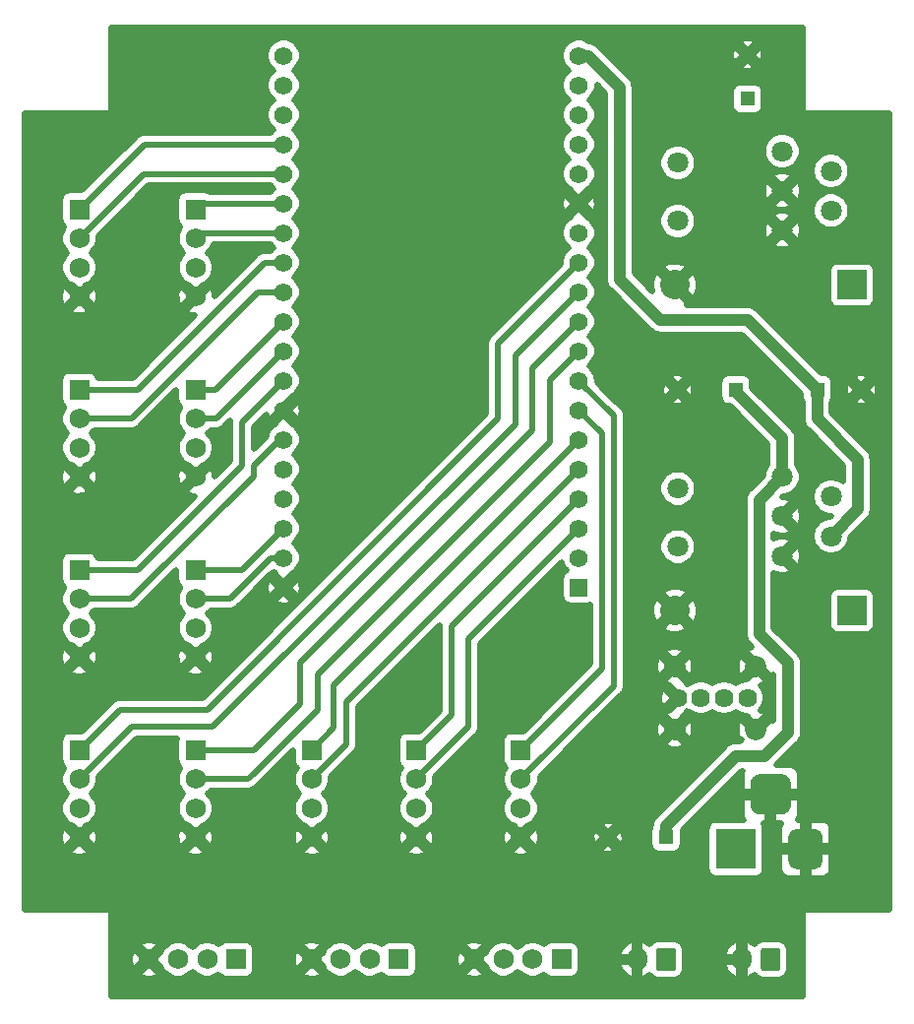
<source format=gbr>
G04 #@! TF.GenerationSoftware,KiCad,Pcbnew,(5.1.10)-1*
G04 #@! TF.CreationDate,2021-10-14T13:41:42+01:00*
G04 #@! TF.ProjectId,beehive,62656568-6976-4652-9e6b-696361645f70,rev?*
G04 #@! TF.SameCoordinates,Original*
G04 #@! TF.FileFunction,Copper,L2,Bot*
G04 #@! TF.FilePolarity,Positive*
%FSLAX46Y46*%
G04 Gerber Fmt 4.6, Leading zero omitted, Abs format (unit mm)*
G04 Created by KiCad (PCBNEW (5.1.10)-1) date 2021-10-14 13:41:42*
%MOMM*%
%LPD*%
G01*
G04 APERTURE LIST*
G04 #@! TA.AperFunction,ComponentPad*
%ADD10O,1.700000X2.000000*%
G04 #@! TD*
G04 #@! TA.AperFunction,ComponentPad*
%ADD11C,1.560000*%
G04 #@! TD*
G04 #@! TA.AperFunction,ComponentPad*
%ADD12R,1.560000X1.560000*%
G04 #@! TD*
G04 #@! TA.AperFunction,ComponentPad*
%ADD13C,1.750000*%
G04 #@! TD*
G04 #@! TA.AperFunction,ComponentPad*
%ADD14R,1.750000X1.750000*%
G04 #@! TD*
G04 #@! TA.AperFunction,ComponentPad*
%ADD15C,1.800000*%
G04 #@! TD*
G04 #@! TA.AperFunction,ComponentPad*
%ADD16C,1.620000*%
G04 #@! TD*
G04 #@! TA.AperFunction,ComponentPad*
%ADD17C,1.850000*%
G04 #@! TD*
G04 #@! TA.AperFunction,ComponentPad*
%ADD18R,2.540000X2.540000*%
G04 #@! TD*
G04 #@! TA.AperFunction,ComponentPad*
%ADD19C,2.540000*%
G04 #@! TD*
G04 #@! TA.AperFunction,ComponentPad*
%ADD20R,3.500000X3.500000*%
G04 #@! TD*
G04 #@! TA.AperFunction,ComponentPad*
%ADD21C,1.300000*%
G04 #@! TD*
G04 #@! TA.AperFunction,ComponentPad*
%ADD22R,1.300000X1.300000*%
G04 #@! TD*
G04 #@! TA.AperFunction,Conductor*
%ADD23C,1.000000*%
G04 #@! TD*
G04 #@! TA.AperFunction,Conductor*
%ADD24C,0.500000*%
G04 #@! TD*
G04 #@! TA.AperFunction,Conductor*
%ADD25C,0.100000*%
G04 #@! TD*
G04 APERTURE END LIST*
D10*
X188500000Y-141000000D03*
G04 #@! TA.AperFunction,ComponentPad*
G36*
G01*
X191850000Y-140250000D02*
X191850000Y-141750000D01*
G75*
G02*
X191600000Y-142000000I-250000J0D01*
G01*
X190400000Y-142000000D01*
G75*
G02*
X190150000Y-141750000I0J250000D01*
G01*
X190150000Y-140250000D01*
G75*
G02*
X190400000Y-140000000I250000J0D01*
G01*
X191600000Y-140000000D01*
G75*
G02*
X191850000Y-140250000I0J-250000D01*
G01*
G37*
G04 #@! TD.AperFunction*
X197500000Y-141000000D03*
G04 #@! TA.AperFunction,ComponentPad*
G36*
G01*
X200850000Y-140250000D02*
X200850000Y-141750000D01*
G75*
G02*
X200600000Y-142000000I-250000J0D01*
G01*
X199400000Y-142000000D01*
G75*
G02*
X199150000Y-141750000I0J250000D01*
G01*
X199150000Y-140250000D01*
G75*
G02*
X199400000Y-140000000I250000J0D01*
G01*
X200600000Y-140000000D01*
G75*
G02*
X200850000Y-140250000I0J-250000D01*
G01*
G37*
G04 #@! TD.AperFunction*
D11*
X158100000Y-63280000D03*
X158100000Y-65820000D03*
X158100000Y-68360000D03*
X158100000Y-70900000D03*
X158100000Y-73440000D03*
X158100000Y-75980000D03*
X158100000Y-78520000D03*
X158100000Y-81060000D03*
X158100000Y-83600000D03*
X158100000Y-86140000D03*
X158100000Y-88680000D03*
X158100000Y-91220000D03*
X158100000Y-93760000D03*
X158100000Y-96300000D03*
X158100000Y-98840000D03*
X158100000Y-101380000D03*
X158100000Y-103920000D03*
X158100000Y-106460000D03*
X158100000Y-109000000D03*
X183500000Y-65820000D03*
X183500000Y-68360000D03*
X183500000Y-70900000D03*
X183500000Y-73440000D03*
X183500000Y-75980000D03*
X183500000Y-78520000D03*
X183500000Y-81060000D03*
X183500000Y-83600000D03*
X183500000Y-86140000D03*
X183500000Y-88680000D03*
X183500000Y-91220000D03*
X183500000Y-93760000D03*
X183500000Y-96300000D03*
X183500000Y-98840000D03*
X183500000Y-101380000D03*
X183500000Y-103920000D03*
X183500000Y-63280000D03*
X183500000Y-106460000D03*
D12*
X183500000Y-109000000D03*
D13*
X140500000Y-99500000D03*
X140500000Y-97000000D03*
X140500000Y-94500000D03*
D14*
X140500000Y-92000000D03*
D13*
X150500000Y-84000000D03*
X150500000Y-81500000D03*
X150500000Y-79000000D03*
D14*
X150500000Y-76500000D03*
D13*
X140500000Y-84000000D03*
X140500000Y-81500000D03*
X140500000Y-79000000D03*
D14*
X140500000Y-76500000D03*
D13*
X140500000Y-115000000D03*
X140500000Y-112500000D03*
X140500000Y-110000000D03*
D14*
X140500000Y-107500000D03*
D13*
X174500000Y-141000000D03*
X177000000Y-141000000D03*
X179500000Y-141000000D03*
D14*
X182000000Y-141000000D03*
D15*
X205200000Y-76600000D03*
X205200000Y-73200000D03*
X201000000Y-71500000D03*
X201000000Y-78300000D03*
X201000000Y-74900000D03*
X192000000Y-72500000D03*
X192000000Y-77500000D03*
X192000000Y-105500000D03*
X192000000Y-100500000D03*
X205200000Y-104600000D03*
X205200000Y-101200000D03*
X201000000Y-99500000D03*
X201000000Y-106300000D03*
X201000000Y-102900000D03*
D13*
X146500000Y-141000000D03*
X149000000Y-141000000D03*
X151500000Y-141000000D03*
D14*
X154000000Y-141000000D03*
D13*
X160500000Y-141000000D03*
X163000000Y-141000000D03*
X165500000Y-141000000D03*
D14*
X168000000Y-141000000D03*
D13*
X178500000Y-130500000D03*
X178500000Y-128000000D03*
X178500000Y-125500000D03*
D14*
X178500000Y-123000000D03*
D13*
X169500000Y-130500000D03*
X169500000Y-128000000D03*
X169500000Y-125500000D03*
D14*
X169500000Y-123000000D03*
D13*
X160500000Y-130500000D03*
X160500000Y-128000000D03*
X160500000Y-125500000D03*
D14*
X160500000Y-123000000D03*
D13*
X150500000Y-130500000D03*
X150500000Y-128000000D03*
X150500000Y-125500000D03*
D14*
X150500000Y-123000000D03*
D13*
X140500000Y-130500000D03*
X140500000Y-128000000D03*
X140500000Y-125500000D03*
D14*
X140500000Y-123000000D03*
D13*
X150500000Y-115000000D03*
X150500000Y-112500000D03*
X150500000Y-110000000D03*
D14*
X150500000Y-107500000D03*
D13*
X150500000Y-99500000D03*
X150500000Y-97000000D03*
X150500000Y-94500000D03*
D14*
X150500000Y-92000000D03*
D16*
X198000000Y-118500000D03*
X196000000Y-118500000D03*
X194000000Y-118500000D03*
D17*
X198730000Y-121220000D03*
D16*
X192000000Y-118500000D03*
D17*
X191730000Y-121220000D03*
X198730000Y-115780000D03*
X191730000Y-115780000D03*
D18*
X207000000Y-83000000D03*
D19*
X191760000Y-83000000D03*
D18*
X206998780Y-111002960D03*
D19*
X191758780Y-111002960D03*
G04 #@! TA.AperFunction,ComponentPad*
G36*
G01*
X201750000Y-125925000D02*
X201750000Y-127675000D01*
G75*
G02*
X200875000Y-128550000I-875000J0D01*
G01*
X199125000Y-128550000D01*
G75*
G02*
X198250000Y-127675000I0J875000D01*
G01*
X198250000Y-125925000D01*
G75*
G02*
X199125000Y-125050000I875000J0D01*
G01*
X200875000Y-125050000D01*
G75*
G02*
X201750000Y-125925000I0J-875000D01*
G01*
G37*
G04 #@! TD.AperFunction*
G04 #@! TA.AperFunction,ComponentPad*
G36*
G01*
X204500000Y-130500000D02*
X204500000Y-132500000D01*
G75*
G02*
X203750000Y-133250000I-750000J0D01*
G01*
X202250000Y-133250000D01*
G75*
G02*
X201500000Y-132500000I0J750000D01*
G01*
X201500000Y-130500000D01*
G75*
G02*
X202250000Y-129750000I750000J0D01*
G01*
X203750000Y-129750000D01*
G75*
G02*
X204500000Y-130500000I0J-750000D01*
G01*
G37*
G04 #@! TD.AperFunction*
D20*
X197000000Y-131500000D03*
D21*
X198000000Y-63200000D03*
D22*
X198000000Y-67000000D03*
X197000000Y-92000000D03*
D21*
X192000000Y-92000000D03*
X207800000Y-92000000D03*
D22*
X204000000Y-92000000D03*
X191000000Y-130500000D03*
D21*
X186000000Y-130500000D03*
D23*
X197000000Y-92175000D02*
X197000000Y-92000000D01*
X201000000Y-99500000D02*
X201000000Y-96175000D01*
X201000000Y-96175000D02*
X197000000Y-92175000D01*
X191000000Y-129500000D02*
X191000000Y-130500000D01*
X197000000Y-123500000D02*
X191000000Y-129500000D01*
X199000000Y-101500000D02*
X199000000Y-113000000D01*
X201000000Y-99500000D02*
X199000000Y-101500000D01*
X199000000Y-113000000D02*
X201500000Y-115500000D01*
X201500000Y-115500000D02*
X201500000Y-121500000D01*
X201500000Y-121500000D02*
X199500000Y-123500000D01*
X199500000Y-123500000D02*
X197000000Y-123500000D01*
X207500000Y-102300000D02*
X205200000Y-104600000D01*
X207500000Y-98000000D02*
X207500000Y-102300000D01*
X204000000Y-92000000D02*
X204000000Y-94500000D01*
X204000000Y-94500000D02*
X207500000Y-98000000D01*
D24*
X150560000Y-73440000D02*
X158100000Y-73440000D01*
X146060000Y-73440000D02*
X140500000Y-79000000D01*
X150560000Y-73440000D02*
X146060000Y-73440000D01*
X146100000Y-70900000D02*
X140500000Y-76500000D01*
X158100000Y-70900000D02*
X146100000Y-70900000D01*
X150980000Y-78520000D02*
X150500000Y-79000000D01*
X158100000Y-78520000D02*
X150980000Y-78520000D01*
X151020000Y-75980000D02*
X150500000Y-76500000D01*
X158100000Y-75980000D02*
X151020000Y-75980000D01*
X155900000Y-83600000D02*
X158100000Y-83600000D01*
X145000000Y-94500000D02*
X145500000Y-94000000D01*
X140500000Y-94500000D02*
X145000000Y-94500000D01*
X145500000Y-94000000D02*
X155900000Y-83600000D01*
X156440000Y-81060000D02*
X158100000Y-81060000D01*
X145500000Y-92000000D02*
X140500000Y-92000000D01*
X156440000Y-81060000D02*
X145500000Y-92000000D01*
X157320001Y-89459999D02*
X158100000Y-88680000D01*
X153500000Y-93280000D02*
X157320001Y-89459999D01*
X152280000Y-94500000D02*
X153500000Y-93280000D01*
X150500000Y-94500000D02*
X152280000Y-94500000D01*
X157320001Y-86919999D02*
X158100000Y-86140000D01*
X152240000Y-92000000D02*
X152870000Y-91370000D01*
X150500000Y-92000000D02*
X152240000Y-92000000D01*
X152870000Y-91370000D02*
X157320001Y-86919999D01*
X157700000Y-96300000D02*
X158100000Y-96300000D01*
X155500000Y-99469999D02*
X155500000Y-98500000D01*
X155500000Y-98500000D02*
X157700000Y-96300000D01*
X144970000Y-110000000D02*
X145485000Y-109485000D01*
X140500000Y-110000000D02*
X144970000Y-110000000D01*
X145485000Y-109485000D02*
X155500000Y-99469999D01*
X157320001Y-91999999D02*
X158100000Y-91220000D01*
X154500000Y-94820000D02*
X157320001Y-91999999D01*
X154500000Y-98500000D02*
X154500000Y-94820000D01*
X145500000Y-107500000D02*
X154500000Y-98500000D01*
X140500000Y-107500000D02*
X145500000Y-107500000D01*
X156169988Y-107286926D02*
X156996914Y-106460000D01*
X156996914Y-106460000D02*
X158100000Y-106460000D01*
X153456914Y-110000000D02*
X156169988Y-107286926D01*
X150500000Y-110000000D02*
X153456914Y-110000000D01*
X157320001Y-104699999D02*
X158100000Y-103920000D01*
X154520000Y-107500000D02*
X155010000Y-107010000D01*
X150500000Y-107500000D02*
X154520000Y-107500000D01*
X155010000Y-107010000D02*
X157320001Y-104699999D01*
X182720001Y-84379999D02*
X183500000Y-83600000D01*
X178000000Y-95000000D02*
X178000000Y-89100000D01*
X178000000Y-89100000D02*
X182720001Y-84379999D01*
X149500000Y-121000000D02*
X152000000Y-121000000D01*
X152000000Y-121000000D02*
X178000000Y-95000000D01*
X145000000Y-121000000D02*
X140500000Y-125500000D01*
X149500000Y-121000000D02*
X145000000Y-121000000D01*
X144000000Y-119500000D02*
X140500000Y-123000000D01*
X151500000Y-119500000D02*
X144000000Y-119500000D01*
X176500000Y-94500000D02*
X151500000Y-119500000D01*
X176500000Y-88060000D02*
X176500000Y-94500000D01*
X183500000Y-81060000D02*
X176500000Y-88060000D01*
X181000000Y-91180000D02*
X183500000Y-88680000D01*
X161000000Y-119500000D02*
X161000000Y-116500000D01*
X181000000Y-96500000D02*
X181000000Y-91180000D01*
X161000000Y-116500000D02*
X181000000Y-96500000D01*
X155000000Y-125500000D02*
X155500000Y-125000000D01*
X150500000Y-125500000D02*
X155000000Y-125500000D01*
X155500000Y-125000000D02*
X161000000Y-119500000D01*
X155500000Y-123000000D02*
X150500000Y-123000000D01*
X159500000Y-115500000D02*
X159500000Y-119000000D01*
X159500000Y-119000000D02*
X155500000Y-123000000D01*
X179500000Y-95500000D02*
X159500000Y-115500000D01*
X179500000Y-90140000D02*
X179500000Y-95500000D01*
X183500000Y-86140000D02*
X179500000Y-90140000D01*
X182720001Y-99619999D02*
X183500000Y-98840000D01*
X163500000Y-118840000D02*
X182720001Y-99619999D01*
X160500000Y-125500000D02*
X163500000Y-122500000D01*
X163500000Y-122500000D02*
X163500000Y-118840000D01*
X162399967Y-117400033D02*
X183500000Y-96300000D01*
X160500000Y-123000000D02*
X162399967Y-121100033D01*
X162399967Y-121100033D02*
X162399967Y-117400033D01*
X176000000Y-111420000D02*
X183500000Y-103920000D01*
X174000000Y-113420000D02*
X176000000Y-111420000D01*
X174000000Y-121000000D02*
X174000000Y-120000000D01*
X169500000Y-125500000D02*
X174000000Y-121000000D01*
X174000000Y-120000000D02*
X174000000Y-113420000D01*
X180960000Y-103920000D02*
X183500000Y-101380000D01*
X172500000Y-112380000D02*
X180960000Y-103920000D01*
X172500000Y-120000000D02*
X169500000Y-123000000D01*
X172500000Y-119000000D02*
X172500000Y-120000000D01*
X172500000Y-119000000D02*
X172500000Y-112380000D01*
X186500000Y-94220000D02*
X183500000Y-91220000D01*
X186500000Y-117000000D02*
X186500000Y-94220000D01*
X186500000Y-117500000D02*
X178500000Y-125500000D01*
X186500000Y-117000000D02*
X186500000Y-117500000D01*
X185500000Y-95760000D02*
X183500000Y-93760000D01*
X185500000Y-116000000D02*
X178500000Y-123000000D01*
X185500000Y-116000000D02*
X185500000Y-95760000D01*
D23*
X184280000Y-63280000D02*
X183500000Y-63280000D01*
X187000000Y-66000000D02*
X184280000Y-63280000D01*
X187000000Y-82500000D02*
X187000000Y-66000000D01*
X190500000Y-86000000D02*
X187000000Y-82500000D01*
X198000000Y-86000000D02*
X190500000Y-86000000D01*
X204000000Y-92000000D02*
X198000000Y-86000000D01*
D24*
X202750000Y-68000000D02*
X202754804Y-68048773D01*
X202769030Y-68095671D01*
X202792133Y-68138893D01*
X202823223Y-68176777D01*
X202861107Y-68207867D01*
X202904329Y-68230970D01*
X202951227Y-68245196D01*
X203000000Y-68250000D01*
X210200001Y-68250000D01*
X210200000Y-136750000D01*
X203000000Y-136750000D01*
X202951227Y-136754804D01*
X202904329Y-136769030D01*
X202861107Y-136792133D01*
X202823223Y-136823223D01*
X202792133Y-136861107D01*
X202769030Y-136904329D01*
X202754804Y-136951227D01*
X202750000Y-137000000D01*
X202750000Y-144200000D01*
X143250000Y-144200000D01*
X143250000Y-142183398D01*
X145670155Y-142183398D01*
X145753797Y-142452385D01*
X146051481Y-142570055D01*
X146366402Y-142627388D01*
X146686457Y-142622182D01*
X146999346Y-142554636D01*
X147246203Y-142452385D01*
X147329845Y-142183398D01*
X146500000Y-141353553D01*
X145670155Y-142183398D01*
X143250000Y-142183398D01*
X143250000Y-140866402D01*
X144872612Y-140866402D01*
X144877818Y-141186457D01*
X144945364Y-141499346D01*
X145047615Y-141746203D01*
X145316602Y-141829845D01*
X146146447Y-141000000D01*
X146853553Y-141000000D01*
X147515158Y-141661605D01*
X147559943Y-141769726D01*
X147737780Y-142035877D01*
X147964123Y-142262220D01*
X148230274Y-142440057D01*
X148526005Y-142562552D01*
X148839951Y-142625000D01*
X149160049Y-142625000D01*
X149473995Y-142562552D01*
X149769726Y-142440057D01*
X150035877Y-142262220D01*
X150250000Y-142048097D01*
X150464123Y-142262220D01*
X150730274Y-142440057D01*
X151026005Y-142562552D01*
X151339951Y-142625000D01*
X151660049Y-142625000D01*
X151973995Y-142562552D01*
X152269726Y-142440057D01*
X152495853Y-142288963D01*
X152498381Y-142293693D01*
X152592105Y-142407895D01*
X152706307Y-142501619D01*
X152836599Y-142571261D01*
X152977974Y-142614147D01*
X153125000Y-142628628D01*
X154875000Y-142628628D01*
X155022026Y-142614147D01*
X155163401Y-142571261D01*
X155293693Y-142501619D01*
X155407895Y-142407895D01*
X155501619Y-142293693D01*
X155560572Y-142183398D01*
X159670155Y-142183398D01*
X159753797Y-142452385D01*
X160051481Y-142570055D01*
X160366402Y-142627388D01*
X160686457Y-142622182D01*
X160999346Y-142554636D01*
X161246203Y-142452385D01*
X161329845Y-142183398D01*
X160500000Y-141353553D01*
X159670155Y-142183398D01*
X155560572Y-142183398D01*
X155571261Y-142163401D01*
X155614147Y-142022026D01*
X155628628Y-141875000D01*
X155628628Y-140866402D01*
X158872612Y-140866402D01*
X158877818Y-141186457D01*
X158945364Y-141499346D01*
X159047615Y-141746203D01*
X159316602Y-141829845D01*
X160146447Y-141000000D01*
X160853553Y-141000000D01*
X161515158Y-141661605D01*
X161559943Y-141769726D01*
X161737780Y-142035877D01*
X161964123Y-142262220D01*
X162230274Y-142440057D01*
X162526005Y-142562552D01*
X162839951Y-142625000D01*
X163160049Y-142625000D01*
X163473995Y-142562552D01*
X163769726Y-142440057D01*
X164035877Y-142262220D01*
X164250000Y-142048097D01*
X164464123Y-142262220D01*
X164730274Y-142440057D01*
X165026005Y-142562552D01*
X165339951Y-142625000D01*
X165660049Y-142625000D01*
X165973995Y-142562552D01*
X166269726Y-142440057D01*
X166495853Y-142288963D01*
X166498381Y-142293693D01*
X166592105Y-142407895D01*
X166706307Y-142501619D01*
X166836599Y-142571261D01*
X166977974Y-142614147D01*
X167125000Y-142628628D01*
X168875000Y-142628628D01*
X169022026Y-142614147D01*
X169163401Y-142571261D01*
X169293693Y-142501619D01*
X169407895Y-142407895D01*
X169501619Y-142293693D01*
X169560572Y-142183398D01*
X173670155Y-142183398D01*
X173753797Y-142452385D01*
X174051481Y-142570055D01*
X174366402Y-142627388D01*
X174686457Y-142622182D01*
X174999346Y-142554636D01*
X175246203Y-142452385D01*
X175329845Y-142183398D01*
X174500000Y-141353553D01*
X173670155Y-142183398D01*
X169560572Y-142183398D01*
X169571261Y-142163401D01*
X169614147Y-142022026D01*
X169628628Y-141875000D01*
X169628628Y-140866402D01*
X172872612Y-140866402D01*
X172877818Y-141186457D01*
X172945364Y-141499346D01*
X173047615Y-141746203D01*
X173316602Y-141829845D01*
X174146447Y-141000000D01*
X174853553Y-141000000D01*
X175515158Y-141661605D01*
X175559943Y-141769726D01*
X175737780Y-142035877D01*
X175964123Y-142262220D01*
X176230274Y-142440057D01*
X176526005Y-142562552D01*
X176839951Y-142625000D01*
X177160049Y-142625000D01*
X177473995Y-142562552D01*
X177769726Y-142440057D01*
X178035877Y-142262220D01*
X178250000Y-142048097D01*
X178464123Y-142262220D01*
X178730274Y-142440057D01*
X179026005Y-142562552D01*
X179339951Y-142625000D01*
X179660049Y-142625000D01*
X179973995Y-142562552D01*
X180269726Y-142440057D01*
X180495853Y-142288963D01*
X180498381Y-142293693D01*
X180592105Y-142407895D01*
X180706307Y-142501619D01*
X180836599Y-142571261D01*
X180977974Y-142614147D01*
X181125000Y-142628628D01*
X182875000Y-142628628D01*
X183022026Y-142614147D01*
X183163401Y-142571261D01*
X183293693Y-142501619D01*
X183407895Y-142407895D01*
X183501619Y-142293693D01*
X183571261Y-142163401D01*
X183614147Y-142022026D01*
X183628628Y-141875000D01*
X183628628Y-141497839D01*
X186943074Y-141497839D01*
X187040850Y-141794897D01*
X187194700Y-142067172D01*
X187398712Y-142304200D01*
X187645046Y-142496873D01*
X187924236Y-142637786D01*
X188005857Y-142671783D01*
X188250000Y-142540200D01*
X188250000Y-141250000D01*
X187095328Y-141250000D01*
X186943074Y-141497839D01*
X183628628Y-141497839D01*
X183628628Y-140502161D01*
X186943074Y-140502161D01*
X187095328Y-140750000D01*
X188250000Y-140750000D01*
X188250000Y-139459800D01*
X188750000Y-139459800D01*
X188750000Y-140750000D01*
X188770000Y-140750000D01*
X188770000Y-141250000D01*
X188750000Y-141250000D01*
X188750000Y-142540200D01*
X188994143Y-142671783D01*
X189075764Y-142637786D01*
X189354954Y-142496873D01*
X189577807Y-142322566D01*
X189690328Y-142459672D01*
X189842414Y-142584486D01*
X190015928Y-142677231D01*
X190204202Y-142734344D01*
X190400000Y-142753628D01*
X191600000Y-142753628D01*
X191795798Y-142734344D01*
X191984072Y-142677231D01*
X192157586Y-142584486D01*
X192309672Y-142459672D01*
X192434486Y-142307586D01*
X192527231Y-142134072D01*
X192584344Y-141945798D01*
X192603628Y-141750000D01*
X192603628Y-141497839D01*
X195943074Y-141497839D01*
X196040850Y-141794897D01*
X196194700Y-142067172D01*
X196398712Y-142304200D01*
X196645046Y-142496873D01*
X196924236Y-142637786D01*
X197005857Y-142671783D01*
X197250000Y-142540200D01*
X197250000Y-141250000D01*
X196095328Y-141250000D01*
X195943074Y-141497839D01*
X192603628Y-141497839D01*
X192603628Y-140502161D01*
X195943074Y-140502161D01*
X196095328Y-140750000D01*
X197250000Y-140750000D01*
X197250000Y-139459800D01*
X197750000Y-139459800D01*
X197750000Y-140750000D01*
X197770000Y-140750000D01*
X197770000Y-141250000D01*
X197750000Y-141250000D01*
X197750000Y-142540200D01*
X197994143Y-142671783D01*
X198075764Y-142637786D01*
X198354954Y-142496873D01*
X198577807Y-142322566D01*
X198690328Y-142459672D01*
X198842414Y-142584486D01*
X199015928Y-142677231D01*
X199204202Y-142734344D01*
X199400000Y-142753628D01*
X200600000Y-142753628D01*
X200795798Y-142734344D01*
X200984072Y-142677231D01*
X201157586Y-142584486D01*
X201309672Y-142459672D01*
X201434486Y-142307586D01*
X201527231Y-142134072D01*
X201584344Y-141945798D01*
X201603628Y-141750000D01*
X201603628Y-140250000D01*
X201584344Y-140054202D01*
X201527231Y-139865928D01*
X201434486Y-139692414D01*
X201309672Y-139540328D01*
X201157586Y-139415514D01*
X200984072Y-139322769D01*
X200795798Y-139265656D01*
X200600000Y-139246372D01*
X199400000Y-139246372D01*
X199204202Y-139265656D01*
X199015928Y-139322769D01*
X198842414Y-139415514D01*
X198690328Y-139540328D01*
X198577807Y-139677434D01*
X198354954Y-139503127D01*
X198075764Y-139362214D01*
X197994143Y-139328217D01*
X197750000Y-139459800D01*
X197250000Y-139459800D01*
X197005857Y-139328217D01*
X196924236Y-139362214D01*
X196645046Y-139503127D01*
X196398712Y-139695800D01*
X196194700Y-139932828D01*
X196040850Y-140205103D01*
X195943074Y-140502161D01*
X192603628Y-140502161D01*
X192603628Y-140250000D01*
X192584344Y-140054202D01*
X192527231Y-139865928D01*
X192434486Y-139692414D01*
X192309672Y-139540328D01*
X192157586Y-139415514D01*
X191984072Y-139322769D01*
X191795798Y-139265656D01*
X191600000Y-139246372D01*
X190400000Y-139246372D01*
X190204202Y-139265656D01*
X190015928Y-139322769D01*
X189842414Y-139415514D01*
X189690328Y-139540328D01*
X189577807Y-139677434D01*
X189354954Y-139503127D01*
X189075764Y-139362214D01*
X188994143Y-139328217D01*
X188750000Y-139459800D01*
X188250000Y-139459800D01*
X188005857Y-139328217D01*
X187924236Y-139362214D01*
X187645046Y-139503127D01*
X187398712Y-139695800D01*
X187194700Y-139932828D01*
X187040850Y-140205103D01*
X186943074Y-140502161D01*
X183628628Y-140502161D01*
X183628628Y-140125000D01*
X183614147Y-139977974D01*
X183571261Y-139836599D01*
X183501619Y-139706307D01*
X183407895Y-139592105D01*
X183293693Y-139498381D01*
X183163401Y-139428739D01*
X183022026Y-139385853D01*
X182875000Y-139371372D01*
X181125000Y-139371372D01*
X180977974Y-139385853D01*
X180836599Y-139428739D01*
X180706307Y-139498381D01*
X180592105Y-139592105D01*
X180498381Y-139706307D01*
X180495853Y-139711037D01*
X180269726Y-139559943D01*
X179973995Y-139437448D01*
X179660049Y-139375000D01*
X179339951Y-139375000D01*
X179026005Y-139437448D01*
X178730274Y-139559943D01*
X178464123Y-139737780D01*
X178250000Y-139951903D01*
X178035877Y-139737780D01*
X177769726Y-139559943D01*
X177473995Y-139437448D01*
X177160049Y-139375000D01*
X176839951Y-139375000D01*
X176526005Y-139437448D01*
X176230274Y-139559943D01*
X175964123Y-139737780D01*
X175737780Y-139964123D01*
X175559943Y-140230274D01*
X175515158Y-140338395D01*
X174853553Y-141000000D01*
X174146447Y-141000000D01*
X173316602Y-140170155D01*
X173047615Y-140253797D01*
X172929945Y-140551481D01*
X172872612Y-140866402D01*
X169628628Y-140866402D01*
X169628628Y-140125000D01*
X169614147Y-139977974D01*
X169571261Y-139836599D01*
X169560573Y-139816602D01*
X173670155Y-139816602D01*
X174500000Y-140646447D01*
X175329845Y-139816602D01*
X175246203Y-139547615D01*
X174948519Y-139429945D01*
X174633598Y-139372612D01*
X174313543Y-139377818D01*
X174000654Y-139445364D01*
X173753797Y-139547615D01*
X173670155Y-139816602D01*
X169560573Y-139816602D01*
X169501619Y-139706307D01*
X169407895Y-139592105D01*
X169293693Y-139498381D01*
X169163401Y-139428739D01*
X169022026Y-139385853D01*
X168875000Y-139371372D01*
X167125000Y-139371372D01*
X166977974Y-139385853D01*
X166836599Y-139428739D01*
X166706307Y-139498381D01*
X166592105Y-139592105D01*
X166498381Y-139706307D01*
X166495853Y-139711037D01*
X166269726Y-139559943D01*
X165973995Y-139437448D01*
X165660049Y-139375000D01*
X165339951Y-139375000D01*
X165026005Y-139437448D01*
X164730274Y-139559943D01*
X164464123Y-139737780D01*
X164250000Y-139951903D01*
X164035877Y-139737780D01*
X163769726Y-139559943D01*
X163473995Y-139437448D01*
X163160049Y-139375000D01*
X162839951Y-139375000D01*
X162526005Y-139437448D01*
X162230274Y-139559943D01*
X161964123Y-139737780D01*
X161737780Y-139964123D01*
X161559943Y-140230274D01*
X161515158Y-140338395D01*
X160853553Y-141000000D01*
X160146447Y-141000000D01*
X159316602Y-140170155D01*
X159047615Y-140253797D01*
X158929945Y-140551481D01*
X158872612Y-140866402D01*
X155628628Y-140866402D01*
X155628628Y-140125000D01*
X155614147Y-139977974D01*
X155571261Y-139836599D01*
X155560573Y-139816602D01*
X159670155Y-139816602D01*
X160500000Y-140646447D01*
X161329845Y-139816602D01*
X161246203Y-139547615D01*
X160948519Y-139429945D01*
X160633598Y-139372612D01*
X160313543Y-139377818D01*
X160000654Y-139445364D01*
X159753797Y-139547615D01*
X159670155Y-139816602D01*
X155560573Y-139816602D01*
X155501619Y-139706307D01*
X155407895Y-139592105D01*
X155293693Y-139498381D01*
X155163401Y-139428739D01*
X155022026Y-139385853D01*
X154875000Y-139371372D01*
X153125000Y-139371372D01*
X152977974Y-139385853D01*
X152836599Y-139428739D01*
X152706307Y-139498381D01*
X152592105Y-139592105D01*
X152498381Y-139706307D01*
X152495853Y-139711037D01*
X152269726Y-139559943D01*
X151973995Y-139437448D01*
X151660049Y-139375000D01*
X151339951Y-139375000D01*
X151026005Y-139437448D01*
X150730274Y-139559943D01*
X150464123Y-139737780D01*
X150250000Y-139951903D01*
X150035877Y-139737780D01*
X149769726Y-139559943D01*
X149473995Y-139437448D01*
X149160049Y-139375000D01*
X148839951Y-139375000D01*
X148526005Y-139437448D01*
X148230274Y-139559943D01*
X147964123Y-139737780D01*
X147737780Y-139964123D01*
X147559943Y-140230274D01*
X147515158Y-140338395D01*
X146853553Y-141000000D01*
X146146447Y-141000000D01*
X145316602Y-140170155D01*
X145047615Y-140253797D01*
X144929945Y-140551481D01*
X144872612Y-140866402D01*
X143250000Y-140866402D01*
X143250000Y-139816602D01*
X145670155Y-139816602D01*
X146500000Y-140646447D01*
X147329845Y-139816602D01*
X147246203Y-139547615D01*
X146948519Y-139429945D01*
X146633598Y-139372612D01*
X146313543Y-139377818D01*
X146000654Y-139445364D01*
X145753797Y-139547615D01*
X145670155Y-139816602D01*
X143250000Y-139816602D01*
X143250000Y-137000000D01*
X143245196Y-136951227D01*
X143230970Y-136904329D01*
X143207867Y-136861107D01*
X143176777Y-136823223D01*
X143138893Y-136792133D01*
X143095671Y-136769030D01*
X143048773Y-136754804D01*
X143000000Y-136750000D01*
X135800000Y-136750000D01*
X135800000Y-131683398D01*
X139670155Y-131683398D01*
X139753797Y-131952385D01*
X140051481Y-132070055D01*
X140366402Y-132127388D01*
X140686457Y-132122182D01*
X140999346Y-132054636D01*
X141246203Y-131952385D01*
X141329845Y-131683398D01*
X149670155Y-131683398D01*
X149753797Y-131952385D01*
X150051481Y-132070055D01*
X150366402Y-132127388D01*
X150686457Y-132122182D01*
X150999346Y-132054636D01*
X151246203Y-131952385D01*
X151329845Y-131683398D01*
X159670155Y-131683398D01*
X159753797Y-131952385D01*
X160051481Y-132070055D01*
X160366402Y-132127388D01*
X160686457Y-132122182D01*
X160999346Y-132054636D01*
X161246203Y-131952385D01*
X161329845Y-131683398D01*
X168670155Y-131683398D01*
X168753797Y-131952385D01*
X169051481Y-132070055D01*
X169366402Y-132127388D01*
X169686457Y-132122182D01*
X169999346Y-132054636D01*
X170246203Y-131952385D01*
X170329845Y-131683398D01*
X177670155Y-131683398D01*
X177753797Y-131952385D01*
X178051481Y-132070055D01*
X178366402Y-132127388D01*
X178686457Y-132122182D01*
X178999346Y-132054636D01*
X179246203Y-131952385D01*
X179329845Y-131683398D01*
X179167063Y-131520616D01*
X185332937Y-131520616D01*
X185388535Y-131766935D01*
X185647451Y-131861882D01*
X185919915Y-131904493D01*
X186195456Y-131893130D01*
X186463487Y-131828229D01*
X186611465Y-131766935D01*
X186667063Y-131520616D01*
X186000000Y-130853553D01*
X185332937Y-131520616D01*
X179167063Y-131520616D01*
X178500000Y-130853553D01*
X177670155Y-131683398D01*
X170329845Y-131683398D01*
X169500000Y-130853553D01*
X168670155Y-131683398D01*
X161329845Y-131683398D01*
X160500000Y-130853553D01*
X159670155Y-131683398D01*
X151329845Y-131683398D01*
X150500000Y-130853553D01*
X149670155Y-131683398D01*
X141329845Y-131683398D01*
X140500000Y-130853553D01*
X139670155Y-131683398D01*
X135800000Y-131683398D01*
X135800000Y-130366402D01*
X138872612Y-130366402D01*
X138877818Y-130686457D01*
X138945364Y-130999346D01*
X139047615Y-131246203D01*
X139316602Y-131329845D01*
X140146447Y-130500000D01*
X140853553Y-130500000D01*
X141683398Y-131329845D01*
X141952385Y-131246203D01*
X142070055Y-130948519D01*
X142127388Y-130633598D01*
X142123042Y-130366402D01*
X148872612Y-130366402D01*
X148877818Y-130686457D01*
X148945364Y-130999346D01*
X149047615Y-131246203D01*
X149316602Y-131329845D01*
X150146447Y-130500000D01*
X150853553Y-130500000D01*
X151683398Y-131329845D01*
X151952385Y-131246203D01*
X152070055Y-130948519D01*
X152127388Y-130633598D01*
X152123042Y-130366402D01*
X158872612Y-130366402D01*
X158877818Y-130686457D01*
X158945364Y-130999346D01*
X159047615Y-131246203D01*
X159316602Y-131329845D01*
X160146447Y-130500000D01*
X160853553Y-130500000D01*
X161683398Y-131329845D01*
X161952385Y-131246203D01*
X162070055Y-130948519D01*
X162127388Y-130633598D01*
X162123042Y-130366402D01*
X167872612Y-130366402D01*
X167877818Y-130686457D01*
X167945364Y-130999346D01*
X168047615Y-131246203D01*
X168316602Y-131329845D01*
X169146447Y-130500000D01*
X169853553Y-130500000D01*
X170683398Y-131329845D01*
X170952385Y-131246203D01*
X171070055Y-130948519D01*
X171127388Y-130633598D01*
X171123042Y-130366402D01*
X176872612Y-130366402D01*
X176877818Y-130686457D01*
X176945364Y-130999346D01*
X177047615Y-131246203D01*
X177316602Y-131329845D01*
X178146447Y-130500000D01*
X178853553Y-130500000D01*
X179683398Y-131329845D01*
X179952385Y-131246203D01*
X180070055Y-130948519D01*
X180127388Y-130633598D01*
X180123913Y-130419915D01*
X184595507Y-130419915D01*
X184606870Y-130695456D01*
X184671771Y-130963487D01*
X184733065Y-131111465D01*
X184979384Y-131167063D01*
X185646447Y-130500000D01*
X186353553Y-130500000D01*
X187020616Y-131167063D01*
X187266935Y-131111465D01*
X187361882Y-130852549D01*
X187404493Y-130580085D01*
X187393130Y-130304544D01*
X187328229Y-130036513D01*
X187266935Y-129888535D01*
X187096212Y-129850000D01*
X189596372Y-129850000D01*
X189596372Y-131150000D01*
X189610853Y-131297026D01*
X189653739Y-131438401D01*
X189723381Y-131568693D01*
X189817105Y-131682895D01*
X189931307Y-131776619D01*
X190061599Y-131846261D01*
X190202974Y-131889147D01*
X190350000Y-131903628D01*
X191650000Y-131903628D01*
X191797026Y-131889147D01*
X191938401Y-131846261D01*
X192068693Y-131776619D01*
X192182895Y-131682895D01*
X192276619Y-131568693D01*
X192346261Y-131438401D01*
X192389147Y-131297026D01*
X192403628Y-131150000D01*
X192403628Y-129864138D01*
X192517766Y-129750000D01*
X194496372Y-129750000D01*
X194496372Y-133250000D01*
X194510853Y-133397026D01*
X194553739Y-133538401D01*
X194623381Y-133668693D01*
X194717105Y-133782895D01*
X194831307Y-133876619D01*
X194961599Y-133946261D01*
X195102974Y-133989147D01*
X195250000Y-134003628D01*
X198750000Y-134003628D01*
X198897026Y-133989147D01*
X199038401Y-133946261D01*
X199168693Y-133876619D01*
X199282895Y-133782895D01*
X199376619Y-133668693D01*
X199446261Y-133538401D01*
X199489147Y-133397026D01*
X199503628Y-133250000D01*
X200746371Y-133250000D01*
X200760852Y-133397026D01*
X200803738Y-133538401D01*
X200873380Y-133668694D01*
X200967104Y-133782896D01*
X201081306Y-133876620D01*
X201211599Y-133946262D01*
X201352974Y-133989148D01*
X201500000Y-134003629D01*
X202562500Y-134000000D01*
X202750000Y-133812500D01*
X202750000Y-131750000D01*
X203250000Y-131750000D01*
X203250000Y-133812500D01*
X203437500Y-134000000D01*
X204500000Y-134003629D01*
X204647026Y-133989148D01*
X204788401Y-133946262D01*
X204918694Y-133876620D01*
X205032896Y-133782896D01*
X205126620Y-133668694D01*
X205196262Y-133538401D01*
X205239148Y-133397026D01*
X205253629Y-133250000D01*
X205250000Y-131937500D01*
X205062500Y-131750000D01*
X203250000Y-131750000D01*
X202750000Y-131750000D01*
X200937500Y-131750000D01*
X200750000Y-131937500D01*
X200746371Y-133250000D01*
X199503628Y-133250000D01*
X199503628Y-129750000D01*
X199489147Y-129602974D01*
X199446261Y-129461599D01*
X199376619Y-129331307D01*
X199351405Y-129300584D01*
X199562500Y-129300000D01*
X199750000Y-129112500D01*
X199750000Y-127050000D01*
X200250000Y-127050000D01*
X200250000Y-129112500D01*
X200437500Y-129300000D01*
X200898027Y-129301273D01*
X200873380Y-129331306D01*
X200803738Y-129461599D01*
X200760852Y-129602974D01*
X200746371Y-129750000D01*
X200750000Y-131062500D01*
X200937500Y-131250000D01*
X202750000Y-131250000D01*
X202750000Y-129187500D01*
X203250000Y-129187500D01*
X203250000Y-131250000D01*
X205062500Y-131250000D01*
X205250000Y-131062500D01*
X205253629Y-129750000D01*
X205239148Y-129602974D01*
X205196262Y-129461599D01*
X205126620Y-129331306D01*
X205032896Y-129217104D01*
X204918694Y-129123380D01*
X204788401Y-129053738D01*
X204647026Y-129010852D01*
X204500000Y-128996371D01*
X203437500Y-129000000D01*
X203250000Y-129187500D01*
X202750000Y-129187500D01*
X202562500Y-129000000D01*
X202351519Y-128999279D01*
X202376620Y-128968694D01*
X202446262Y-128838401D01*
X202489148Y-128697026D01*
X202503629Y-128550000D01*
X202500000Y-127237500D01*
X202312500Y-127050000D01*
X200250000Y-127050000D01*
X199750000Y-127050000D01*
X197687500Y-127050000D01*
X197500000Y-127237500D01*
X197496371Y-128550000D01*
X197510852Y-128697026D01*
X197553738Y-128838401D01*
X197623380Y-128968694D01*
X197646095Y-128996372D01*
X195250000Y-128996372D01*
X195102974Y-129010853D01*
X194961599Y-129053739D01*
X194831307Y-129123381D01*
X194717105Y-129217105D01*
X194623381Y-129331307D01*
X194553739Y-129461599D01*
X194510853Y-129602974D01*
X194496372Y-129750000D01*
X192517766Y-129750000D01*
X197517767Y-124750000D01*
X197559938Y-124750000D01*
X197553738Y-124761599D01*
X197510852Y-124902974D01*
X197496371Y-125050000D01*
X197500000Y-126362500D01*
X197687500Y-126550000D01*
X199750000Y-126550000D01*
X199750000Y-126530000D01*
X200250000Y-126530000D01*
X200250000Y-126550000D01*
X202312500Y-126550000D01*
X202500000Y-126362500D01*
X202503629Y-125050000D01*
X202489148Y-124902974D01*
X202446262Y-124761599D01*
X202376620Y-124631306D01*
X202282896Y-124517104D01*
X202168694Y-124423380D01*
X202038401Y-124353738D01*
X201897026Y-124310852D01*
X201750000Y-124296371D01*
X200467850Y-124299916D01*
X202340463Y-122427304D01*
X202388160Y-122388160D01*
X202544366Y-122197823D01*
X202660437Y-121980669D01*
X202731913Y-121745043D01*
X202750000Y-121561405D01*
X202750000Y-121561399D01*
X202756047Y-121500001D01*
X202750000Y-121438603D01*
X202750000Y-115561398D01*
X202756047Y-115500000D01*
X202750000Y-115438602D01*
X202750000Y-115438595D01*
X202731913Y-115254957D01*
X202660437Y-115019331D01*
X202544366Y-114802177D01*
X202388160Y-114611840D01*
X202340464Y-114572697D01*
X200250000Y-112482234D01*
X200250000Y-109732960D01*
X204975152Y-109732960D01*
X204975152Y-112272960D01*
X204989633Y-112419986D01*
X205032519Y-112561361D01*
X205102161Y-112691653D01*
X205195885Y-112805855D01*
X205310087Y-112899579D01*
X205440379Y-112969221D01*
X205581754Y-113012107D01*
X205728780Y-113026588D01*
X208268780Y-113026588D01*
X208415806Y-113012107D01*
X208557181Y-112969221D01*
X208687473Y-112899579D01*
X208801675Y-112805855D01*
X208895399Y-112691653D01*
X208965041Y-112561361D01*
X209007927Y-112419986D01*
X209022408Y-112272960D01*
X209022408Y-109732960D01*
X209007927Y-109585934D01*
X208965041Y-109444559D01*
X208895399Y-109314267D01*
X208801675Y-109200065D01*
X208687473Y-109106341D01*
X208557181Y-109036699D01*
X208415806Y-108993813D01*
X208268780Y-108979332D01*
X205728780Y-108979332D01*
X205581754Y-108993813D01*
X205440379Y-109036699D01*
X205310087Y-109106341D01*
X205195885Y-109200065D01*
X205102161Y-109314267D01*
X205032519Y-109444559D01*
X204989633Y-109585934D01*
X204975152Y-109732960D01*
X200250000Y-109732960D01*
X200250000Y-107777382D01*
X200540841Y-107893136D01*
X200860469Y-107952102D01*
X201185459Y-107947579D01*
X201503322Y-107879739D01*
X201761142Y-107772947D01*
X201847875Y-107501429D01*
X201000000Y-106653553D01*
X200985858Y-106667696D01*
X200632305Y-106314143D01*
X200646447Y-106300000D01*
X201353553Y-106300000D01*
X202201429Y-107147875D01*
X202472947Y-107061142D01*
X202593136Y-106759159D01*
X202652102Y-106439531D01*
X202647579Y-106114541D01*
X202579739Y-105796678D01*
X202472947Y-105538858D01*
X202201429Y-105452125D01*
X201353553Y-106300000D01*
X200646447Y-106300000D01*
X200632305Y-106285858D01*
X200985858Y-105932304D01*
X201000000Y-105946447D01*
X201847875Y-105098571D01*
X201761142Y-104827053D01*
X201459159Y-104706864D01*
X201139531Y-104647898D01*
X200814541Y-104652421D01*
X200496678Y-104720261D01*
X200250000Y-104822438D01*
X200250000Y-104377382D01*
X200540841Y-104493136D01*
X200860469Y-104552102D01*
X201185459Y-104547579D01*
X201503322Y-104479739D01*
X201761142Y-104372947D01*
X201847875Y-104101429D01*
X201000000Y-103253553D01*
X200985858Y-103267696D01*
X200632305Y-102914143D01*
X200646447Y-102900000D01*
X201353553Y-102900000D01*
X202201429Y-103747875D01*
X202472947Y-103661142D01*
X202593136Y-103359159D01*
X202652102Y-103039531D01*
X202647579Y-102714541D01*
X202579739Y-102396678D01*
X202472947Y-102138858D01*
X202201429Y-102052125D01*
X201353553Y-102900000D01*
X200646447Y-102900000D01*
X200632305Y-102885858D01*
X200985858Y-102532304D01*
X201000000Y-102546447D01*
X201847875Y-101698571D01*
X201761142Y-101427053D01*
X201459159Y-101306864D01*
X201139531Y-101247898D01*
X201018180Y-101249587D01*
X201117767Y-101150000D01*
X201162511Y-101150000D01*
X201481287Y-101086592D01*
X201781568Y-100962211D01*
X202051814Y-100781639D01*
X202281639Y-100551814D01*
X202462211Y-100281568D01*
X202586592Y-99981287D01*
X202650000Y-99662511D01*
X202650000Y-99337489D01*
X202586592Y-99018713D01*
X202462211Y-98718432D01*
X202281639Y-98448186D01*
X202250000Y-98416547D01*
X202250000Y-96236397D01*
X202256047Y-96174999D01*
X202250000Y-96113601D01*
X202250000Y-96113595D01*
X202231913Y-95929957D01*
X202231426Y-95928349D01*
X202160437Y-95694331D01*
X202142320Y-95660437D01*
X202044366Y-95477177D01*
X201888160Y-95286840D01*
X201840463Y-95247696D01*
X198403628Y-91810862D01*
X198403628Y-91350000D01*
X198389147Y-91202974D01*
X198346261Y-91061599D01*
X198276619Y-90931307D01*
X198182895Y-90817105D01*
X198068693Y-90723381D01*
X197938401Y-90653739D01*
X197797026Y-90610853D01*
X197650000Y-90596372D01*
X196350000Y-90596372D01*
X196202974Y-90610853D01*
X196061599Y-90653739D01*
X195931307Y-90723381D01*
X195817105Y-90817105D01*
X195723381Y-90931307D01*
X195653739Y-91061599D01*
X195610853Y-91202974D01*
X195596372Y-91350000D01*
X195596372Y-92650000D01*
X195610853Y-92797026D01*
X195653739Y-92938401D01*
X195723381Y-93068693D01*
X195817105Y-93182895D01*
X195931307Y-93276619D01*
X196061599Y-93346261D01*
X196202974Y-93389147D01*
X196350000Y-93403628D01*
X196460862Y-93403628D01*
X199750001Y-96692768D01*
X199750000Y-98416547D01*
X199718361Y-98448186D01*
X199537789Y-98718432D01*
X199413408Y-99018713D01*
X199350000Y-99337489D01*
X199350000Y-99382233D01*
X198159543Y-100572691D01*
X198111840Y-100611840D01*
X197955634Y-100802178D01*
X197839563Y-101019332D01*
X197768087Y-101254958D01*
X197750000Y-101438596D01*
X197750000Y-101438602D01*
X197743953Y-101500000D01*
X197750000Y-101561398D01*
X197750001Y-112938592D01*
X197743953Y-113000000D01*
X197768087Y-113245042D01*
X197839563Y-113480668D01*
X197839564Y-113480669D01*
X197955635Y-113697823D01*
X198111841Y-113888160D01*
X198159538Y-113927304D01*
X198375214Y-114142980D01*
X198222703Y-114175167D01*
X197953924Y-114286498D01*
X197864104Y-114560551D01*
X198730000Y-115426447D01*
X198744143Y-115412305D01*
X199097696Y-115765858D01*
X199083553Y-115780000D01*
X199949449Y-116645896D01*
X200223502Y-116556076D01*
X200250000Y-116489936D01*
X200250001Y-120507898D01*
X200223502Y-120443924D01*
X199949449Y-120354104D01*
X199083553Y-121220000D01*
X199097696Y-121234143D01*
X198744143Y-121587696D01*
X198730000Y-121573553D01*
X198715858Y-121587696D01*
X198362305Y-121234143D01*
X198376447Y-121220000D01*
X197510551Y-120354104D01*
X197236498Y-120443924D01*
X197113790Y-120750204D01*
X197053192Y-121074538D01*
X197057034Y-121404462D01*
X197125167Y-121727297D01*
X197236498Y-121996076D01*
X197510549Y-122085895D01*
X197363943Y-122232501D01*
X197381442Y-122250000D01*
X197061397Y-122250000D01*
X196999999Y-122243953D01*
X196938601Y-122250000D01*
X196938595Y-122250000D01*
X196780538Y-122265567D01*
X196754956Y-122268087D01*
X196700116Y-122284723D01*
X196519331Y-122339563D01*
X196302177Y-122455634D01*
X196111840Y-122611840D01*
X196072696Y-122659537D01*
X190159543Y-128572691D01*
X190111840Y-128611840D01*
X189955634Y-128802178D01*
X189839563Y-129019332D01*
X189768087Y-129254958D01*
X189754446Y-129393454D01*
X189723381Y-129431307D01*
X189653739Y-129561599D01*
X189610853Y-129702974D01*
X189596372Y-129850000D01*
X187096212Y-129850000D01*
X187020616Y-129832937D01*
X186353553Y-130500000D01*
X185646447Y-130500000D01*
X184979384Y-129832937D01*
X184733065Y-129888535D01*
X184638118Y-130147451D01*
X184595507Y-130419915D01*
X180123913Y-130419915D01*
X180122182Y-130313543D01*
X180054636Y-130000654D01*
X179952385Y-129753797D01*
X179683398Y-129670155D01*
X178853553Y-130500000D01*
X178146447Y-130500000D01*
X177316602Y-129670155D01*
X177047615Y-129753797D01*
X176929945Y-130051481D01*
X176872612Y-130366402D01*
X171123042Y-130366402D01*
X171122182Y-130313543D01*
X171054636Y-130000654D01*
X170952385Y-129753797D01*
X170683398Y-129670155D01*
X169853553Y-130500000D01*
X169146447Y-130500000D01*
X168316602Y-129670155D01*
X168047615Y-129753797D01*
X167929945Y-130051481D01*
X167872612Y-130366402D01*
X162123042Y-130366402D01*
X162122182Y-130313543D01*
X162054636Y-130000654D01*
X161952385Y-129753797D01*
X161683398Y-129670155D01*
X160853553Y-130500000D01*
X160146447Y-130500000D01*
X159316602Y-129670155D01*
X159047615Y-129753797D01*
X158929945Y-130051481D01*
X158872612Y-130366402D01*
X152123042Y-130366402D01*
X152122182Y-130313543D01*
X152054636Y-130000654D01*
X151952385Y-129753797D01*
X151683398Y-129670155D01*
X150853553Y-130500000D01*
X150146447Y-130500000D01*
X149316602Y-129670155D01*
X149047615Y-129753797D01*
X148929945Y-130051481D01*
X148872612Y-130366402D01*
X142123042Y-130366402D01*
X142122182Y-130313543D01*
X142054636Y-130000654D01*
X141952385Y-129753797D01*
X141683398Y-129670155D01*
X140853553Y-130500000D01*
X140146447Y-130500000D01*
X139316602Y-129670155D01*
X139047615Y-129753797D01*
X138929945Y-130051481D01*
X138872612Y-130366402D01*
X135800000Y-130366402D01*
X135800000Y-122125000D01*
X138871372Y-122125000D01*
X138871372Y-123875000D01*
X138885853Y-124022026D01*
X138928739Y-124163401D01*
X138998381Y-124293693D01*
X139092105Y-124407895D01*
X139206307Y-124501619D01*
X139211037Y-124504147D01*
X139059943Y-124730274D01*
X138937448Y-125026005D01*
X138875000Y-125339951D01*
X138875000Y-125660049D01*
X138937448Y-125973995D01*
X139059943Y-126269726D01*
X139237780Y-126535877D01*
X139451903Y-126750000D01*
X139237780Y-126964123D01*
X139059943Y-127230274D01*
X138937448Y-127526005D01*
X138875000Y-127839951D01*
X138875000Y-128160049D01*
X138937448Y-128473995D01*
X139059943Y-128769726D01*
X139237780Y-129035877D01*
X139464123Y-129262220D01*
X139730274Y-129440057D01*
X139838395Y-129484842D01*
X140500000Y-130146447D01*
X141161605Y-129484842D01*
X141269726Y-129440057D01*
X141535877Y-129262220D01*
X141762220Y-129035877D01*
X141940057Y-128769726D01*
X142062552Y-128473995D01*
X142125000Y-128160049D01*
X142125000Y-127839951D01*
X142062552Y-127526005D01*
X141940057Y-127230274D01*
X141762220Y-126964123D01*
X141548097Y-126750000D01*
X141762220Y-126535877D01*
X141940057Y-126269726D01*
X142062552Y-125973995D01*
X142125000Y-125660049D01*
X142125000Y-125339951D01*
X142116582Y-125297630D01*
X145414213Y-122000000D01*
X148883684Y-122000000D01*
X148871372Y-122125000D01*
X148871372Y-123875000D01*
X148885853Y-124022026D01*
X148928739Y-124163401D01*
X148998381Y-124293693D01*
X149092105Y-124407895D01*
X149206307Y-124501619D01*
X149211037Y-124504147D01*
X149059943Y-124730274D01*
X148937448Y-125026005D01*
X148875000Y-125339951D01*
X148875000Y-125660049D01*
X148937448Y-125973995D01*
X149059943Y-126269726D01*
X149237780Y-126535877D01*
X149451903Y-126750000D01*
X149237780Y-126964123D01*
X149059943Y-127230274D01*
X148937448Y-127526005D01*
X148875000Y-127839951D01*
X148875000Y-128160049D01*
X148937448Y-128473995D01*
X149059943Y-128769726D01*
X149237780Y-129035877D01*
X149464123Y-129262220D01*
X149730274Y-129440057D01*
X149838395Y-129484842D01*
X150500000Y-130146447D01*
X151161605Y-129484842D01*
X151269726Y-129440057D01*
X151535877Y-129262220D01*
X151762220Y-129035877D01*
X151940057Y-128769726D01*
X152062552Y-128473995D01*
X152125000Y-128160049D01*
X152125000Y-127839951D01*
X152062552Y-127526005D01*
X151940057Y-127230274D01*
X151762220Y-126964123D01*
X151548097Y-126750000D01*
X151762220Y-126535877D01*
X151786192Y-126500000D01*
X154950880Y-126500000D01*
X155000000Y-126504838D01*
X155049120Y-126500000D01*
X155196034Y-126485530D01*
X155384535Y-126428349D01*
X155558258Y-126335492D01*
X155710528Y-126210528D01*
X155741849Y-126172364D01*
X156241840Y-125672373D01*
X156241844Y-125672368D01*
X158871372Y-123042841D01*
X158871372Y-123875000D01*
X158885853Y-124022026D01*
X158928739Y-124163401D01*
X158998381Y-124293693D01*
X159092105Y-124407895D01*
X159206307Y-124501619D01*
X159211037Y-124504147D01*
X159059943Y-124730274D01*
X158937448Y-125026005D01*
X158875000Y-125339951D01*
X158875000Y-125660049D01*
X158937448Y-125973995D01*
X159059943Y-126269726D01*
X159237780Y-126535877D01*
X159451903Y-126750000D01*
X159237780Y-126964123D01*
X159059943Y-127230274D01*
X158937448Y-127526005D01*
X158875000Y-127839951D01*
X158875000Y-128160049D01*
X158937448Y-128473995D01*
X159059943Y-128769726D01*
X159237780Y-129035877D01*
X159464123Y-129262220D01*
X159730274Y-129440057D01*
X159838395Y-129484842D01*
X160500000Y-130146447D01*
X161161605Y-129484842D01*
X161269726Y-129440057D01*
X161535877Y-129262220D01*
X161762220Y-129035877D01*
X161940057Y-128769726D01*
X162062552Y-128473995D01*
X162125000Y-128160049D01*
X162125000Y-127839951D01*
X162062552Y-127526005D01*
X161940057Y-127230274D01*
X161762220Y-126964123D01*
X161548097Y-126750000D01*
X161762220Y-126535877D01*
X161940057Y-126269726D01*
X162062552Y-125973995D01*
X162125000Y-125660049D01*
X162125000Y-125339951D01*
X162116582Y-125297631D01*
X164172374Y-123241840D01*
X164210528Y-123210528D01*
X164335492Y-123058258D01*
X164428349Y-122884535D01*
X164485530Y-122696034D01*
X164500000Y-122549120D01*
X164500000Y-122549119D01*
X164504838Y-122500000D01*
X164500000Y-122450880D01*
X164500000Y-119254212D01*
X171508376Y-112245836D01*
X171495162Y-112380000D01*
X171500001Y-112429130D01*
X171500000Y-118950880D01*
X171500000Y-118950881D01*
X171500001Y-119585786D01*
X169714415Y-121371372D01*
X168625000Y-121371372D01*
X168477974Y-121385853D01*
X168336599Y-121428739D01*
X168206307Y-121498381D01*
X168092105Y-121592105D01*
X167998381Y-121706307D01*
X167928739Y-121836599D01*
X167885853Y-121977974D01*
X167871372Y-122125000D01*
X167871372Y-123875000D01*
X167885853Y-124022026D01*
X167928739Y-124163401D01*
X167998381Y-124293693D01*
X168092105Y-124407895D01*
X168206307Y-124501619D01*
X168211037Y-124504147D01*
X168059943Y-124730274D01*
X167937448Y-125026005D01*
X167875000Y-125339951D01*
X167875000Y-125660049D01*
X167937448Y-125973995D01*
X168059943Y-126269726D01*
X168237780Y-126535877D01*
X168451903Y-126750000D01*
X168237780Y-126964123D01*
X168059943Y-127230274D01*
X167937448Y-127526005D01*
X167875000Y-127839951D01*
X167875000Y-128160049D01*
X167937448Y-128473995D01*
X168059943Y-128769726D01*
X168237780Y-129035877D01*
X168464123Y-129262220D01*
X168730274Y-129440057D01*
X168838395Y-129484842D01*
X169500000Y-130146447D01*
X170161605Y-129484842D01*
X170269726Y-129440057D01*
X170535877Y-129262220D01*
X170762220Y-129035877D01*
X170940057Y-128769726D01*
X171062552Y-128473995D01*
X171125000Y-128160049D01*
X171125000Y-127839951D01*
X171062552Y-127526005D01*
X170940057Y-127230274D01*
X170762220Y-126964123D01*
X170548097Y-126750000D01*
X170762220Y-126535877D01*
X170940057Y-126269726D01*
X171062552Y-125973995D01*
X171125000Y-125660049D01*
X171125000Y-125339951D01*
X171116582Y-125297630D01*
X174672368Y-121741845D01*
X174710528Y-121710528D01*
X174835492Y-121558258D01*
X174928349Y-121384535D01*
X174955185Y-121296068D01*
X174985530Y-121196035D01*
X175004838Y-121000001D01*
X175000000Y-120950881D01*
X175000000Y-113834212D01*
X176741839Y-112092374D01*
X176741843Y-112092369D01*
X182012062Y-106822152D01*
X182028797Y-106906285D01*
X182144132Y-107184727D01*
X182311571Y-107435318D01*
X182411002Y-107534749D01*
X182301307Y-107593381D01*
X182187105Y-107687105D01*
X182093381Y-107801307D01*
X182023739Y-107931599D01*
X181980853Y-108072974D01*
X181966372Y-108220000D01*
X181966372Y-109780000D01*
X181980853Y-109927026D01*
X182023739Y-110068401D01*
X182093381Y-110198693D01*
X182187105Y-110312895D01*
X182301307Y-110406619D01*
X182431599Y-110476261D01*
X182572974Y-110519147D01*
X182720000Y-110533628D01*
X184280000Y-110533628D01*
X184427026Y-110519147D01*
X184500000Y-110497010D01*
X184500000Y-115585787D01*
X178714416Y-121371372D01*
X177625000Y-121371372D01*
X177477974Y-121385853D01*
X177336599Y-121428739D01*
X177206307Y-121498381D01*
X177092105Y-121592105D01*
X176998381Y-121706307D01*
X176928739Y-121836599D01*
X176885853Y-121977974D01*
X176871372Y-122125000D01*
X176871372Y-123875000D01*
X176885853Y-124022026D01*
X176928739Y-124163401D01*
X176998381Y-124293693D01*
X177092105Y-124407895D01*
X177206307Y-124501619D01*
X177211037Y-124504147D01*
X177059943Y-124730274D01*
X176937448Y-125026005D01*
X176875000Y-125339951D01*
X176875000Y-125660049D01*
X176937448Y-125973995D01*
X177059943Y-126269726D01*
X177237780Y-126535877D01*
X177451903Y-126750000D01*
X177237780Y-126964123D01*
X177059943Y-127230274D01*
X176937448Y-127526005D01*
X176875000Y-127839951D01*
X176875000Y-128160049D01*
X176937448Y-128473995D01*
X177059943Y-128769726D01*
X177237780Y-129035877D01*
X177464123Y-129262220D01*
X177730274Y-129440057D01*
X177838395Y-129484842D01*
X178500000Y-130146447D01*
X179161605Y-129484842D01*
X179174781Y-129479384D01*
X185332937Y-129479384D01*
X186000000Y-130146447D01*
X186667063Y-129479384D01*
X186611465Y-129233065D01*
X186352549Y-129138118D01*
X186080085Y-129095507D01*
X185804544Y-129106870D01*
X185536513Y-129171771D01*
X185388535Y-129233065D01*
X185332937Y-129479384D01*
X179174781Y-129479384D01*
X179269726Y-129440057D01*
X179535877Y-129262220D01*
X179762220Y-129035877D01*
X179940057Y-128769726D01*
X180062552Y-128473995D01*
X180125000Y-128160049D01*
X180125000Y-127839951D01*
X180062552Y-127526005D01*
X179940057Y-127230274D01*
X179762220Y-126964123D01*
X179548097Y-126750000D01*
X179762220Y-126535877D01*
X179940057Y-126269726D01*
X180062552Y-125973995D01*
X180125000Y-125660049D01*
X180125000Y-125339951D01*
X180116582Y-125297630D01*
X182974763Y-122439449D01*
X190864104Y-122439449D01*
X190953924Y-122713502D01*
X191260204Y-122836210D01*
X191584538Y-122896808D01*
X191914462Y-122892966D01*
X192237297Y-122824833D01*
X192506076Y-122713502D01*
X192595896Y-122439449D01*
X191730000Y-121573553D01*
X190864104Y-122439449D01*
X182974763Y-122439449D01*
X184339675Y-121074538D01*
X190053192Y-121074538D01*
X190057034Y-121404462D01*
X190125167Y-121727297D01*
X190236498Y-121996076D01*
X190510551Y-122085896D01*
X191376447Y-121220000D01*
X192083553Y-121220000D01*
X192949449Y-122085896D01*
X193223502Y-121996076D01*
X193346210Y-121689796D01*
X193406808Y-121365462D01*
X193402966Y-121035538D01*
X193334833Y-120712703D01*
X193223502Y-120443924D01*
X192949449Y-120354104D01*
X192083553Y-121220000D01*
X191376447Y-121220000D01*
X190510551Y-120354104D01*
X190236498Y-120443924D01*
X190113790Y-120750204D01*
X190053192Y-121074538D01*
X184339675Y-121074538D01*
X187032374Y-118381839D01*
X190436911Y-118381839D01*
X190443893Y-118689053D01*
X190510676Y-118989001D01*
X190601113Y-119207334D01*
X190863527Y-119282919D01*
X191646447Y-118500000D01*
X190863527Y-117717081D01*
X190601113Y-117792666D01*
X190489998Y-118079166D01*
X190436911Y-118381839D01*
X187032374Y-118381839D01*
X187172374Y-118241840D01*
X187210528Y-118210528D01*
X187335492Y-118058258D01*
X187428349Y-117884535D01*
X187485530Y-117696033D01*
X187500000Y-117549119D01*
X187500000Y-117549111D01*
X187504837Y-117500001D01*
X187500000Y-117450891D01*
X187500000Y-116999449D01*
X190864104Y-116999449D01*
X190953924Y-117273502D01*
X191242785Y-117389231D01*
X192000000Y-118146447D01*
X192014142Y-118132304D01*
X192367696Y-118485858D01*
X192353553Y-118500000D01*
X192367696Y-118514143D01*
X192014142Y-118867696D01*
X192000000Y-118853553D01*
X191242582Y-119610972D01*
X191222703Y-119615167D01*
X190953924Y-119726498D01*
X190864104Y-120000551D01*
X191730000Y-120866447D01*
X192595896Y-120000551D01*
X192579879Y-119951681D01*
X192707334Y-119898887D01*
X192782919Y-119636475D01*
X192930791Y-119784347D01*
X193004483Y-119710656D01*
X193005558Y-119711731D01*
X193261063Y-119882454D01*
X193544965Y-120000050D01*
X193846353Y-120060000D01*
X194153647Y-120060000D01*
X194455035Y-120000050D01*
X194738937Y-119882454D01*
X194994442Y-119711731D01*
X195000000Y-119706173D01*
X195005558Y-119711731D01*
X195261063Y-119882454D01*
X195544965Y-120000050D01*
X195846353Y-120060000D01*
X196153647Y-120060000D01*
X196455035Y-120000050D01*
X196738937Y-119882454D01*
X196994442Y-119711731D01*
X197000000Y-119706173D01*
X197005558Y-119711731D01*
X197261063Y-119882454D01*
X197544965Y-120000050D01*
X197846353Y-120060000D01*
X197923553Y-120060000D01*
X198730000Y-120866447D01*
X199595896Y-120000551D01*
X199506076Y-119726498D01*
X199199796Y-119603790D01*
X199117718Y-119588455D01*
X199211731Y-119494442D01*
X199382454Y-119238937D01*
X199500050Y-118955035D01*
X199560000Y-118653647D01*
X199560000Y-118346353D01*
X199500050Y-118044965D01*
X199382454Y-117761063D01*
X199211731Y-117505558D01*
X199116500Y-117410327D01*
X199237297Y-117384833D01*
X199506076Y-117273502D01*
X199595896Y-116999449D01*
X198730000Y-116133553D01*
X197923553Y-116940000D01*
X197846353Y-116940000D01*
X197544965Y-116999950D01*
X197261063Y-117117546D01*
X197005558Y-117288269D01*
X197000000Y-117293827D01*
X196994442Y-117288269D01*
X196738937Y-117117546D01*
X196455035Y-116999950D01*
X196153647Y-116940000D01*
X195846353Y-116940000D01*
X195544965Y-116999950D01*
X195261063Y-117117546D01*
X195005558Y-117288269D01*
X195000000Y-117293827D01*
X194994442Y-117288269D01*
X194738937Y-117117546D01*
X194455035Y-116999950D01*
X194153647Y-116940000D01*
X193846353Y-116940000D01*
X193544965Y-116999950D01*
X193261063Y-117117546D01*
X193005558Y-117288269D01*
X193004483Y-117289345D01*
X192930791Y-117215653D01*
X192782919Y-117363525D01*
X192707334Y-117101113D01*
X192578901Y-117051302D01*
X192595896Y-116999449D01*
X191730000Y-116133553D01*
X190864104Y-116999449D01*
X187500000Y-116999449D01*
X187500000Y-115634538D01*
X190053192Y-115634538D01*
X190057034Y-115964462D01*
X190125167Y-116287297D01*
X190236498Y-116556076D01*
X190510551Y-116645896D01*
X191376447Y-115780000D01*
X192083553Y-115780000D01*
X192949449Y-116645896D01*
X193223502Y-116556076D01*
X193346210Y-116249796D01*
X193406808Y-115925462D01*
X193403421Y-115634538D01*
X197053192Y-115634538D01*
X197057034Y-115964462D01*
X197125167Y-116287297D01*
X197236498Y-116556076D01*
X197510551Y-116645896D01*
X198376447Y-115780000D01*
X197510551Y-114914104D01*
X197236498Y-115003924D01*
X197113790Y-115310204D01*
X197053192Y-115634538D01*
X193403421Y-115634538D01*
X193402966Y-115595538D01*
X193334833Y-115272703D01*
X193223502Y-115003924D01*
X192949449Y-114914104D01*
X192083553Y-115780000D01*
X191376447Y-115780000D01*
X190510551Y-114914104D01*
X190236498Y-115003924D01*
X190113790Y-115310204D01*
X190053192Y-115634538D01*
X187500000Y-115634538D01*
X187500000Y-114560551D01*
X190864104Y-114560551D01*
X191730000Y-115426447D01*
X192595896Y-114560551D01*
X192506076Y-114286498D01*
X192199796Y-114163790D01*
X191875462Y-114103192D01*
X191545538Y-114107034D01*
X191222703Y-114175167D01*
X190953924Y-114286498D01*
X190864104Y-114560551D01*
X187500000Y-114560551D01*
X187500000Y-112470371D01*
X190644923Y-112470371D01*
X190777047Y-112779525D01*
X191142501Y-112936915D01*
X191531639Y-113019985D01*
X191929505Y-113025541D01*
X192320811Y-112953371D01*
X192690518Y-112806248D01*
X192740513Y-112779525D01*
X192872637Y-112470371D01*
X191758780Y-111356513D01*
X190644923Y-112470371D01*
X187500000Y-112470371D01*
X187500000Y-111173685D01*
X189736199Y-111173685D01*
X189808369Y-111564991D01*
X189955492Y-111934698D01*
X189982215Y-111984693D01*
X190291369Y-112116817D01*
X191405227Y-111002960D01*
X192112333Y-111002960D01*
X193226191Y-112116817D01*
X193535345Y-111984693D01*
X193692735Y-111619239D01*
X193775805Y-111230101D01*
X193781361Y-110832235D01*
X193709191Y-110440929D01*
X193562068Y-110071222D01*
X193535345Y-110021227D01*
X193226191Y-109889103D01*
X192112333Y-111002960D01*
X191405227Y-111002960D01*
X190291369Y-109889103D01*
X189982215Y-110021227D01*
X189824825Y-110386681D01*
X189741755Y-110775819D01*
X189736199Y-111173685D01*
X187500000Y-111173685D01*
X187500000Y-109535549D01*
X190644923Y-109535549D01*
X191758780Y-110649407D01*
X192872637Y-109535549D01*
X192740513Y-109226395D01*
X192375059Y-109069005D01*
X191985921Y-108985935D01*
X191588055Y-108980379D01*
X191196749Y-109052549D01*
X190827042Y-109199672D01*
X190777047Y-109226395D01*
X190644923Y-109535549D01*
X187500000Y-109535549D01*
X187500000Y-105337489D01*
X190350000Y-105337489D01*
X190350000Y-105662511D01*
X190413408Y-105981287D01*
X190537789Y-106281568D01*
X190718361Y-106551814D01*
X190948186Y-106781639D01*
X191218432Y-106962211D01*
X191518713Y-107086592D01*
X191837489Y-107150000D01*
X192162511Y-107150000D01*
X192481287Y-107086592D01*
X192781568Y-106962211D01*
X193051814Y-106781639D01*
X193281639Y-106551814D01*
X193462211Y-106281568D01*
X193586592Y-105981287D01*
X193650000Y-105662511D01*
X193650000Y-105337489D01*
X193586592Y-105018713D01*
X193462211Y-104718432D01*
X193281639Y-104448186D01*
X193051814Y-104218361D01*
X192781568Y-104037789D01*
X192481287Y-103913408D01*
X192162511Y-103850000D01*
X191837489Y-103850000D01*
X191518713Y-103913408D01*
X191218432Y-104037789D01*
X190948186Y-104218361D01*
X190718361Y-104448186D01*
X190537789Y-104718432D01*
X190413408Y-105018713D01*
X190350000Y-105337489D01*
X187500000Y-105337489D01*
X187500000Y-100337489D01*
X190350000Y-100337489D01*
X190350000Y-100662511D01*
X190413408Y-100981287D01*
X190537789Y-101281568D01*
X190718361Y-101551814D01*
X190948186Y-101781639D01*
X191218432Y-101962211D01*
X191518713Y-102086592D01*
X191837489Y-102150000D01*
X192162511Y-102150000D01*
X192481287Y-102086592D01*
X192781568Y-101962211D01*
X193051814Y-101781639D01*
X193281639Y-101551814D01*
X193462211Y-101281568D01*
X193586592Y-100981287D01*
X193650000Y-100662511D01*
X193650000Y-100337489D01*
X193586592Y-100018713D01*
X193462211Y-99718432D01*
X193281639Y-99448186D01*
X193051814Y-99218361D01*
X192781568Y-99037789D01*
X192481287Y-98913408D01*
X192162511Y-98850000D01*
X191837489Y-98850000D01*
X191518713Y-98913408D01*
X191218432Y-99037789D01*
X190948186Y-99218361D01*
X190718361Y-99448186D01*
X190537789Y-99718432D01*
X190413408Y-100018713D01*
X190350000Y-100337489D01*
X187500000Y-100337489D01*
X187500000Y-94269120D01*
X187504838Y-94220000D01*
X187485530Y-94023966D01*
X187428349Y-93835465D01*
X187335492Y-93661742D01*
X187241840Y-93547626D01*
X187210528Y-93509472D01*
X187172374Y-93478160D01*
X186714830Y-93020616D01*
X191332937Y-93020616D01*
X191388535Y-93266935D01*
X191647451Y-93361882D01*
X191919915Y-93404493D01*
X192195456Y-93393130D01*
X192463487Y-93328229D01*
X192611465Y-93266935D01*
X192667063Y-93020616D01*
X192000000Y-92353553D01*
X191332937Y-93020616D01*
X186714830Y-93020616D01*
X185614129Y-91919915D01*
X190595507Y-91919915D01*
X190606870Y-92195456D01*
X190671771Y-92463487D01*
X190733065Y-92611465D01*
X190979384Y-92667063D01*
X191646447Y-92000000D01*
X192353553Y-92000000D01*
X193020616Y-92667063D01*
X193266935Y-92611465D01*
X193361882Y-92352549D01*
X193404493Y-92080085D01*
X193393130Y-91804544D01*
X193328229Y-91536513D01*
X193266935Y-91388535D01*
X193020616Y-91332937D01*
X192353553Y-92000000D01*
X191646447Y-92000000D01*
X190979384Y-91332937D01*
X190733065Y-91388535D01*
X190638118Y-91647451D01*
X190595507Y-91919915D01*
X185614129Y-91919915D01*
X185030000Y-91335787D01*
X185030000Y-91069308D01*
X185012114Y-90979384D01*
X191332937Y-90979384D01*
X192000000Y-91646447D01*
X192667063Y-90979384D01*
X192611465Y-90733065D01*
X192352549Y-90638118D01*
X192080085Y-90595507D01*
X191804544Y-90606870D01*
X191536513Y-90671771D01*
X191388535Y-90733065D01*
X191332937Y-90979384D01*
X185012114Y-90979384D01*
X184971203Y-90773715D01*
X184855868Y-90495273D01*
X184688429Y-90244682D01*
X184475318Y-90031571D01*
X184353238Y-89950000D01*
X184475318Y-89868429D01*
X184688429Y-89655318D01*
X184855868Y-89404727D01*
X184971203Y-89126285D01*
X185030000Y-88830692D01*
X185030000Y-88529308D01*
X184971203Y-88233715D01*
X184855868Y-87955273D01*
X184688429Y-87704682D01*
X184475318Y-87491571D01*
X184353238Y-87410000D01*
X184475318Y-87328429D01*
X184688429Y-87115318D01*
X184855868Y-86864727D01*
X184971203Y-86586285D01*
X185030000Y-86290692D01*
X185030000Y-85989308D01*
X184971203Y-85693715D01*
X184855868Y-85415273D01*
X184688429Y-85164682D01*
X184475318Y-84951571D01*
X184353238Y-84870000D01*
X184475318Y-84788429D01*
X184688429Y-84575318D01*
X184855868Y-84324727D01*
X184971203Y-84046285D01*
X185030000Y-83750692D01*
X185030000Y-83449308D01*
X184971203Y-83153715D01*
X184855868Y-82875273D01*
X184688429Y-82624682D01*
X184475318Y-82411571D01*
X184353238Y-82330000D01*
X184475318Y-82248429D01*
X184688429Y-82035318D01*
X184855868Y-81784727D01*
X184971203Y-81506285D01*
X185030000Y-81210692D01*
X185030000Y-80909308D01*
X184971203Y-80613715D01*
X184855868Y-80335273D01*
X184688429Y-80084682D01*
X184475318Y-79871571D01*
X184353238Y-79790000D01*
X184475318Y-79708429D01*
X184688429Y-79495318D01*
X184855868Y-79244727D01*
X184971203Y-78966285D01*
X185030000Y-78670692D01*
X185030000Y-78369308D01*
X184971203Y-78073715D01*
X184855868Y-77795273D01*
X184688429Y-77544682D01*
X184475318Y-77331571D01*
X184239325Y-77173886D01*
X184261237Y-77094790D01*
X183500000Y-76333553D01*
X182738763Y-77094790D01*
X182760675Y-77173886D01*
X182524682Y-77331571D01*
X182311571Y-77544682D01*
X182144132Y-77795273D01*
X182028797Y-78073715D01*
X181970000Y-78369308D01*
X181970000Y-78670692D01*
X182028797Y-78966285D01*
X182144132Y-79244727D01*
X182311571Y-79495318D01*
X182524682Y-79708429D01*
X182646762Y-79790000D01*
X182524682Y-79871571D01*
X182311571Y-80084682D01*
X182144132Y-80335273D01*
X182028797Y-80613715D01*
X181970000Y-80909308D01*
X181970000Y-81175787D01*
X175827637Y-87318151D01*
X175789472Y-87349472D01*
X175664508Y-87501742D01*
X175595672Y-87630526D01*
X175571651Y-87675466D01*
X175514470Y-87863966D01*
X175495162Y-88060000D01*
X175500000Y-88109120D01*
X175500001Y-94085786D01*
X151085788Y-118500000D01*
X144049117Y-118500000D01*
X143999999Y-118495162D01*
X143950881Y-118500000D01*
X143950880Y-118500000D01*
X143803966Y-118514470D01*
X143615465Y-118571651D01*
X143441742Y-118664508D01*
X143289472Y-118789472D01*
X143258160Y-118827626D01*
X140714415Y-121371372D01*
X139625000Y-121371372D01*
X139477974Y-121385853D01*
X139336599Y-121428739D01*
X139206307Y-121498381D01*
X139092105Y-121592105D01*
X138998381Y-121706307D01*
X138928739Y-121836599D01*
X138885853Y-121977974D01*
X138871372Y-122125000D01*
X135800000Y-122125000D01*
X135800000Y-116183398D01*
X139670155Y-116183398D01*
X139753797Y-116452385D01*
X140051481Y-116570055D01*
X140366402Y-116627388D01*
X140686457Y-116622182D01*
X140999346Y-116554636D01*
X141246203Y-116452385D01*
X141329845Y-116183398D01*
X149670155Y-116183398D01*
X149753797Y-116452385D01*
X150051481Y-116570055D01*
X150366402Y-116627388D01*
X150686457Y-116622182D01*
X150999346Y-116554636D01*
X151246203Y-116452385D01*
X151329845Y-116183398D01*
X150500000Y-115353553D01*
X149670155Y-116183398D01*
X141329845Y-116183398D01*
X140500000Y-115353553D01*
X139670155Y-116183398D01*
X135800000Y-116183398D01*
X135800000Y-114866402D01*
X138872612Y-114866402D01*
X138877818Y-115186457D01*
X138945364Y-115499346D01*
X139047615Y-115746203D01*
X139316602Y-115829845D01*
X140146447Y-115000000D01*
X140853553Y-115000000D01*
X141683398Y-115829845D01*
X141952385Y-115746203D01*
X142070055Y-115448519D01*
X142127388Y-115133598D01*
X142123042Y-114866402D01*
X148872612Y-114866402D01*
X148877818Y-115186457D01*
X148945364Y-115499346D01*
X149047615Y-115746203D01*
X149316602Y-115829845D01*
X150146447Y-115000000D01*
X150853553Y-115000000D01*
X151683398Y-115829845D01*
X151952385Y-115746203D01*
X152070055Y-115448519D01*
X152127388Y-115133598D01*
X152122182Y-114813543D01*
X152054636Y-114500654D01*
X151952385Y-114253797D01*
X151683398Y-114170155D01*
X150853553Y-115000000D01*
X150146447Y-115000000D01*
X149316602Y-114170155D01*
X149047615Y-114253797D01*
X148929945Y-114551481D01*
X148872612Y-114866402D01*
X142123042Y-114866402D01*
X142122182Y-114813543D01*
X142054636Y-114500654D01*
X141952385Y-114253797D01*
X141683398Y-114170155D01*
X140853553Y-115000000D01*
X140146447Y-115000000D01*
X139316602Y-114170155D01*
X139047615Y-114253797D01*
X138929945Y-114551481D01*
X138872612Y-114866402D01*
X135800000Y-114866402D01*
X135800000Y-100683398D01*
X139670155Y-100683398D01*
X139753797Y-100952385D01*
X140051481Y-101070055D01*
X140366402Y-101127388D01*
X140686457Y-101122182D01*
X140999346Y-101054636D01*
X141246203Y-100952385D01*
X141329845Y-100683398D01*
X140500000Y-99853553D01*
X139670155Y-100683398D01*
X135800000Y-100683398D01*
X135800000Y-99366402D01*
X138872612Y-99366402D01*
X138877818Y-99686457D01*
X138945364Y-99999346D01*
X139047615Y-100246203D01*
X139316602Y-100329845D01*
X140146447Y-99500000D01*
X140853553Y-99500000D01*
X141683398Y-100329845D01*
X141952385Y-100246203D01*
X142070055Y-99948519D01*
X142127388Y-99633598D01*
X142123042Y-99366402D01*
X148872612Y-99366402D01*
X148877818Y-99686457D01*
X148945364Y-99999346D01*
X149047615Y-100246203D01*
X149316602Y-100329845D01*
X150146447Y-99500000D01*
X149316602Y-98670155D01*
X149047615Y-98753797D01*
X148929945Y-99051481D01*
X148872612Y-99366402D01*
X142123042Y-99366402D01*
X142122182Y-99313543D01*
X142054636Y-99000654D01*
X141952385Y-98753797D01*
X141683398Y-98670155D01*
X140853553Y-99500000D01*
X140146447Y-99500000D01*
X139316602Y-98670155D01*
X139047615Y-98753797D01*
X138929945Y-99051481D01*
X138872612Y-99366402D01*
X135800000Y-99366402D01*
X135800000Y-85183398D01*
X139670155Y-85183398D01*
X139753797Y-85452385D01*
X140051481Y-85570055D01*
X140366402Y-85627388D01*
X140686457Y-85622182D01*
X140999346Y-85554636D01*
X141246203Y-85452385D01*
X141329845Y-85183398D01*
X140500000Y-84353553D01*
X139670155Y-85183398D01*
X135800000Y-85183398D01*
X135800000Y-83866402D01*
X138872612Y-83866402D01*
X138877818Y-84186457D01*
X138945364Y-84499346D01*
X139047615Y-84746203D01*
X139316602Y-84829845D01*
X140146447Y-84000000D01*
X140853553Y-84000000D01*
X141683398Y-84829845D01*
X141952385Y-84746203D01*
X142070055Y-84448519D01*
X142127388Y-84133598D01*
X142123042Y-83866402D01*
X148872612Y-83866402D01*
X148877818Y-84186457D01*
X148945364Y-84499346D01*
X149047615Y-84746203D01*
X149316602Y-84829845D01*
X150146447Y-84000000D01*
X149316602Y-83170155D01*
X149047615Y-83253797D01*
X148929945Y-83551481D01*
X148872612Y-83866402D01*
X142123042Y-83866402D01*
X142122182Y-83813543D01*
X142054636Y-83500654D01*
X141952385Y-83253797D01*
X141683398Y-83170155D01*
X140853553Y-84000000D01*
X140146447Y-84000000D01*
X139316602Y-83170155D01*
X139047615Y-83253797D01*
X138929945Y-83551481D01*
X138872612Y-83866402D01*
X135800000Y-83866402D01*
X135800000Y-75625000D01*
X138871372Y-75625000D01*
X138871372Y-77375000D01*
X138885853Y-77522026D01*
X138928739Y-77663401D01*
X138998381Y-77793693D01*
X139092105Y-77907895D01*
X139206307Y-78001619D01*
X139211037Y-78004147D01*
X139059943Y-78230274D01*
X138937448Y-78526005D01*
X138875000Y-78839951D01*
X138875000Y-79160049D01*
X138937448Y-79473995D01*
X139059943Y-79769726D01*
X139237780Y-80035877D01*
X139451903Y-80250000D01*
X139237780Y-80464123D01*
X139059943Y-80730274D01*
X138937448Y-81026005D01*
X138875000Y-81339951D01*
X138875000Y-81660049D01*
X138937448Y-81973995D01*
X139059943Y-82269726D01*
X139237780Y-82535877D01*
X139464123Y-82762220D01*
X139730274Y-82940057D01*
X139838395Y-82984842D01*
X140500000Y-83646447D01*
X141161605Y-82984842D01*
X141269726Y-82940057D01*
X141535877Y-82762220D01*
X141762220Y-82535877D01*
X141940057Y-82269726D01*
X142062552Y-81973995D01*
X142125000Y-81660049D01*
X142125000Y-81339951D01*
X142062552Y-81026005D01*
X141940057Y-80730274D01*
X141762220Y-80464123D01*
X141548097Y-80250000D01*
X141762220Y-80035877D01*
X141940057Y-79769726D01*
X142062552Y-79473995D01*
X142125000Y-79160049D01*
X142125000Y-78839951D01*
X142116582Y-78797630D01*
X146474213Y-74440000D01*
X156936253Y-74440000D01*
X157124682Y-74628429D01*
X157246762Y-74710000D01*
X157124682Y-74791571D01*
X156936253Y-74980000D01*
X151759304Y-74980000D01*
X151663401Y-74928739D01*
X151522026Y-74885853D01*
X151375000Y-74871372D01*
X149625000Y-74871372D01*
X149477974Y-74885853D01*
X149336599Y-74928739D01*
X149206307Y-74998381D01*
X149092105Y-75092105D01*
X148998381Y-75206307D01*
X148928739Y-75336599D01*
X148885853Y-75477974D01*
X148871372Y-75625000D01*
X148871372Y-77375000D01*
X148885853Y-77522026D01*
X148928739Y-77663401D01*
X148998381Y-77793693D01*
X149092105Y-77907895D01*
X149206307Y-78001619D01*
X149211037Y-78004147D01*
X149059943Y-78230274D01*
X148937448Y-78526005D01*
X148875000Y-78839951D01*
X148875000Y-79160049D01*
X148937448Y-79473995D01*
X149059943Y-79769726D01*
X149237780Y-80035877D01*
X149451903Y-80250000D01*
X149237780Y-80464123D01*
X149059943Y-80730274D01*
X148937448Y-81026005D01*
X148875000Y-81339951D01*
X148875000Y-81660049D01*
X148937448Y-81973995D01*
X149059943Y-82269726D01*
X149237780Y-82535877D01*
X149464123Y-82762220D01*
X149730274Y-82940057D01*
X149838395Y-82984842D01*
X150500000Y-83646447D01*
X151161605Y-82984842D01*
X151269726Y-82940057D01*
X151535877Y-82762220D01*
X151762220Y-82535877D01*
X151940057Y-82269726D01*
X152062552Y-81973995D01*
X152125000Y-81660049D01*
X152125000Y-81339951D01*
X152062552Y-81026005D01*
X151940057Y-80730274D01*
X151762220Y-80464123D01*
X151548097Y-80250000D01*
X151762220Y-80035877D01*
X151940057Y-79769726D01*
X152043496Y-79520000D01*
X156936253Y-79520000D01*
X157124682Y-79708429D01*
X157246762Y-79790000D01*
X157124682Y-79871571D01*
X156936253Y-80060000D01*
X156489117Y-80060000D01*
X156439999Y-80055162D01*
X156390881Y-80060000D01*
X156390880Y-80060000D01*
X156243966Y-80074470D01*
X156055465Y-80131651D01*
X155881742Y-80224508D01*
X155729472Y-80349472D01*
X155698155Y-80387632D01*
X152124584Y-83961203D01*
X152122182Y-83813543D01*
X152054636Y-83500654D01*
X151952385Y-83253797D01*
X151683398Y-83170155D01*
X150853553Y-84000000D01*
X150867696Y-84014143D01*
X150514143Y-84367696D01*
X150500000Y-84353553D01*
X149670155Y-85183398D01*
X149753797Y-85452385D01*
X150051481Y-85570055D01*
X150366402Y-85627388D01*
X150459921Y-85625867D01*
X145085788Y-91000000D01*
X142116316Y-91000000D01*
X142114147Y-90977974D01*
X142071261Y-90836599D01*
X142001619Y-90706307D01*
X141907895Y-90592105D01*
X141793693Y-90498381D01*
X141663401Y-90428739D01*
X141522026Y-90385853D01*
X141375000Y-90371372D01*
X139625000Y-90371372D01*
X139477974Y-90385853D01*
X139336599Y-90428739D01*
X139206307Y-90498381D01*
X139092105Y-90592105D01*
X138998381Y-90706307D01*
X138928739Y-90836599D01*
X138885853Y-90977974D01*
X138871372Y-91125000D01*
X138871372Y-92875000D01*
X138885853Y-93022026D01*
X138928739Y-93163401D01*
X138998381Y-93293693D01*
X139092105Y-93407895D01*
X139206307Y-93501619D01*
X139211037Y-93504147D01*
X139059943Y-93730274D01*
X138937448Y-94026005D01*
X138875000Y-94339951D01*
X138875000Y-94660049D01*
X138937448Y-94973995D01*
X139059943Y-95269726D01*
X139237780Y-95535877D01*
X139451903Y-95750000D01*
X139237780Y-95964123D01*
X139059943Y-96230274D01*
X138937448Y-96526005D01*
X138875000Y-96839951D01*
X138875000Y-97160049D01*
X138937448Y-97473995D01*
X139059943Y-97769726D01*
X139237780Y-98035877D01*
X139464123Y-98262220D01*
X139730274Y-98440057D01*
X139838395Y-98484842D01*
X140500000Y-99146447D01*
X141161605Y-98484842D01*
X141269726Y-98440057D01*
X141535877Y-98262220D01*
X141762220Y-98035877D01*
X141940057Y-97769726D01*
X142062552Y-97473995D01*
X142125000Y-97160049D01*
X142125000Y-96839951D01*
X142062552Y-96526005D01*
X141940057Y-96230274D01*
X141762220Y-95964123D01*
X141548097Y-95750000D01*
X141762220Y-95535877D01*
X141786192Y-95500000D01*
X144950880Y-95500000D01*
X145000000Y-95504838D01*
X145049120Y-95500000D01*
X145196034Y-95485530D01*
X145384535Y-95428349D01*
X145558258Y-95335492D01*
X145710528Y-95210528D01*
X145741849Y-95172364D01*
X146241840Y-94672373D01*
X146241845Y-94672367D01*
X148871372Y-92042840D01*
X148871372Y-92875000D01*
X148885853Y-93022026D01*
X148928739Y-93163401D01*
X148998381Y-93293693D01*
X149092105Y-93407895D01*
X149206307Y-93501619D01*
X149211037Y-93504147D01*
X149059943Y-93730274D01*
X148937448Y-94026005D01*
X148875000Y-94339951D01*
X148875000Y-94660049D01*
X148937448Y-94973995D01*
X149059943Y-95269726D01*
X149237780Y-95535877D01*
X149451903Y-95750000D01*
X149237780Y-95964123D01*
X149059943Y-96230274D01*
X148937448Y-96526005D01*
X148875000Y-96839951D01*
X148875000Y-97160049D01*
X148937448Y-97473995D01*
X149059943Y-97769726D01*
X149237780Y-98035877D01*
X149464123Y-98262220D01*
X149730274Y-98440057D01*
X149838395Y-98484842D01*
X150500000Y-99146447D01*
X151161605Y-98484842D01*
X151269726Y-98440057D01*
X151535877Y-98262220D01*
X151762220Y-98035877D01*
X151940057Y-97769726D01*
X152062552Y-97473995D01*
X152125000Y-97160049D01*
X152125000Y-96839951D01*
X152062552Y-96526005D01*
X151940057Y-96230274D01*
X151762220Y-95964123D01*
X151548097Y-95750000D01*
X151762220Y-95535877D01*
X151786192Y-95500000D01*
X152230880Y-95500000D01*
X152280000Y-95504838D01*
X152329120Y-95500000D01*
X152476034Y-95485530D01*
X152664535Y-95428349D01*
X152838258Y-95335492D01*
X152990528Y-95210528D01*
X153021849Y-95172364D01*
X153508376Y-94685837D01*
X153495162Y-94820000D01*
X153500001Y-94869130D01*
X153500000Y-98085787D01*
X152124584Y-99461203D01*
X152122182Y-99313543D01*
X152054636Y-99000654D01*
X151952385Y-98753797D01*
X151683398Y-98670155D01*
X150853553Y-99500000D01*
X150867696Y-99514143D01*
X150514143Y-99867696D01*
X150500000Y-99853553D01*
X149670155Y-100683398D01*
X149753797Y-100952385D01*
X150051481Y-101070055D01*
X150366402Y-101127388D01*
X150459921Y-101125867D01*
X145085788Y-106500000D01*
X142116316Y-106500000D01*
X142114147Y-106477974D01*
X142071261Y-106336599D01*
X142001619Y-106206307D01*
X141907895Y-106092105D01*
X141793693Y-105998381D01*
X141663401Y-105928739D01*
X141522026Y-105885853D01*
X141375000Y-105871372D01*
X139625000Y-105871372D01*
X139477974Y-105885853D01*
X139336599Y-105928739D01*
X139206307Y-105998381D01*
X139092105Y-106092105D01*
X138998381Y-106206307D01*
X138928739Y-106336599D01*
X138885853Y-106477974D01*
X138871372Y-106625000D01*
X138871372Y-108375000D01*
X138885853Y-108522026D01*
X138928739Y-108663401D01*
X138998381Y-108793693D01*
X139092105Y-108907895D01*
X139206307Y-109001619D01*
X139211037Y-109004147D01*
X139059943Y-109230274D01*
X138937448Y-109526005D01*
X138875000Y-109839951D01*
X138875000Y-110160049D01*
X138937448Y-110473995D01*
X139059943Y-110769726D01*
X139237780Y-111035877D01*
X139451903Y-111250000D01*
X139237780Y-111464123D01*
X139059943Y-111730274D01*
X138937448Y-112026005D01*
X138875000Y-112339951D01*
X138875000Y-112660049D01*
X138937448Y-112973995D01*
X139059943Y-113269726D01*
X139237780Y-113535877D01*
X139464123Y-113762220D01*
X139730274Y-113940057D01*
X139838395Y-113984842D01*
X140500000Y-114646447D01*
X141161605Y-113984842D01*
X141269726Y-113940057D01*
X141535877Y-113762220D01*
X141762220Y-113535877D01*
X141940057Y-113269726D01*
X142062552Y-112973995D01*
X142125000Y-112660049D01*
X142125000Y-112339951D01*
X142062552Y-112026005D01*
X141940057Y-111730274D01*
X141762220Y-111464123D01*
X141548097Y-111250000D01*
X141762220Y-111035877D01*
X141786192Y-111000000D01*
X144920880Y-111000000D01*
X144970000Y-111004838D01*
X145019120Y-111000000D01*
X145166034Y-110985530D01*
X145354535Y-110928349D01*
X145528258Y-110835492D01*
X145680528Y-110710528D01*
X145711849Y-110672363D01*
X148871372Y-107512840D01*
X148871372Y-108375000D01*
X148885853Y-108522026D01*
X148928739Y-108663401D01*
X148998381Y-108793693D01*
X149092105Y-108907895D01*
X149206307Y-109001619D01*
X149211037Y-109004147D01*
X149059943Y-109230274D01*
X148937448Y-109526005D01*
X148875000Y-109839951D01*
X148875000Y-110160049D01*
X148937448Y-110473995D01*
X149059943Y-110769726D01*
X149237780Y-111035877D01*
X149451903Y-111250000D01*
X149237780Y-111464123D01*
X149059943Y-111730274D01*
X148937448Y-112026005D01*
X148875000Y-112339951D01*
X148875000Y-112660049D01*
X148937448Y-112973995D01*
X149059943Y-113269726D01*
X149237780Y-113535877D01*
X149464123Y-113762220D01*
X149730274Y-113940057D01*
X149838395Y-113984842D01*
X150500000Y-114646447D01*
X151161605Y-113984842D01*
X151269726Y-113940057D01*
X151535877Y-113762220D01*
X151762220Y-113535877D01*
X151940057Y-113269726D01*
X152062552Y-112973995D01*
X152125000Y-112660049D01*
X152125000Y-112339951D01*
X152062552Y-112026005D01*
X151940057Y-111730274D01*
X151762220Y-111464123D01*
X151548097Y-111250000D01*
X151762220Y-111035877D01*
X151786192Y-111000000D01*
X153407794Y-111000000D01*
X153456914Y-111004838D01*
X153506034Y-111000000D01*
X153652948Y-110985530D01*
X153841449Y-110928349D01*
X154015172Y-110835492D01*
X154167442Y-110710528D01*
X154198763Y-110672363D01*
X154756336Y-110114790D01*
X157338763Y-110114790D01*
X157410620Y-110374176D01*
X157691955Y-110482263D01*
X157988970Y-110533388D01*
X158290253Y-110525586D01*
X158584224Y-110459156D01*
X158789380Y-110374176D01*
X158861237Y-110114790D01*
X158100000Y-109353553D01*
X157338763Y-110114790D01*
X154756336Y-110114790D01*
X155982156Y-108888970D01*
X156566612Y-108888970D01*
X156574414Y-109190253D01*
X156640844Y-109484224D01*
X156725824Y-109689380D01*
X156985210Y-109761237D01*
X157746447Y-109000000D01*
X158453553Y-109000000D01*
X159214790Y-109761237D01*
X159474176Y-109689380D01*
X159582263Y-109408045D01*
X159633388Y-109111030D01*
X159625586Y-108809747D01*
X159559156Y-108515776D01*
X159474176Y-108310620D01*
X159214790Y-108238763D01*
X158453553Y-109000000D01*
X157746447Y-109000000D01*
X156985210Y-108238763D01*
X156725824Y-108310620D01*
X156617737Y-108591955D01*
X156566612Y-108888970D01*
X155982156Y-108888970D01*
X156911827Y-107959300D01*
X156911831Y-107959295D01*
X157183438Y-107687688D01*
X157360675Y-107806114D01*
X157338763Y-107885210D01*
X158100000Y-108646447D01*
X158861237Y-107885210D01*
X158839325Y-107806114D01*
X159075318Y-107648429D01*
X159288429Y-107435318D01*
X159455868Y-107184727D01*
X159571203Y-106906285D01*
X159630000Y-106610692D01*
X159630000Y-106309308D01*
X159571203Y-106013715D01*
X159455868Y-105735273D01*
X159288429Y-105484682D01*
X159075318Y-105271571D01*
X158953238Y-105190000D01*
X159075318Y-105108429D01*
X159288429Y-104895318D01*
X159455868Y-104644727D01*
X159571203Y-104366285D01*
X159630000Y-104070692D01*
X159630000Y-103769308D01*
X159571203Y-103473715D01*
X159455868Y-103195273D01*
X159288429Y-102944682D01*
X159075318Y-102731571D01*
X158953238Y-102650000D01*
X159075318Y-102568429D01*
X159288429Y-102355318D01*
X159455868Y-102104727D01*
X159571203Y-101826285D01*
X159630000Y-101530692D01*
X159630000Y-101229308D01*
X159571203Y-100933715D01*
X159455868Y-100655273D01*
X159288429Y-100404682D01*
X159075318Y-100191571D01*
X158953238Y-100110000D01*
X159075318Y-100028429D01*
X159288429Y-99815318D01*
X159455868Y-99564727D01*
X159571203Y-99286285D01*
X159630000Y-98990692D01*
X159630000Y-98689308D01*
X159571203Y-98393715D01*
X159455868Y-98115273D01*
X159288429Y-97864682D01*
X159075318Y-97651571D01*
X158953238Y-97570000D01*
X159075318Y-97488429D01*
X159288429Y-97275318D01*
X159455868Y-97024727D01*
X159571203Y-96746285D01*
X159630000Y-96450692D01*
X159630000Y-96149308D01*
X159571203Y-95853715D01*
X159455868Y-95575273D01*
X159288429Y-95324682D01*
X159075318Y-95111571D01*
X158839325Y-94953886D01*
X158861237Y-94874790D01*
X158100000Y-94113553D01*
X157338763Y-94874790D01*
X157360675Y-94953886D01*
X157124682Y-95111571D01*
X156911571Y-95324682D01*
X156744132Y-95575273D01*
X156628797Y-95853715D01*
X156603154Y-95982634D01*
X155500000Y-97085788D01*
X155500000Y-95234212D01*
X156613038Y-94121175D01*
X156640844Y-94244224D01*
X156725824Y-94449380D01*
X156985210Y-94521237D01*
X157746447Y-93760000D01*
X158453553Y-93760000D01*
X159214790Y-94521237D01*
X159474176Y-94449380D01*
X159582263Y-94168045D01*
X159633388Y-93871030D01*
X159625586Y-93569747D01*
X159559156Y-93275776D01*
X159474176Y-93070620D01*
X159214790Y-92998763D01*
X158453553Y-93760000D01*
X157746447Y-93760000D01*
X157732305Y-93745858D01*
X158085858Y-93392305D01*
X158100000Y-93406447D01*
X158861237Y-92645210D01*
X158839325Y-92566114D01*
X159075318Y-92408429D01*
X159288429Y-92195318D01*
X159455868Y-91944727D01*
X159571203Y-91666285D01*
X159630000Y-91370692D01*
X159630000Y-91069308D01*
X159571203Y-90773715D01*
X159455868Y-90495273D01*
X159288429Y-90244682D01*
X159075318Y-90031571D01*
X158953238Y-89950000D01*
X159075318Y-89868429D01*
X159288429Y-89655318D01*
X159455868Y-89404727D01*
X159571203Y-89126285D01*
X159630000Y-88830692D01*
X159630000Y-88529308D01*
X159571203Y-88233715D01*
X159455868Y-87955273D01*
X159288429Y-87704682D01*
X159075318Y-87491571D01*
X158953238Y-87410000D01*
X159075318Y-87328429D01*
X159288429Y-87115318D01*
X159455868Y-86864727D01*
X159571203Y-86586285D01*
X159630000Y-86290692D01*
X159630000Y-85989308D01*
X159571203Y-85693715D01*
X159455868Y-85415273D01*
X159288429Y-85164682D01*
X159075318Y-84951571D01*
X158953238Y-84870000D01*
X159075318Y-84788429D01*
X159288429Y-84575318D01*
X159455868Y-84324727D01*
X159571203Y-84046285D01*
X159630000Y-83750692D01*
X159630000Y-83449308D01*
X159571203Y-83153715D01*
X159455868Y-82875273D01*
X159288429Y-82624682D01*
X159075318Y-82411571D01*
X158953238Y-82330000D01*
X159075318Y-82248429D01*
X159288429Y-82035318D01*
X159455868Y-81784727D01*
X159571203Y-81506285D01*
X159630000Y-81210692D01*
X159630000Y-80909308D01*
X159571203Y-80613715D01*
X159455868Y-80335273D01*
X159288429Y-80084682D01*
X159075318Y-79871571D01*
X158953238Y-79790000D01*
X159075318Y-79708429D01*
X159288429Y-79495318D01*
X159455868Y-79244727D01*
X159571203Y-78966285D01*
X159630000Y-78670692D01*
X159630000Y-78369308D01*
X159571203Y-78073715D01*
X159455868Y-77795273D01*
X159288429Y-77544682D01*
X159075318Y-77331571D01*
X158953238Y-77250000D01*
X159075318Y-77168429D01*
X159288429Y-76955318D01*
X159455868Y-76704727D01*
X159571203Y-76426285D01*
X159630000Y-76130692D01*
X159630000Y-75868970D01*
X181966612Y-75868970D01*
X181974414Y-76170253D01*
X182040844Y-76464224D01*
X182125824Y-76669380D01*
X182385210Y-76741237D01*
X183146447Y-75980000D01*
X183853553Y-75980000D01*
X184614790Y-76741237D01*
X184874176Y-76669380D01*
X184982263Y-76388045D01*
X185033388Y-76091030D01*
X185025586Y-75789747D01*
X184959156Y-75495776D01*
X184874176Y-75290620D01*
X184614790Y-75218763D01*
X183853553Y-75980000D01*
X183146447Y-75980000D01*
X182385210Y-75218763D01*
X182125824Y-75290620D01*
X182017737Y-75571955D01*
X181966612Y-75868970D01*
X159630000Y-75868970D01*
X159630000Y-75829308D01*
X159571203Y-75533715D01*
X159455868Y-75255273D01*
X159288429Y-75004682D01*
X159075318Y-74791571D01*
X158953238Y-74710000D01*
X159075318Y-74628429D01*
X159288429Y-74415318D01*
X159455868Y-74164727D01*
X159571203Y-73886285D01*
X159630000Y-73590692D01*
X159630000Y-73289308D01*
X159571203Y-72993715D01*
X159455868Y-72715273D01*
X159288429Y-72464682D01*
X159075318Y-72251571D01*
X158953238Y-72170000D01*
X159075318Y-72088429D01*
X159288429Y-71875318D01*
X159455868Y-71624727D01*
X159571203Y-71346285D01*
X159630000Y-71050692D01*
X159630000Y-70749308D01*
X159571203Y-70453715D01*
X159455868Y-70175273D01*
X159288429Y-69924682D01*
X159075318Y-69711571D01*
X158953238Y-69630000D01*
X159075318Y-69548429D01*
X159288429Y-69335318D01*
X159455868Y-69084727D01*
X159571203Y-68806285D01*
X159630000Y-68510692D01*
X159630000Y-68209308D01*
X159571203Y-67913715D01*
X159455868Y-67635273D01*
X159288429Y-67384682D01*
X159075318Y-67171571D01*
X158953238Y-67090000D01*
X159075318Y-67008429D01*
X159288429Y-66795318D01*
X159455868Y-66544727D01*
X159571203Y-66266285D01*
X159630000Y-65970692D01*
X159630000Y-65669308D01*
X159571203Y-65373715D01*
X159455868Y-65095273D01*
X159288429Y-64844682D01*
X159075318Y-64631571D01*
X158953238Y-64550000D01*
X159075318Y-64468429D01*
X159288429Y-64255318D01*
X159455868Y-64004727D01*
X159571203Y-63726285D01*
X159630000Y-63430692D01*
X159630000Y-63129308D01*
X181970000Y-63129308D01*
X181970000Y-63430692D01*
X182028797Y-63726285D01*
X182144132Y-64004727D01*
X182311571Y-64255318D01*
X182524682Y-64468429D01*
X182646762Y-64550000D01*
X182524682Y-64631571D01*
X182311571Y-64844682D01*
X182144132Y-65095273D01*
X182028797Y-65373715D01*
X181970000Y-65669308D01*
X181970000Y-65970692D01*
X182028797Y-66266285D01*
X182144132Y-66544727D01*
X182311571Y-66795318D01*
X182524682Y-67008429D01*
X182646762Y-67090000D01*
X182524682Y-67171571D01*
X182311571Y-67384682D01*
X182144132Y-67635273D01*
X182028797Y-67913715D01*
X181970000Y-68209308D01*
X181970000Y-68510692D01*
X182028797Y-68806285D01*
X182144132Y-69084727D01*
X182311571Y-69335318D01*
X182524682Y-69548429D01*
X182646762Y-69630000D01*
X182524682Y-69711571D01*
X182311571Y-69924682D01*
X182144132Y-70175273D01*
X182028797Y-70453715D01*
X181970000Y-70749308D01*
X181970000Y-71050692D01*
X182028797Y-71346285D01*
X182144132Y-71624727D01*
X182311571Y-71875318D01*
X182524682Y-72088429D01*
X182646762Y-72170000D01*
X182524682Y-72251571D01*
X182311571Y-72464682D01*
X182144132Y-72715273D01*
X182028797Y-72993715D01*
X181970000Y-73289308D01*
X181970000Y-73590692D01*
X182028797Y-73886285D01*
X182144132Y-74164727D01*
X182311571Y-74415318D01*
X182524682Y-74628429D01*
X182760675Y-74786114D01*
X182738763Y-74865210D01*
X183500000Y-75626447D01*
X184261237Y-74865210D01*
X184239325Y-74786114D01*
X184475318Y-74628429D01*
X184688429Y-74415318D01*
X184855868Y-74164727D01*
X184971203Y-73886285D01*
X185030000Y-73590692D01*
X185030000Y-73289308D01*
X184971203Y-72993715D01*
X184855868Y-72715273D01*
X184688429Y-72464682D01*
X184475318Y-72251571D01*
X184353238Y-72170000D01*
X184475318Y-72088429D01*
X184688429Y-71875318D01*
X184855868Y-71624727D01*
X184971203Y-71346285D01*
X185030000Y-71050692D01*
X185030000Y-70749308D01*
X184971203Y-70453715D01*
X184855868Y-70175273D01*
X184688429Y-69924682D01*
X184475318Y-69711571D01*
X184353238Y-69630000D01*
X184475318Y-69548429D01*
X184688429Y-69335318D01*
X184855868Y-69084727D01*
X184971203Y-68806285D01*
X185030000Y-68510692D01*
X185030000Y-68209308D01*
X184971203Y-67913715D01*
X184855868Y-67635273D01*
X184688429Y-67384682D01*
X184475318Y-67171571D01*
X184353238Y-67090000D01*
X184475318Y-67008429D01*
X184688429Y-66795318D01*
X184855868Y-66544727D01*
X184971203Y-66266285D01*
X185030000Y-65970692D01*
X185030000Y-65797767D01*
X185750001Y-66517768D01*
X185750000Y-82438602D01*
X185743953Y-82500000D01*
X185750000Y-82561398D01*
X185750000Y-82561404D01*
X185768087Y-82745042D01*
X185839563Y-82980668D01*
X185955634Y-83197822D01*
X186111840Y-83388160D01*
X186159543Y-83427309D01*
X189572696Y-86840463D01*
X189611840Y-86888160D01*
X189802177Y-87044366D01*
X190019331Y-87160437D01*
X190200116Y-87215277D01*
X190254956Y-87231913D01*
X190280538Y-87234433D01*
X190438595Y-87250000D01*
X190438601Y-87250000D01*
X190499999Y-87256047D01*
X190561397Y-87250000D01*
X197482234Y-87250000D01*
X202596372Y-92364139D01*
X202596372Y-92650000D01*
X202610853Y-92797026D01*
X202653739Y-92938401D01*
X202723381Y-93068693D01*
X202750000Y-93101129D01*
X202750001Y-94438593D01*
X202743953Y-94500000D01*
X202768087Y-94745042D01*
X202839563Y-94980668D01*
X202881036Y-95058258D01*
X202955635Y-95197823D01*
X203111841Y-95388160D01*
X203159538Y-95427304D01*
X206250000Y-98517767D01*
X206250000Y-99917149D01*
X205981568Y-99737789D01*
X205681287Y-99613408D01*
X205362511Y-99550000D01*
X205037489Y-99550000D01*
X204718713Y-99613408D01*
X204418432Y-99737789D01*
X204148186Y-99918361D01*
X203918361Y-100148186D01*
X203737789Y-100418432D01*
X203613408Y-100718713D01*
X203550000Y-101037489D01*
X203550000Y-101362511D01*
X203613408Y-101681287D01*
X203737789Y-101981568D01*
X203918361Y-102251814D01*
X204148186Y-102481639D01*
X204418432Y-102662211D01*
X204718713Y-102786592D01*
X205037489Y-102850000D01*
X205182234Y-102850000D01*
X205082234Y-102950000D01*
X205037489Y-102950000D01*
X204718713Y-103013408D01*
X204418432Y-103137789D01*
X204148186Y-103318361D01*
X203918361Y-103548186D01*
X203737789Y-103818432D01*
X203613408Y-104118713D01*
X203550000Y-104437489D01*
X203550000Y-104762511D01*
X203613408Y-105081287D01*
X203737789Y-105381568D01*
X203918361Y-105651814D01*
X204148186Y-105881639D01*
X204418432Y-106062211D01*
X204718713Y-106186592D01*
X205037489Y-106250000D01*
X205362511Y-106250000D01*
X205681287Y-106186592D01*
X205981568Y-106062211D01*
X206251814Y-105881639D01*
X206481639Y-105651814D01*
X206662211Y-105381568D01*
X206786592Y-105081287D01*
X206850000Y-104762511D01*
X206850000Y-104717766D01*
X208340463Y-103227304D01*
X208388160Y-103188160D01*
X208544366Y-102997823D01*
X208660437Y-102780669D01*
X208724819Y-102568429D01*
X208731913Y-102545044D01*
X208738158Y-102481639D01*
X208750000Y-102361405D01*
X208750000Y-102361399D01*
X208756047Y-102300001D01*
X208750000Y-102238603D01*
X208750000Y-98061397D01*
X208756047Y-97999999D01*
X208750000Y-97938601D01*
X208750000Y-97938595D01*
X208731913Y-97754957D01*
X208660437Y-97519331D01*
X208544366Y-97302177D01*
X208388160Y-97111840D01*
X208340464Y-97072697D01*
X205250000Y-93982234D01*
X205250000Y-93101128D01*
X205276619Y-93068693D01*
X205302316Y-93020616D01*
X207132937Y-93020616D01*
X207188535Y-93266935D01*
X207447451Y-93361882D01*
X207719915Y-93404493D01*
X207995456Y-93393130D01*
X208263487Y-93328229D01*
X208411465Y-93266935D01*
X208467063Y-93020616D01*
X207800000Y-92353553D01*
X207132937Y-93020616D01*
X205302316Y-93020616D01*
X205346261Y-92938401D01*
X205389147Y-92797026D01*
X205403628Y-92650000D01*
X205403628Y-91919915D01*
X206395507Y-91919915D01*
X206406870Y-92195456D01*
X206471771Y-92463487D01*
X206533065Y-92611465D01*
X206779384Y-92667063D01*
X207446447Y-92000000D01*
X208153553Y-92000000D01*
X208820616Y-92667063D01*
X209066935Y-92611465D01*
X209161882Y-92352549D01*
X209204493Y-92080085D01*
X209193130Y-91804544D01*
X209128229Y-91536513D01*
X209066935Y-91388535D01*
X208820616Y-91332937D01*
X208153553Y-92000000D01*
X207446447Y-92000000D01*
X206779384Y-91332937D01*
X206533065Y-91388535D01*
X206438118Y-91647451D01*
X206395507Y-91919915D01*
X205403628Y-91919915D01*
X205403628Y-91350000D01*
X205389147Y-91202974D01*
X205346261Y-91061599D01*
X205302317Y-90979384D01*
X207132937Y-90979384D01*
X207800000Y-91646447D01*
X208467063Y-90979384D01*
X208411465Y-90733065D01*
X208152549Y-90638118D01*
X207880085Y-90595507D01*
X207604544Y-90606870D01*
X207336513Y-90671771D01*
X207188535Y-90733065D01*
X207132937Y-90979384D01*
X205302317Y-90979384D01*
X205276619Y-90931307D01*
X205182895Y-90817105D01*
X205068693Y-90723381D01*
X204938401Y-90653739D01*
X204797026Y-90610853D01*
X204650000Y-90596372D01*
X204364139Y-90596372D01*
X198927309Y-85159543D01*
X198888160Y-85111840D01*
X198697823Y-84955634D01*
X198480669Y-84839563D01*
X198245043Y-84768087D01*
X198061405Y-84750000D01*
X198061398Y-84750000D01*
X198000000Y-84743953D01*
X197938602Y-84750000D01*
X192753086Y-84750000D01*
X192873857Y-84467411D01*
X191760000Y-83353553D01*
X191745858Y-83367696D01*
X191392304Y-83014142D01*
X191406447Y-83000000D01*
X192113553Y-83000000D01*
X193227411Y-84113857D01*
X193536565Y-83981733D01*
X193693955Y-83616279D01*
X193777025Y-83227141D01*
X193782581Y-82829275D01*
X193710411Y-82437969D01*
X193563288Y-82068262D01*
X193536565Y-82018267D01*
X193227411Y-81886143D01*
X192113553Y-83000000D01*
X191406447Y-83000000D01*
X190292589Y-81886143D01*
X189983435Y-82018267D01*
X189826045Y-82383721D01*
X189742975Y-82772859D01*
X189737419Y-83170725D01*
X189805019Y-83537252D01*
X188250000Y-81982234D01*
X188250000Y-81532589D01*
X190646143Y-81532589D01*
X191760000Y-82646447D01*
X192676446Y-81730000D01*
X204976372Y-81730000D01*
X204976372Y-84270000D01*
X204990853Y-84417026D01*
X205033739Y-84558401D01*
X205103381Y-84688693D01*
X205197105Y-84802895D01*
X205311307Y-84896619D01*
X205441599Y-84966261D01*
X205582974Y-85009147D01*
X205730000Y-85023628D01*
X208270000Y-85023628D01*
X208417026Y-85009147D01*
X208558401Y-84966261D01*
X208688693Y-84896619D01*
X208802895Y-84802895D01*
X208896619Y-84688693D01*
X208966261Y-84558401D01*
X209009147Y-84417026D01*
X209023628Y-84270000D01*
X209023628Y-81730000D01*
X209009147Y-81582974D01*
X208966261Y-81441599D01*
X208896619Y-81311307D01*
X208802895Y-81197105D01*
X208688693Y-81103381D01*
X208558401Y-81033739D01*
X208417026Y-80990853D01*
X208270000Y-80976372D01*
X205730000Y-80976372D01*
X205582974Y-80990853D01*
X205441599Y-81033739D01*
X205311307Y-81103381D01*
X205197105Y-81197105D01*
X205103381Y-81311307D01*
X205033739Y-81441599D01*
X204990853Y-81582974D01*
X204976372Y-81730000D01*
X192676446Y-81730000D01*
X192873857Y-81532589D01*
X192741733Y-81223435D01*
X192376279Y-81066045D01*
X191987141Y-80982975D01*
X191589275Y-80977419D01*
X191197969Y-81049589D01*
X190828262Y-81196712D01*
X190778267Y-81223435D01*
X190646143Y-81532589D01*
X188250000Y-81532589D01*
X188250000Y-79501429D01*
X200152125Y-79501429D01*
X200238858Y-79772947D01*
X200540841Y-79893136D01*
X200860469Y-79952102D01*
X201185459Y-79947579D01*
X201503322Y-79879739D01*
X201761142Y-79772947D01*
X201847875Y-79501429D01*
X201000000Y-78653553D01*
X200152125Y-79501429D01*
X188250000Y-79501429D01*
X188250000Y-77337489D01*
X190350000Y-77337489D01*
X190350000Y-77662511D01*
X190413408Y-77981287D01*
X190537789Y-78281568D01*
X190718361Y-78551814D01*
X190948186Y-78781639D01*
X191218432Y-78962211D01*
X191518713Y-79086592D01*
X191837489Y-79150000D01*
X192162511Y-79150000D01*
X192481287Y-79086592D01*
X192781568Y-78962211D01*
X193051814Y-78781639D01*
X193281639Y-78551814D01*
X193462211Y-78281568D01*
X193512372Y-78160469D01*
X199347898Y-78160469D01*
X199352421Y-78485459D01*
X199420261Y-78803322D01*
X199527053Y-79061142D01*
X199798571Y-79147875D01*
X200646447Y-78300000D01*
X201353553Y-78300000D01*
X202201429Y-79147875D01*
X202472947Y-79061142D01*
X202593136Y-78759159D01*
X202652102Y-78439531D01*
X202647579Y-78114541D01*
X202579739Y-77796678D01*
X202472947Y-77538858D01*
X202201429Y-77452125D01*
X201353553Y-78300000D01*
X200646447Y-78300000D01*
X199798571Y-77452125D01*
X199527053Y-77538858D01*
X199406864Y-77840841D01*
X199347898Y-78160469D01*
X193512372Y-78160469D01*
X193586592Y-77981287D01*
X193650000Y-77662511D01*
X193650000Y-77337489D01*
X193602477Y-77098571D01*
X200152125Y-77098571D01*
X201000000Y-77946447D01*
X201847875Y-77098571D01*
X201761142Y-76827053D01*
X201459159Y-76706864D01*
X201139531Y-76647898D01*
X200814541Y-76652421D01*
X200496678Y-76720261D01*
X200238858Y-76827053D01*
X200152125Y-77098571D01*
X193602477Y-77098571D01*
X193586592Y-77018713D01*
X193462211Y-76718432D01*
X193281639Y-76448186D01*
X193051814Y-76218361D01*
X192876813Y-76101429D01*
X200152125Y-76101429D01*
X200238858Y-76372947D01*
X200540841Y-76493136D01*
X200860469Y-76552102D01*
X201185459Y-76547579D01*
X201503322Y-76479739D01*
X201605323Y-76437489D01*
X203550000Y-76437489D01*
X203550000Y-76762511D01*
X203613408Y-77081287D01*
X203737789Y-77381568D01*
X203918361Y-77651814D01*
X204148186Y-77881639D01*
X204418432Y-78062211D01*
X204718713Y-78186592D01*
X205037489Y-78250000D01*
X205362511Y-78250000D01*
X205681287Y-78186592D01*
X205981568Y-78062211D01*
X206251814Y-77881639D01*
X206481639Y-77651814D01*
X206662211Y-77381568D01*
X206786592Y-77081287D01*
X206850000Y-76762511D01*
X206850000Y-76437489D01*
X206786592Y-76118713D01*
X206662211Y-75818432D01*
X206481639Y-75548186D01*
X206251814Y-75318361D01*
X205981568Y-75137789D01*
X205681287Y-75013408D01*
X205362511Y-74950000D01*
X205037489Y-74950000D01*
X204718713Y-75013408D01*
X204418432Y-75137789D01*
X204148186Y-75318361D01*
X203918361Y-75548186D01*
X203737789Y-75818432D01*
X203613408Y-76118713D01*
X203550000Y-76437489D01*
X201605323Y-76437489D01*
X201761142Y-76372947D01*
X201847875Y-76101429D01*
X201000000Y-75253553D01*
X200152125Y-76101429D01*
X192876813Y-76101429D01*
X192781568Y-76037789D01*
X192481287Y-75913408D01*
X192162511Y-75850000D01*
X191837489Y-75850000D01*
X191518713Y-75913408D01*
X191218432Y-76037789D01*
X190948186Y-76218361D01*
X190718361Y-76448186D01*
X190537789Y-76718432D01*
X190413408Y-77018713D01*
X190350000Y-77337489D01*
X188250000Y-77337489D01*
X188250000Y-74760469D01*
X199347898Y-74760469D01*
X199352421Y-75085459D01*
X199420261Y-75403322D01*
X199527053Y-75661142D01*
X199798571Y-75747875D01*
X200646447Y-74900000D01*
X201353553Y-74900000D01*
X202201429Y-75747875D01*
X202472947Y-75661142D01*
X202593136Y-75359159D01*
X202652102Y-75039531D01*
X202647579Y-74714541D01*
X202579739Y-74396678D01*
X202472947Y-74138858D01*
X202201429Y-74052125D01*
X201353553Y-74900000D01*
X200646447Y-74900000D01*
X199798571Y-74052125D01*
X199527053Y-74138858D01*
X199406864Y-74440841D01*
X199347898Y-74760469D01*
X188250000Y-74760469D01*
X188250000Y-72337489D01*
X190350000Y-72337489D01*
X190350000Y-72662511D01*
X190413408Y-72981287D01*
X190537789Y-73281568D01*
X190718361Y-73551814D01*
X190948186Y-73781639D01*
X191218432Y-73962211D01*
X191518713Y-74086592D01*
X191837489Y-74150000D01*
X192162511Y-74150000D01*
X192481287Y-74086592D01*
X192781568Y-73962211D01*
X193051814Y-73781639D01*
X193134882Y-73698571D01*
X200152125Y-73698571D01*
X201000000Y-74546447D01*
X201847875Y-73698571D01*
X201761142Y-73427053D01*
X201459159Y-73306864D01*
X201139531Y-73247898D01*
X200814541Y-73252421D01*
X200496678Y-73320261D01*
X200238858Y-73427053D01*
X200152125Y-73698571D01*
X193134882Y-73698571D01*
X193281639Y-73551814D01*
X193462211Y-73281568D01*
X193586592Y-72981287D01*
X193650000Y-72662511D01*
X193650000Y-72337489D01*
X193586592Y-72018713D01*
X193462211Y-71718432D01*
X193281639Y-71448186D01*
X193170942Y-71337489D01*
X199350000Y-71337489D01*
X199350000Y-71662511D01*
X199413408Y-71981287D01*
X199537789Y-72281568D01*
X199718361Y-72551814D01*
X199948186Y-72781639D01*
X200218432Y-72962211D01*
X200518713Y-73086592D01*
X200837489Y-73150000D01*
X201162511Y-73150000D01*
X201481287Y-73086592D01*
X201599831Y-73037489D01*
X203550000Y-73037489D01*
X203550000Y-73362511D01*
X203613408Y-73681287D01*
X203737789Y-73981568D01*
X203918361Y-74251814D01*
X204148186Y-74481639D01*
X204418432Y-74662211D01*
X204718713Y-74786592D01*
X205037489Y-74850000D01*
X205362511Y-74850000D01*
X205681287Y-74786592D01*
X205981568Y-74662211D01*
X206251814Y-74481639D01*
X206481639Y-74251814D01*
X206662211Y-73981568D01*
X206786592Y-73681287D01*
X206850000Y-73362511D01*
X206850000Y-73037489D01*
X206786592Y-72718713D01*
X206662211Y-72418432D01*
X206481639Y-72148186D01*
X206251814Y-71918361D01*
X205981568Y-71737789D01*
X205681287Y-71613408D01*
X205362511Y-71550000D01*
X205037489Y-71550000D01*
X204718713Y-71613408D01*
X204418432Y-71737789D01*
X204148186Y-71918361D01*
X203918361Y-72148186D01*
X203737789Y-72418432D01*
X203613408Y-72718713D01*
X203550000Y-73037489D01*
X201599831Y-73037489D01*
X201781568Y-72962211D01*
X202051814Y-72781639D01*
X202281639Y-72551814D01*
X202462211Y-72281568D01*
X202586592Y-71981287D01*
X202650000Y-71662511D01*
X202650000Y-71337489D01*
X202586592Y-71018713D01*
X202462211Y-70718432D01*
X202281639Y-70448186D01*
X202051814Y-70218361D01*
X201781568Y-70037789D01*
X201481287Y-69913408D01*
X201162511Y-69850000D01*
X200837489Y-69850000D01*
X200518713Y-69913408D01*
X200218432Y-70037789D01*
X199948186Y-70218361D01*
X199718361Y-70448186D01*
X199537789Y-70718432D01*
X199413408Y-71018713D01*
X199350000Y-71337489D01*
X193170942Y-71337489D01*
X193051814Y-71218361D01*
X192781568Y-71037789D01*
X192481287Y-70913408D01*
X192162511Y-70850000D01*
X191837489Y-70850000D01*
X191518713Y-70913408D01*
X191218432Y-71037789D01*
X190948186Y-71218361D01*
X190718361Y-71448186D01*
X190537789Y-71718432D01*
X190413408Y-72018713D01*
X190350000Y-72337489D01*
X188250000Y-72337489D01*
X188250000Y-66350000D01*
X196596372Y-66350000D01*
X196596372Y-67650000D01*
X196610853Y-67797026D01*
X196653739Y-67938401D01*
X196723381Y-68068693D01*
X196817105Y-68182895D01*
X196931307Y-68276619D01*
X197061599Y-68346261D01*
X197202974Y-68389147D01*
X197350000Y-68403628D01*
X198650000Y-68403628D01*
X198797026Y-68389147D01*
X198938401Y-68346261D01*
X199068693Y-68276619D01*
X199182895Y-68182895D01*
X199276619Y-68068693D01*
X199346261Y-67938401D01*
X199389147Y-67797026D01*
X199403628Y-67650000D01*
X199403628Y-66350000D01*
X199389147Y-66202974D01*
X199346261Y-66061599D01*
X199276619Y-65931307D01*
X199182895Y-65817105D01*
X199068693Y-65723381D01*
X198938401Y-65653739D01*
X198797026Y-65610853D01*
X198650000Y-65596372D01*
X197350000Y-65596372D01*
X197202974Y-65610853D01*
X197061599Y-65653739D01*
X196931307Y-65723381D01*
X196817105Y-65817105D01*
X196723381Y-65931307D01*
X196653739Y-66061599D01*
X196610853Y-66202974D01*
X196596372Y-66350000D01*
X188250000Y-66350000D01*
X188250000Y-66061398D01*
X188256047Y-66000000D01*
X188250000Y-65938602D01*
X188250000Y-65938595D01*
X188231913Y-65754957D01*
X188160437Y-65519331D01*
X188044366Y-65302177D01*
X187888160Y-65111840D01*
X187840463Y-65072696D01*
X186988383Y-64220616D01*
X197332937Y-64220616D01*
X197388535Y-64466935D01*
X197647451Y-64561882D01*
X197919915Y-64604493D01*
X198195456Y-64593130D01*
X198463487Y-64528229D01*
X198611465Y-64466935D01*
X198667063Y-64220616D01*
X198000000Y-63553553D01*
X197332937Y-64220616D01*
X186988383Y-64220616D01*
X185887682Y-63119915D01*
X196595507Y-63119915D01*
X196606870Y-63395456D01*
X196671771Y-63663487D01*
X196733065Y-63811465D01*
X196979384Y-63867063D01*
X197646447Y-63200000D01*
X198353553Y-63200000D01*
X199020616Y-63867063D01*
X199266935Y-63811465D01*
X199361882Y-63552549D01*
X199404493Y-63280085D01*
X199393130Y-63004544D01*
X199328229Y-62736513D01*
X199266935Y-62588535D01*
X199020616Y-62532937D01*
X198353553Y-63200000D01*
X197646447Y-63200000D01*
X196979384Y-62532937D01*
X196733065Y-62588535D01*
X196638118Y-62847451D01*
X196595507Y-63119915D01*
X185887682Y-63119915D01*
X185207309Y-62439543D01*
X185168160Y-62391840D01*
X184977823Y-62235634D01*
X184872587Y-62179384D01*
X197332937Y-62179384D01*
X198000000Y-62846447D01*
X198667063Y-62179384D01*
X198611465Y-61933065D01*
X198352549Y-61838118D01*
X198080085Y-61795507D01*
X197804544Y-61806870D01*
X197536513Y-61871771D01*
X197388535Y-61933065D01*
X197332937Y-62179384D01*
X184872587Y-62179384D01*
X184760669Y-62119563D01*
X184525043Y-62048087D01*
X184390391Y-62034825D01*
X184224727Y-61924132D01*
X183946285Y-61808797D01*
X183650692Y-61750000D01*
X183349308Y-61750000D01*
X183053715Y-61808797D01*
X182775273Y-61924132D01*
X182524682Y-62091571D01*
X182311571Y-62304682D01*
X182144132Y-62555273D01*
X182028797Y-62833715D01*
X181970000Y-63129308D01*
X159630000Y-63129308D01*
X159571203Y-62833715D01*
X159455868Y-62555273D01*
X159288429Y-62304682D01*
X159075318Y-62091571D01*
X158824727Y-61924132D01*
X158546285Y-61808797D01*
X158250692Y-61750000D01*
X157949308Y-61750000D01*
X157653715Y-61808797D01*
X157375273Y-61924132D01*
X157124682Y-62091571D01*
X156911571Y-62304682D01*
X156744132Y-62555273D01*
X156628797Y-62833715D01*
X156570000Y-63129308D01*
X156570000Y-63430692D01*
X156628797Y-63726285D01*
X156744132Y-64004727D01*
X156911571Y-64255318D01*
X157124682Y-64468429D01*
X157246762Y-64550000D01*
X157124682Y-64631571D01*
X156911571Y-64844682D01*
X156744132Y-65095273D01*
X156628797Y-65373715D01*
X156570000Y-65669308D01*
X156570000Y-65970692D01*
X156628797Y-66266285D01*
X156744132Y-66544727D01*
X156911571Y-66795318D01*
X157124682Y-67008429D01*
X157246762Y-67090000D01*
X157124682Y-67171571D01*
X156911571Y-67384682D01*
X156744132Y-67635273D01*
X156628797Y-67913715D01*
X156570000Y-68209308D01*
X156570000Y-68510692D01*
X156628797Y-68806285D01*
X156744132Y-69084727D01*
X156911571Y-69335318D01*
X157124682Y-69548429D01*
X157246762Y-69630000D01*
X157124682Y-69711571D01*
X156936253Y-69900000D01*
X146149120Y-69900000D01*
X146100000Y-69895162D01*
X145903965Y-69914470D01*
X145870301Y-69924682D01*
X145715465Y-69971651D01*
X145541742Y-70064508D01*
X145389472Y-70189472D01*
X145358155Y-70227632D01*
X140714416Y-74871372D01*
X139625000Y-74871372D01*
X139477974Y-74885853D01*
X139336599Y-74928739D01*
X139206307Y-74998381D01*
X139092105Y-75092105D01*
X138998381Y-75206307D01*
X138928739Y-75336599D01*
X138885853Y-75477974D01*
X138871372Y-75625000D01*
X135800000Y-75625000D01*
X135800000Y-68250000D01*
X143000000Y-68250000D01*
X143048773Y-68245196D01*
X143095671Y-68230970D01*
X143138893Y-68207867D01*
X143176777Y-68176777D01*
X143207867Y-68138893D01*
X143230970Y-68095671D01*
X143245196Y-68048773D01*
X143250000Y-68000000D01*
X143250000Y-60825000D01*
X202750000Y-60825000D01*
X202750000Y-68000000D01*
G04 #@! TA.AperFunction,Conductor*
D25*
G36*
X202750000Y-68000000D02*
G01*
X202754804Y-68048773D01*
X202769030Y-68095671D01*
X202792133Y-68138893D01*
X202823223Y-68176777D01*
X202861107Y-68207867D01*
X202904329Y-68230970D01*
X202951227Y-68245196D01*
X203000000Y-68250000D01*
X210200001Y-68250000D01*
X210200000Y-136750000D01*
X203000000Y-136750000D01*
X202951227Y-136754804D01*
X202904329Y-136769030D01*
X202861107Y-136792133D01*
X202823223Y-136823223D01*
X202792133Y-136861107D01*
X202769030Y-136904329D01*
X202754804Y-136951227D01*
X202750000Y-137000000D01*
X202750000Y-144200000D01*
X143250000Y-144200000D01*
X143250000Y-142183398D01*
X145670155Y-142183398D01*
X145753797Y-142452385D01*
X146051481Y-142570055D01*
X146366402Y-142627388D01*
X146686457Y-142622182D01*
X146999346Y-142554636D01*
X147246203Y-142452385D01*
X147329845Y-142183398D01*
X146500000Y-141353553D01*
X145670155Y-142183398D01*
X143250000Y-142183398D01*
X143250000Y-140866402D01*
X144872612Y-140866402D01*
X144877818Y-141186457D01*
X144945364Y-141499346D01*
X145047615Y-141746203D01*
X145316602Y-141829845D01*
X146146447Y-141000000D01*
X146853553Y-141000000D01*
X147515158Y-141661605D01*
X147559943Y-141769726D01*
X147737780Y-142035877D01*
X147964123Y-142262220D01*
X148230274Y-142440057D01*
X148526005Y-142562552D01*
X148839951Y-142625000D01*
X149160049Y-142625000D01*
X149473995Y-142562552D01*
X149769726Y-142440057D01*
X150035877Y-142262220D01*
X150250000Y-142048097D01*
X150464123Y-142262220D01*
X150730274Y-142440057D01*
X151026005Y-142562552D01*
X151339951Y-142625000D01*
X151660049Y-142625000D01*
X151973995Y-142562552D01*
X152269726Y-142440057D01*
X152495853Y-142288963D01*
X152498381Y-142293693D01*
X152592105Y-142407895D01*
X152706307Y-142501619D01*
X152836599Y-142571261D01*
X152977974Y-142614147D01*
X153125000Y-142628628D01*
X154875000Y-142628628D01*
X155022026Y-142614147D01*
X155163401Y-142571261D01*
X155293693Y-142501619D01*
X155407895Y-142407895D01*
X155501619Y-142293693D01*
X155560572Y-142183398D01*
X159670155Y-142183398D01*
X159753797Y-142452385D01*
X160051481Y-142570055D01*
X160366402Y-142627388D01*
X160686457Y-142622182D01*
X160999346Y-142554636D01*
X161246203Y-142452385D01*
X161329845Y-142183398D01*
X160500000Y-141353553D01*
X159670155Y-142183398D01*
X155560572Y-142183398D01*
X155571261Y-142163401D01*
X155614147Y-142022026D01*
X155628628Y-141875000D01*
X155628628Y-140866402D01*
X158872612Y-140866402D01*
X158877818Y-141186457D01*
X158945364Y-141499346D01*
X159047615Y-141746203D01*
X159316602Y-141829845D01*
X160146447Y-141000000D01*
X160853553Y-141000000D01*
X161515158Y-141661605D01*
X161559943Y-141769726D01*
X161737780Y-142035877D01*
X161964123Y-142262220D01*
X162230274Y-142440057D01*
X162526005Y-142562552D01*
X162839951Y-142625000D01*
X163160049Y-142625000D01*
X163473995Y-142562552D01*
X163769726Y-142440057D01*
X164035877Y-142262220D01*
X164250000Y-142048097D01*
X164464123Y-142262220D01*
X164730274Y-142440057D01*
X165026005Y-142562552D01*
X165339951Y-142625000D01*
X165660049Y-142625000D01*
X165973995Y-142562552D01*
X166269726Y-142440057D01*
X166495853Y-142288963D01*
X166498381Y-142293693D01*
X166592105Y-142407895D01*
X166706307Y-142501619D01*
X166836599Y-142571261D01*
X166977974Y-142614147D01*
X167125000Y-142628628D01*
X168875000Y-142628628D01*
X169022026Y-142614147D01*
X169163401Y-142571261D01*
X169293693Y-142501619D01*
X169407895Y-142407895D01*
X169501619Y-142293693D01*
X169560572Y-142183398D01*
X173670155Y-142183398D01*
X173753797Y-142452385D01*
X174051481Y-142570055D01*
X174366402Y-142627388D01*
X174686457Y-142622182D01*
X174999346Y-142554636D01*
X175246203Y-142452385D01*
X175329845Y-142183398D01*
X174500000Y-141353553D01*
X173670155Y-142183398D01*
X169560572Y-142183398D01*
X169571261Y-142163401D01*
X169614147Y-142022026D01*
X169628628Y-141875000D01*
X169628628Y-140866402D01*
X172872612Y-140866402D01*
X172877818Y-141186457D01*
X172945364Y-141499346D01*
X173047615Y-141746203D01*
X173316602Y-141829845D01*
X174146447Y-141000000D01*
X174853553Y-141000000D01*
X175515158Y-141661605D01*
X175559943Y-141769726D01*
X175737780Y-142035877D01*
X175964123Y-142262220D01*
X176230274Y-142440057D01*
X176526005Y-142562552D01*
X176839951Y-142625000D01*
X177160049Y-142625000D01*
X177473995Y-142562552D01*
X177769726Y-142440057D01*
X178035877Y-142262220D01*
X178250000Y-142048097D01*
X178464123Y-142262220D01*
X178730274Y-142440057D01*
X179026005Y-142562552D01*
X179339951Y-142625000D01*
X179660049Y-142625000D01*
X179973995Y-142562552D01*
X180269726Y-142440057D01*
X180495853Y-142288963D01*
X180498381Y-142293693D01*
X180592105Y-142407895D01*
X180706307Y-142501619D01*
X180836599Y-142571261D01*
X180977974Y-142614147D01*
X181125000Y-142628628D01*
X182875000Y-142628628D01*
X183022026Y-142614147D01*
X183163401Y-142571261D01*
X183293693Y-142501619D01*
X183407895Y-142407895D01*
X183501619Y-142293693D01*
X183571261Y-142163401D01*
X183614147Y-142022026D01*
X183628628Y-141875000D01*
X183628628Y-141497839D01*
X186943074Y-141497839D01*
X187040850Y-141794897D01*
X187194700Y-142067172D01*
X187398712Y-142304200D01*
X187645046Y-142496873D01*
X187924236Y-142637786D01*
X188005857Y-142671783D01*
X188250000Y-142540200D01*
X188250000Y-141250000D01*
X187095328Y-141250000D01*
X186943074Y-141497839D01*
X183628628Y-141497839D01*
X183628628Y-140502161D01*
X186943074Y-140502161D01*
X187095328Y-140750000D01*
X188250000Y-140750000D01*
X188250000Y-139459800D01*
X188750000Y-139459800D01*
X188750000Y-140750000D01*
X188770000Y-140750000D01*
X188770000Y-141250000D01*
X188750000Y-141250000D01*
X188750000Y-142540200D01*
X188994143Y-142671783D01*
X189075764Y-142637786D01*
X189354954Y-142496873D01*
X189577807Y-142322566D01*
X189690328Y-142459672D01*
X189842414Y-142584486D01*
X190015928Y-142677231D01*
X190204202Y-142734344D01*
X190400000Y-142753628D01*
X191600000Y-142753628D01*
X191795798Y-142734344D01*
X191984072Y-142677231D01*
X192157586Y-142584486D01*
X192309672Y-142459672D01*
X192434486Y-142307586D01*
X192527231Y-142134072D01*
X192584344Y-141945798D01*
X192603628Y-141750000D01*
X192603628Y-141497839D01*
X195943074Y-141497839D01*
X196040850Y-141794897D01*
X196194700Y-142067172D01*
X196398712Y-142304200D01*
X196645046Y-142496873D01*
X196924236Y-142637786D01*
X197005857Y-142671783D01*
X197250000Y-142540200D01*
X197250000Y-141250000D01*
X196095328Y-141250000D01*
X195943074Y-141497839D01*
X192603628Y-141497839D01*
X192603628Y-140502161D01*
X195943074Y-140502161D01*
X196095328Y-140750000D01*
X197250000Y-140750000D01*
X197250000Y-139459800D01*
X197750000Y-139459800D01*
X197750000Y-140750000D01*
X197770000Y-140750000D01*
X197770000Y-141250000D01*
X197750000Y-141250000D01*
X197750000Y-142540200D01*
X197994143Y-142671783D01*
X198075764Y-142637786D01*
X198354954Y-142496873D01*
X198577807Y-142322566D01*
X198690328Y-142459672D01*
X198842414Y-142584486D01*
X199015928Y-142677231D01*
X199204202Y-142734344D01*
X199400000Y-142753628D01*
X200600000Y-142753628D01*
X200795798Y-142734344D01*
X200984072Y-142677231D01*
X201157586Y-142584486D01*
X201309672Y-142459672D01*
X201434486Y-142307586D01*
X201527231Y-142134072D01*
X201584344Y-141945798D01*
X201603628Y-141750000D01*
X201603628Y-140250000D01*
X201584344Y-140054202D01*
X201527231Y-139865928D01*
X201434486Y-139692414D01*
X201309672Y-139540328D01*
X201157586Y-139415514D01*
X200984072Y-139322769D01*
X200795798Y-139265656D01*
X200600000Y-139246372D01*
X199400000Y-139246372D01*
X199204202Y-139265656D01*
X199015928Y-139322769D01*
X198842414Y-139415514D01*
X198690328Y-139540328D01*
X198577807Y-139677434D01*
X198354954Y-139503127D01*
X198075764Y-139362214D01*
X197994143Y-139328217D01*
X197750000Y-139459800D01*
X197250000Y-139459800D01*
X197005857Y-139328217D01*
X196924236Y-139362214D01*
X196645046Y-139503127D01*
X196398712Y-139695800D01*
X196194700Y-139932828D01*
X196040850Y-140205103D01*
X195943074Y-140502161D01*
X192603628Y-140502161D01*
X192603628Y-140250000D01*
X192584344Y-140054202D01*
X192527231Y-139865928D01*
X192434486Y-139692414D01*
X192309672Y-139540328D01*
X192157586Y-139415514D01*
X191984072Y-139322769D01*
X191795798Y-139265656D01*
X191600000Y-139246372D01*
X190400000Y-139246372D01*
X190204202Y-139265656D01*
X190015928Y-139322769D01*
X189842414Y-139415514D01*
X189690328Y-139540328D01*
X189577807Y-139677434D01*
X189354954Y-139503127D01*
X189075764Y-139362214D01*
X188994143Y-139328217D01*
X188750000Y-139459800D01*
X188250000Y-139459800D01*
X188005857Y-139328217D01*
X187924236Y-139362214D01*
X187645046Y-139503127D01*
X187398712Y-139695800D01*
X187194700Y-139932828D01*
X187040850Y-140205103D01*
X186943074Y-140502161D01*
X183628628Y-140502161D01*
X183628628Y-140125000D01*
X183614147Y-139977974D01*
X183571261Y-139836599D01*
X183501619Y-139706307D01*
X183407895Y-139592105D01*
X183293693Y-139498381D01*
X183163401Y-139428739D01*
X183022026Y-139385853D01*
X182875000Y-139371372D01*
X181125000Y-139371372D01*
X180977974Y-139385853D01*
X180836599Y-139428739D01*
X180706307Y-139498381D01*
X180592105Y-139592105D01*
X180498381Y-139706307D01*
X180495853Y-139711037D01*
X180269726Y-139559943D01*
X179973995Y-139437448D01*
X179660049Y-139375000D01*
X179339951Y-139375000D01*
X179026005Y-139437448D01*
X178730274Y-139559943D01*
X178464123Y-139737780D01*
X178250000Y-139951903D01*
X178035877Y-139737780D01*
X177769726Y-139559943D01*
X177473995Y-139437448D01*
X177160049Y-139375000D01*
X176839951Y-139375000D01*
X176526005Y-139437448D01*
X176230274Y-139559943D01*
X175964123Y-139737780D01*
X175737780Y-139964123D01*
X175559943Y-140230274D01*
X175515158Y-140338395D01*
X174853553Y-141000000D01*
X174146447Y-141000000D01*
X173316602Y-140170155D01*
X173047615Y-140253797D01*
X172929945Y-140551481D01*
X172872612Y-140866402D01*
X169628628Y-140866402D01*
X169628628Y-140125000D01*
X169614147Y-139977974D01*
X169571261Y-139836599D01*
X169560573Y-139816602D01*
X173670155Y-139816602D01*
X174500000Y-140646447D01*
X175329845Y-139816602D01*
X175246203Y-139547615D01*
X174948519Y-139429945D01*
X174633598Y-139372612D01*
X174313543Y-139377818D01*
X174000654Y-139445364D01*
X173753797Y-139547615D01*
X173670155Y-139816602D01*
X169560573Y-139816602D01*
X169501619Y-139706307D01*
X169407895Y-139592105D01*
X169293693Y-139498381D01*
X169163401Y-139428739D01*
X169022026Y-139385853D01*
X168875000Y-139371372D01*
X167125000Y-139371372D01*
X166977974Y-139385853D01*
X166836599Y-139428739D01*
X166706307Y-139498381D01*
X166592105Y-139592105D01*
X166498381Y-139706307D01*
X166495853Y-139711037D01*
X166269726Y-139559943D01*
X165973995Y-139437448D01*
X165660049Y-139375000D01*
X165339951Y-139375000D01*
X165026005Y-139437448D01*
X164730274Y-139559943D01*
X164464123Y-139737780D01*
X164250000Y-139951903D01*
X164035877Y-139737780D01*
X163769726Y-139559943D01*
X163473995Y-139437448D01*
X163160049Y-139375000D01*
X162839951Y-139375000D01*
X162526005Y-139437448D01*
X162230274Y-139559943D01*
X161964123Y-139737780D01*
X161737780Y-139964123D01*
X161559943Y-140230274D01*
X161515158Y-140338395D01*
X160853553Y-141000000D01*
X160146447Y-141000000D01*
X159316602Y-140170155D01*
X159047615Y-140253797D01*
X158929945Y-140551481D01*
X158872612Y-140866402D01*
X155628628Y-140866402D01*
X155628628Y-140125000D01*
X155614147Y-139977974D01*
X155571261Y-139836599D01*
X155560573Y-139816602D01*
X159670155Y-139816602D01*
X160500000Y-140646447D01*
X161329845Y-139816602D01*
X161246203Y-139547615D01*
X160948519Y-139429945D01*
X160633598Y-139372612D01*
X160313543Y-139377818D01*
X160000654Y-139445364D01*
X159753797Y-139547615D01*
X159670155Y-139816602D01*
X155560573Y-139816602D01*
X155501619Y-139706307D01*
X155407895Y-139592105D01*
X155293693Y-139498381D01*
X155163401Y-139428739D01*
X155022026Y-139385853D01*
X154875000Y-139371372D01*
X153125000Y-139371372D01*
X152977974Y-139385853D01*
X152836599Y-139428739D01*
X152706307Y-139498381D01*
X152592105Y-139592105D01*
X152498381Y-139706307D01*
X152495853Y-139711037D01*
X152269726Y-139559943D01*
X151973995Y-139437448D01*
X151660049Y-139375000D01*
X151339951Y-139375000D01*
X151026005Y-139437448D01*
X150730274Y-139559943D01*
X150464123Y-139737780D01*
X150250000Y-139951903D01*
X150035877Y-139737780D01*
X149769726Y-139559943D01*
X149473995Y-139437448D01*
X149160049Y-139375000D01*
X148839951Y-139375000D01*
X148526005Y-139437448D01*
X148230274Y-139559943D01*
X147964123Y-139737780D01*
X147737780Y-139964123D01*
X147559943Y-140230274D01*
X147515158Y-140338395D01*
X146853553Y-141000000D01*
X146146447Y-141000000D01*
X145316602Y-140170155D01*
X145047615Y-140253797D01*
X144929945Y-140551481D01*
X144872612Y-140866402D01*
X143250000Y-140866402D01*
X143250000Y-139816602D01*
X145670155Y-139816602D01*
X146500000Y-140646447D01*
X147329845Y-139816602D01*
X147246203Y-139547615D01*
X146948519Y-139429945D01*
X146633598Y-139372612D01*
X146313543Y-139377818D01*
X146000654Y-139445364D01*
X145753797Y-139547615D01*
X145670155Y-139816602D01*
X143250000Y-139816602D01*
X143250000Y-137000000D01*
X143245196Y-136951227D01*
X143230970Y-136904329D01*
X143207867Y-136861107D01*
X143176777Y-136823223D01*
X143138893Y-136792133D01*
X143095671Y-136769030D01*
X143048773Y-136754804D01*
X143000000Y-136750000D01*
X135800000Y-136750000D01*
X135800000Y-131683398D01*
X139670155Y-131683398D01*
X139753797Y-131952385D01*
X140051481Y-132070055D01*
X140366402Y-132127388D01*
X140686457Y-132122182D01*
X140999346Y-132054636D01*
X141246203Y-131952385D01*
X141329845Y-131683398D01*
X149670155Y-131683398D01*
X149753797Y-131952385D01*
X150051481Y-132070055D01*
X150366402Y-132127388D01*
X150686457Y-132122182D01*
X150999346Y-132054636D01*
X151246203Y-131952385D01*
X151329845Y-131683398D01*
X159670155Y-131683398D01*
X159753797Y-131952385D01*
X160051481Y-132070055D01*
X160366402Y-132127388D01*
X160686457Y-132122182D01*
X160999346Y-132054636D01*
X161246203Y-131952385D01*
X161329845Y-131683398D01*
X168670155Y-131683398D01*
X168753797Y-131952385D01*
X169051481Y-132070055D01*
X169366402Y-132127388D01*
X169686457Y-132122182D01*
X169999346Y-132054636D01*
X170246203Y-131952385D01*
X170329845Y-131683398D01*
X177670155Y-131683398D01*
X177753797Y-131952385D01*
X178051481Y-132070055D01*
X178366402Y-132127388D01*
X178686457Y-132122182D01*
X178999346Y-132054636D01*
X179246203Y-131952385D01*
X179329845Y-131683398D01*
X179167063Y-131520616D01*
X185332937Y-131520616D01*
X185388535Y-131766935D01*
X185647451Y-131861882D01*
X185919915Y-131904493D01*
X186195456Y-131893130D01*
X186463487Y-131828229D01*
X186611465Y-131766935D01*
X186667063Y-131520616D01*
X186000000Y-130853553D01*
X185332937Y-131520616D01*
X179167063Y-131520616D01*
X178500000Y-130853553D01*
X177670155Y-131683398D01*
X170329845Y-131683398D01*
X169500000Y-130853553D01*
X168670155Y-131683398D01*
X161329845Y-131683398D01*
X160500000Y-130853553D01*
X159670155Y-131683398D01*
X151329845Y-131683398D01*
X150500000Y-130853553D01*
X149670155Y-131683398D01*
X141329845Y-131683398D01*
X140500000Y-130853553D01*
X139670155Y-131683398D01*
X135800000Y-131683398D01*
X135800000Y-130366402D01*
X138872612Y-130366402D01*
X138877818Y-130686457D01*
X138945364Y-130999346D01*
X139047615Y-131246203D01*
X139316602Y-131329845D01*
X140146447Y-130500000D01*
X140853553Y-130500000D01*
X141683398Y-131329845D01*
X141952385Y-131246203D01*
X142070055Y-130948519D01*
X142127388Y-130633598D01*
X142123042Y-130366402D01*
X148872612Y-130366402D01*
X148877818Y-130686457D01*
X148945364Y-130999346D01*
X149047615Y-131246203D01*
X149316602Y-131329845D01*
X150146447Y-130500000D01*
X150853553Y-130500000D01*
X151683398Y-131329845D01*
X151952385Y-131246203D01*
X152070055Y-130948519D01*
X152127388Y-130633598D01*
X152123042Y-130366402D01*
X158872612Y-130366402D01*
X158877818Y-130686457D01*
X158945364Y-130999346D01*
X159047615Y-131246203D01*
X159316602Y-131329845D01*
X160146447Y-130500000D01*
X160853553Y-130500000D01*
X161683398Y-131329845D01*
X161952385Y-131246203D01*
X162070055Y-130948519D01*
X162127388Y-130633598D01*
X162123042Y-130366402D01*
X167872612Y-130366402D01*
X167877818Y-130686457D01*
X167945364Y-130999346D01*
X168047615Y-131246203D01*
X168316602Y-131329845D01*
X169146447Y-130500000D01*
X169853553Y-130500000D01*
X170683398Y-131329845D01*
X170952385Y-131246203D01*
X171070055Y-130948519D01*
X171127388Y-130633598D01*
X171123042Y-130366402D01*
X176872612Y-130366402D01*
X176877818Y-130686457D01*
X176945364Y-130999346D01*
X177047615Y-131246203D01*
X177316602Y-131329845D01*
X178146447Y-130500000D01*
X178853553Y-130500000D01*
X179683398Y-131329845D01*
X179952385Y-131246203D01*
X180070055Y-130948519D01*
X180127388Y-130633598D01*
X180123913Y-130419915D01*
X184595507Y-130419915D01*
X184606870Y-130695456D01*
X184671771Y-130963487D01*
X184733065Y-131111465D01*
X184979384Y-131167063D01*
X185646447Y-130500000D01*
X186353553Y-130500000D01*
X187020616Y-131167063D01*
X187266935Y-131111465D01*
X187361882Y-130852549D01*
X187404493Y-130580085D01*
X187393130Y-130304544D01*
X187328229Y-130036513D01*
X187266935Y-129888535D01*
X187096212Y-129850000D01*
X189596372Y-129850000D01*
X189596372Y-131150000D01*
X189610853Y-131297026D01*
X189653739Y-131438401D01*
X189723381Y-131568693D01*
X189817105Y-131682895D01*
X189931307Y-131776619D01*
X190061599Y-131846261D01*
X190202974Y-131889147D01*
X190350000Y-131903628D01*
X191650000Y-131903628D01*
X191797026Y-131889147D01*
X191938401Y-131846261D01*
X192068693Y-131776619D01*
X192182895Y-131682895D01*
X192276619Y-131568693D01*
X192346261Y-131438401D01*
X192389147Y-131297026D01*
X192403628Y-131150000D01*
X192403628Y-129864138D01*
X192517766Y-129750000D01*
X194496372Y-129750000D01*
X194496372Y-133250000D01*
X194510853Y-133397026D01*
X194553739Y-133538401D01*
X194623381Y-133668693D01*
X194717105Y-133782895D01*
X194831307Y-133876619D01*
X194961599Y-133946261D01*
X195102974Y-133989147D01*
X195250000Y-134003628D01*
X198750000Y-134003628D01*
X198897026Y-133989147D01*
X199038401Y-133946261D01*
X199168693Y-133876619D01*
X199282895Y-133782895D01*
X199376619Y-133668693D01*
X199446261Y-133538401D01*
X199489147Y-133397026D01*
X199503628Y-133250000D01*
X200746371Y-133250000D01*
X200760852Y-133397026D01*
X200803738Y-133538401D01*
X200873380Y-133668694D01*
X200967104Y-133782896D01*
X201081306Y-133876620D01*
X201211599Y-133946262D01*
X201352974Y-133989148D01*
X201500000Y-134003629D01*
X202562500Y-134000000D01*
X202750000Y-133812500D01*
X202750000Y-131750000D01*
X203250000Y-131750000D01*
X203250000Y-133812500D01*
X203437500Y-134000000D01*
X204500000Y-134003629D01*
X204647026Y-133989148D01*
X204788401Y-133946262D01*
X204918694Y-133876620D01*
X205032896Y-133782896D01*
X205126620Y-133668694D01*
X205196262Y-133538401D01*
X205239148Y-133397026D01*
X205253629Y-133250000D01*
X205250000Y-131937500D01*
X205062500Y-131750000D01*
X203250000Y-131750000D01*
X202750000Y-131750000D01*
X200937500Y-131750000D01*
X200750000Y-131937500D01*
X200746371Y-133250000D01*
X199503628Y-133250000D01*
X199503628Y-129750000D01*
X199489147Y-129602974D01*
X199446261Y-129461599D01*
X199376619Y-129331307D01*
X199351405Y-129300584D01*
X199562500Y-129300000D01*
X199750000Y-129112500D01*
X199750000Y-127050000D01*
X200250000Y-127050000D01*
X200250000Y-129112500D01*
X200437500Y-129300000D01*
X200898027Y-129301273D01*
X200873380Y-129331306D01*
X200803738Y-129461599D01*
X200760852Y-129602974D01*
X200746371Y-129750000D01*
X200750000Y-131062500D01*
X200937500Y-131250000D01*
X202750000Y-131250000D01*
X202750000Y-129187500D01*
X203250000Y-129187500D01*
X203250000Y-131250000D01*
X205062500Y-131250000D01*
X205250000Y-131062500D01*
X205253629Y-129750000D01*
X205239148Y-129602974D01*
X205196262Y-129461599D01*
X205126620Y-129331306D01*
X205032896Y-129217104D01*
X204918694Y-129123380D01*
X204788401Y-129053738D01*
X204647026Y-129010852D01*
X204500000Y-128996371D01*
X203437500Y-129000000D01*
X203250000Y-129187500D01*
X202750000Y-129187500D01*
X202562500Y-129000000D01*
X202351519Y-128999279D01*
X202376620Y-128968694D01*
X202446262Y-128838401D01*
X202489148Y-128697026D01*
X202503629Y-128550000D01*
X202500000Y-127237500D01*
X202312500Y-127050000D01*
X200250000Y-127050000D01*
X199750000Y-127050000D01*
X197687500Y-127050000D01*
X197500000Y-127237500D01*
X197496371Y-128550000D01*
X197510852Y-128697026D01*
X197553738Y-128838401D01*
X197623380Y-128968694D01*
X197646095Y-128996372D01*
X195250000Y-128996372D01*
X195102974Y-129010853D01*
X194961599Y-129053739D01*
X194831307Y-129123381D01*
X194717105Y-129217105D01*
X194623381Y-129331307D01*
X194553739Y-129461599D01*
X194510853Y-129602974D01*
X194496372Y-129750000D01*
X192517766Y-129750000D01*
X197517767Y-124750000D01*
X197559938Y-124750000D01*
X197553738Y-124761599D01*
X197510852Y-124902974D01*
X197496371Y-125050000D01*
X197500000Y-126362500D01*
X197687500Y-126550000D01*
X199750000Y-126550000D01*
X199750000Y-126530000D01*
X200250000Y-126530000D01*
X200250000Y-126550000D01*
X202312500Y-126550000D01*
X202500000Y-126362500D01*
X202503629Y-125050000D01*
X202489148Y-124902974D01*
X202446262Y-124761599D01*
X202376620Y-124631306D01*
X202282896Y-124517104D01*
X202168694Y-124423380D01*
X202038401Y-124353738D01*
X201897026Y-124310852D01*
X201750000Y-124296371D01*
X200467850Y-124299916D01*
X202340463Y-122427304D01*
X202388160Y-122388160D01*
X202544366Y-122197823D01*
X202660437Y-121980669D01*
X202731913Y-121745043D01*
X202750000Y-121561405D01*
X202750000Y-121561399D01*
X202756047Y-121500001D01*
X202750000Y-121438603D01*
X202750000Y-115561398D01*
X202756047Y-115500000D01*
X202750000Y-115438602D01*
X202750000Y-115438595D01*
X202731913Y-115254957D01*
X202660437Y-115019331D01*
X202544366Y-114802177D01*
X202388160Y-114611840D01*
X202340464Y-114572697D01*
X200250000Y-112482234D01*
X200250000Y-109732960D01*
X204975152Y-109732960D01*
X204975152Y-112272960D01*
X204989633Y-112419986D01*
X205032519Y-112561361D01*
X205102161Y-112691653D01*
X205195885Y-112805855D01*
X205310087Y-112899579D01*
X205440379Y-112969221D01*
X205581754Y-113012107D01*
X205728780Y-113026588D01*
X208268780Y-113026588D01*
X208415806Y-113012107D01*
X208557181Y-112969221D01*
X208687473Y-112899579D01*
X208801675Y-112805855D01*
X208895399Y-112691653D01*
X208965041Y-112561361D01*
X209007927Y-112419986D01*
X209022408Y-112272960D01*
X209022408Y-109732960D01*
X209007927Y-109585934D01*
X208965041Y-109444559D01*
X208895399Y-109314267D01*
X208801675Y-109200065D01*
X208687473Y-109106341D01*
X208557181Y-109036699D01*
X208415806Y-108993813D01*
X208268780Y-108979332D01*
X205728780Y-108979332D01*
X205581754Y-108993813D01*
X205440379Y-109036699D01*
X205310087Y-109106341D01*
X205195885Y-109200065D01*
X205102161Y-109314267D01*
X205032519Y-109444559D01*
X204989633Y-109585934D01*
X204975152Y-109732960D01*
X200250000Y-109732960D01*
X200250000Y-107777382D01*
X200540841Y-107893136D01*
X200860469Y-107952102D01*
X201185459Y-107947579D01*
X201503322Y-107879739D01*
X201761142Y-107772947D01*
X201847875Y-107501429D01*
X201000000Y-106653553D01*
X200985858Y-106667696D01*
X200632305Y-106314143D01*
X200646447Y-106300000D01*
X201353553Y-106300000D01*
X202201429Y-107147875D01*
X202472947Y-107061142D01*
X202593136Y-106759159D01*
X202652102Y-106439531D01*
X202647579Y-106114541D01*
X202579739Y-105796678D01*
X202472947Y-105538858D01*
X202201429Y-105452125D01*
X201353553Y-106300000D01*
X200646447Y-106300000D01*
X200632305Y-106285858D01*
X200985858Y-105932304D01*
X201000000Y-105946447D01*
X201847875Y-105098571D01*
X201761142Y-104827053D01*
X201459159Y-104706864D01*
X201139531Y-104647898D01*
X200814541Y-104652421D01*
X200496678Y-104720261D01*
X200250000Y-104822438D01*
X200250000Y-104377382D01*
X200540841Y-104493136D01*
X200860469Y-104552102D01*
X201185459Y-104547579D01*
X201503322Y-104479739D01*
X201761142Y-104372947D01*
X201847875Y-104101429D01*
X201000000Y-103253553D01*
X200985858Y-103267696D01*
X200632305Y-102914143D01*
X200646447Y-102900000D01*
X201353553Y-102900000D01*
X202201429Y-103747875D01*
X202472947Y-103661142D01*
X202593136Y-103359159D01*
X202652102Y-103039531D01*
X202647579Y-102714541D01*
X202579739Y-102396678D01*
X202472947Y-102138858D01*
X202201429Y-102052125D01*
X201353553Y-102900000D01*
X200646447Y-102900000D01*
X200632305Y-102885858D01*
X200985858Y-102532304D01*
X201000000Y-102546447D01*
X201847875Y-101698571D01*
X201761142Y-101427053D01*
X201459159Y-101306864D01*
X201139531Y-101247898D01*
X201018180Y-101249587D01*
X201117767Y-101150000D01*
X201162511Y-101150000D01*
X201481287Y-101086592D01*
X201781568Y-100962211D01*
X202051814Y-100781639D01*
X202281639Y-100551814D01*
X202462211Y-100281568D01*
X202586592Y-99981287D01*
X202650000Y-99662511D01*
X202650000Y-99337489D01*
X202586592Y-99018713D01*
X202462211Y-98718432D01*
X202281639Y-98448186D01*
X202250000Y-98416547D01*
X202250000Y-96236397D01*
X202256047Y-96174999D01*
X202250000Y-96113601D01*
X202250000Y-96113595D01*
X202231913Y-95929957D01*
X202231426Y-95928349D01*
X202160437Y-95694331D01*
X202142320Y-95660437D01*
X202044366Y-95477177D01*
X201888160Y-95286840D01*
X201840463Y-95247696D01*
X198403628Y-91810862D01*
X198403628Y-91350000D01*
X198389147Y-91202974D01*
X198346261Y-91061599D01*
X198276619Y-90931307D01*
X198182895Y-90817105D01*
X198068693Y-90723381D01*
X197938401Y-90653739D01*
X197797026Y-90610853D01*
X197650000Y-90596372D01*
X196350000Y-90596372D01*
X196202974Y-90610853D01*
X196061599Y-90653739D01*
X195931307Y-90723381D01*
X195817105Y-90817105D01*
X195723381Y-90931307D01*
X195653739Y-91061599D01*
X195610853Y-91202974D01*
X195596372Y-91350000D01*
X195596372Y-92650000D01*
X195610853Y-92797026D01*
X195653739Y-92938401D01*
X195723381Y-93068693D01*
X195817105Y-93182895D01*
X195931307Y-93276619D01*
X196061599Y-93346261D01*
X196202974Y-93389147D01*
X196350000Y-93403628D01*
X196460862Y-93403628D01*
X199750001Y-96692768D01*
X199750000Y-98416547D01*
X199718361Y-98448186D01*
X199537789Y-98718432D01*
X199413408Y-99018713D01*
X199350000Y-99337489D01*
X199350000Y-99382233D01*
X198159543Y-100572691D01*
X198111840Y-100611840D01*
X197955634Y-100802178D01*
X197839563Y-101019332D01*
X197768087Y-101254958D01*
X197750000Y-101438596D01*
X197750000Y-101438602D01*
X197743953Y-101500000D01*
X197750000Y-101561398D01*
X197750001Y-112938592D01*
X197743953Y-113000000D01*
X197768087Y-113245042D01*
X197839563Y-113480668D01*
X197839564Y-113480669D01*
X197955635Y-113697823D01*
X198111841Y-113888160D01*
X198159538Y-113927304D01*
X198375214Y-114142980D01*
X198222703Y-114175167D01*
X197953924Y-114286498D01*
X197864104Y-114560551D01*
X198730000Y-115426447D01*
X198744143Y-115412305D01*
X199097696Y-115765858D01*
X199083553Y-115780000D01*
X199949449Y-116645896D01*
X200223502Y-116556076D01*
X200250000Y-116489936D01*
X200250001Y-120507898D01*
X200223502Y-120443924D01*
X199949449Y-120354104D01*
X199083553Y-121220000D01*
X199097696Y-121234143D01*
X198744143Y-121587696D01*
X198730000Y-121573553D01*
X198715858Y-121587696D01*
X198362305Y-121234143D01*
X198376447Y-121220000D01*
X197510551Y-120354104D01*
X197236498Y-120443924D01*
X197113790Y-120750204D01*
X197053192Y-121074538D01*
X197057034Y-121404462D01*
X197125167Y-121727297D01*
X197236498Y-121996076D01*
X197510549Y-122085895D01*
X197363943Y-122232501D01*
X197381442Y-122250000D01*
X197061397Y-122250000D01*
X196999999Y-122243953D01*
X196938601Y-122250000D01*
X196938595Y-122250000D01*
X196780538Y-122265567D01*
X196754956Y-122268087D01*
X196700116Y-122284723D01*
X196519331Y-122339563D01*
X196302177Y-122455634D01*
X196111840Y-122611840D01*
X196072696Y-122659537D01*
X190159543Y-128572691D01*
X190111840Y-128611840D01*
X189955634Y-128802178D01*
X189839563Y-129019332D01*
X189768087Y-129254958D01*
X189754446Y-129393454D01*
X189723381Y-129431307D01*
X189653739Y-129561599D01*
X189610853Y-129702974D01*
X189596372Y-129850000D01*
X187096212Y-129850000D01*
X187020616Y-129832937D01*
X186353553Y-130500000D01*
X185646447Y-130500000D01*
X184979384Y-129832937D01*
X184733065Y-129888535D01*
X184638118Y-130147451D01*
X184595507Y-130419915D01*
X180123913Y-130419915D01*
X180122182Y-130313543D01*
X180054636Y-130000654D01*
X179952385Y-129753797D01*
X179683398Y-129670155D01*
X178853553Y-130500000D01*
X178146447Y-130500000D01*
X177316602Y-129670155D01*
X177047615Y-129753797D01*
X176929945Y-130051481D01*
X176872612Y-130366402D01*
X171123042Y-130366402D01*
X171122182Y-130313543D01*
X171054636Y-130000654D01*
X170952385Y-129753797D01*
X170683398Y-129670155D01*
X169853553Y-130500000D01*
X169146447Y-130500000D01*
X168316602Y-129670155D01*
X168047615Y-129753797D01*
X167929945Y-130051481D01*
X167872612Y-130366402D01*
X162123042Y-130366402D01*
X162122182Y-130313543D01*
X162054636Y-130000654D01*
X161952385Y-129753797D01*
X161683398Y-129670155D01*
X160853553Y-130500000D01*
X160146447Y-130500000D01*
X159316602Y-129670155D01*
X159047615Y-129753797D01*
X158929945Y-130051481D01*
X158872612Y-130366402D01*
X152123042Y-130366402D01*
X152122182Y-130313543D01*
X152054636Y-130000654D01*
X151952385Y-129753797D01*
X151683398Y-129670155D01*
X150853553Y-130500000D01*
X150146447Y-130500000D01*
X149316602Y-129670155D01*
X149047615Y-129753797D01*
X148929945Y-130051481D01*
X148872612Y-130366402D01*
X142123042Y-130366402D01*
X142122182Y-130313543D01*
X142054636Y-130000654D01*
X141952385Y-129753797D01*
X141683398Y-129670155D01*
X140853553Y-130500000D01*
X140146447Y-130500000D01*
X139316602Y-129670155D01*
X139047615Y-129753797D01*
X138929945Y-130051481D01*
X138872612Y-130366402D01*
X135800000Y-130366402D01*
X135800000Y-122125000D01*
X138871372Y-122125000D01*
X138871372Y-123875000D01*
X138885853Y-124022026D01*
X138928739Y-124163401D01*
X138998381Y-124293693D01*
X139092105Y-124407895D01*
X139206307Y-124501619D01*
X139211037Y-124504147D01*
X139059943Y-124730274D01*
X138937448Y-125026005D01*
X138875000Y-125339951D01*
X138875000Y-125660049D01*
X138937448Y-125973995D01*
X139059943Y-126269726D01*
X139237780Y-126535877D01*
X139451903Y-126750000D01*
X139237780Y-126964123D01*
X139059943Y-127230274D01*
X138937448Y-127526005D01*
X138875000Y-127839951D01*
X138875000Y-128160049D01*
X138937448Y-128473995D01*
X139059943Y-128769726D01*
X139237780Y-129035877D01*
X139464123Y-129262220D01*
X139730274Y-129440057D01*
X139838395Y-129484842D01*
X140500000Y-130146447D01*
X141161605Y-129484842D01*
X141269726Y-129440057D01*
X141535877Y-129262220D01*
X141762220Y-129035877D01*
X141940057Y-128769726D01*
X142062552Y-128473995D01*
X142125000Y-128160049D01*
X142125000Y-127839951D01*
X142062552Y-127526005D01*
X141940057Y-127230274D01*
X141762220Y-126964123D01*
X141548097Y-126750000D01*
X141762220Y-126535877D01*
X141940057Y-126269726D01*
X142062552Y-125973995D01*
X142125000Y-125660049D01*
X142125000Y-125339951D01*
X142116582Y-125297630D01*
X145414213Y-122000000D01*
X148883684Y-122000000D01*
X148871372Y-122125000D01*
X148871372Y-123875000D01*
X148885853Y-124022026D01*
X148928739Y-124163401D01*
X148998381Y-124293693D01*
X149092105Y-124407895D01*
X149206307Y-124501619D01*
X149211037Y-124504147D01*
X149059943Y-124730274D01*
X148937448Y-125026005D01*
X148875000Y-125339951D01*
X148875000Y-125660049D01*
X148937448Y-125973995D01*
X149059943Y-126269726D01*
X149237780Y-126535877D01*
X149451903Y-126750000D01*
X149237780Y-126964123D01*
X149059943Y-127230274D01*
X148937448Y-127526005D01*
X148875000Y-127839951D01*
X148875000Y-128160049D01*
X148937448Y-128473995D01*
X149059943Y-128769726D01*
X149237780Y-129035877D01*
X149464123Y-129262220D01*
X149730274Y-129440057D01*
X149838395Y-129484842D01*
X150500000Y-130146447D01*
X151161605Y-129484842D01*
X151269726Y-129440057D01*
X151535877Y-129262220D01*
X151762220Y-129035877D01*
X151940057Y-128769726D01*
X152062552Y-128473995D01*
X152125000Y-128160049D01*
X152125000Y-127839951D01*
X152062552Y-127526005D01*
X151940057Y-127230274D01*
X151762220Y-126964123D01*
X151548097Y-126750000D01*
X151762220Y-126535877D01*
X151786192Y-126500000D01*
X154950880Y-126500000D01*
X155000000Y-126504838D01*
X155049120Y-126500000D01*
X155196034Y-126485530D01*
X155384535Y-126428349D01*
X155558258Y-126335492D01*
X155710528Y-126210528D01*
X155741849Y-126172364D01*
X156241840Y-125672373D01*
X156241844Y-125672368D01*
X158871372Y-123042841D01*
X158871372Y-123875000D01*
X158885853Y-124022026D01*
X158928739Y-124163401D01*
X158998381Y-124293693D01*
X159092105Y-124407895D01*
X159206307Y-124501619D01*
X159211037Y-124504147D01*
X159059943Y-124730274D01*
X158937448Y-125026005D01*
X158875000Y-125339951D01*
X158875000Y-125660049D01*
X158937448Y-125973995D01*
X159059943Y-126269726D01*
X159237780Y-126535877D01*
X159451903Y-126750000D01*
X159237780Y-126964123D01*
X159059943Y-127230274D01*
X158937448Y-127526005D01*
X158875000Y-127839951D01*
X158875000Y-128160049D01*
X158937448Y-128473995D01*
X159059943Y-128769726D01*
X159237780Y-129035877D01*
X159464123Y-129262220D01*
X159730274Y-129440057D01*
X159838395Y-129484842D01*
X160500000Y-130146447D01*
X161161605Y-129484842D01*
X161269726Y-129440057D01*
X161535877Y-129262220D01*
X161762220Y-129035877D01*
X161940057Y-128769726D01*
X162062552Y-128473995D01*
X162125000Y-128160049D01*
X162125000Y-127839951D01*
X162062552Y-127526005D01*
X161940057Y-127230274D01*
X161762220Y-126964123D01*
X161548097Y-126750000D01*
X161762220Y-126535877D01*
X161940057Y-126269726D01*
X162062552Y-125973995D01*
X162125000Y-125660049D01*
X162125000Y-125339951D01*
X162116582Y-125297631D01*
X164172374Y-123241840D01*
X164210528Y-123210528D01*
X164335492Y-123058258D01*
X164428349Y-122884535D01*
X164485530Y-122696034D01*
X164500000Y-122549120D01*
X164500000Y-122549119D01*
X164504838Y-122500000D01*
X164500000Y-122450880D01*
X164500000Y-119254212D01*
X171508376Y-112245836D01*
X171495162Y-112380000D01*
X171500001Y-112429130D01*
X171500000Y-118950880D01*
X171500000Y-118950881D01*
X171500001Y-119585786D01*
X169714415Y-121371372D01*
X168625000Y-121371372D01*
X168477974Y-121385853D01*
X168336599Y-121428739D01*
X168206307Y-121498381D01*
X168092105Y-121592105D01*
X167998381Y-121706307D01*
X167928739Y-121836599D01*
X167885853Y-121977974D01*
X167871372Y-122125000D01*
X167871372Y-123875000D01*
X167885853Y-124022026D01*
X167928739Y-124163401D01*
X167998381Y-124293693D01*
X168092105Y-124407895D01*
X168206307Y-124501619D01*
X168211037Y-124504147D01*
X168059943Y-124730274D01*
X167937448Y-125026005D01*
X167875000Y-125339951D01*
X167875000Y-125660049D01*
X167937448Y-125973995D01*
X168059943Y-126269726D01*
X168237780Y-126535877D01*
X168451903Y-126750000D01*
X168237780Y-126964123D01*
X168059943Y-127230274D01*
X167937448Y-127526005D01*
X167875000Y-127839951D01*
X167875000Y-128160049D01*
X167937448Y-128473995D01*
X168059943Y-128769726D01*
X168237780Y-129035877D01*
X168464123Y-129262220D01*
X168730274Y-129440057D01*
X168838395Y-129484842D01*
X169500000Y-130146447D01*
X170161605Y-129484842D01*
X170269726Y-129440057D01*
X170535877Y-129262220D01*
X170762220Y-129035877D01*
X170940057Y-128769726D01*
X171062552Y-128473995D01*
X171125000Y-128160049D01*
X171125000Y-127839951D01*
X171062552Y-127526005D01*
X170940057Y-127230274D01*
X170762220Y-126964123D01*
X170548097Y-126750000D01*
X170762220Y-126535877D01*
X170940057Y-126269726D01*
X171062552Y-125973995D01*
X171125000Y-125660049D01*
X171125000Y-125339951D01*
X171116582Y-125297630D01*
X174672368Y-121741845D01*
X174710528Y-121710528D01*
X174835492Y-121558258D01*
X174928349Y-121384535D01*
X174955185Y-121296068D01*
X174985530Y-121196035D01*
X175004838Y-121000001D01*
X175000000Y-120950881D01*
X175000000Y-113834212D01*
X176741839Y-112092374D01*
X176741843Y-112092369D01*
X182012062Y-106822152D01*
X182028797Y-106906285D01*
X182144132Y-107184727D01*
X182311571Y-107435318D01*
X182411002Y-107534749D01*
X182301307Y-107593381D01*
X182187105Y-107687105D01*
X182093381Y-107801307D01*
X182023739Y-107931599D01*
X181980853Y-108072974D01*
X181966372Y-108220000D01*
X181966372Y-109780000D01*
X181980853Y-109927026D01*
X182023739Y-110068401D01*
X182093381Y-110198693D01*
X182187105Y-110312895D01*
X182301307Y-110406619D01*
X182431599Y-110476261D01*
X182572974Y-110519147D01*
X182720000Y-110533628D01*
X184280000Y-110533628D01*
X184427026Y-110519147D01*
X184500000Y-110497010D01*
X184500000Y-115585787D01*
X178714416Y-121371372D01*
X177625000Y-121371372D01*
X177477974Y-121385853D01*
X177336599Y-121428739D01*
X177206307Y-121498381D01*
X177092105Y-121592105D01*
X176998381Y-121706307D01*
X176928739Y-121836599D01*
X176885853Y-121977974D01*
X176871372Y-122125000D01*
X176871372Y-123875000D01*
X176885853Y-124022026D01*
X176928739Y-124163401D01*
X176998381Y-124293693D01*
X177092105Y-124407895D01*
X177206307Y-124501619D01*
X177211037Y-124504147D01*
X177059943Y-124730274D01*
X176937448Y-125026005D01*
X176875000Y-125339951D01*
X176875000Y-125660049D01*
X176937448Y-125973995D01*
X177059943Y-126269726D01*
X177237780Y-126535877D01*
X177451903Y-126750000D01*
X177237780Y-126964123D01*
X177059943Y-127230274D01*
X176937448Y-127526005D01*
X176875000Y-127839951D01*
X176875000Y-128160049D01*
X176937448Y-128473995D01*
X177059943Y-128769726D01*
X177237780Y-129035877D01*
X177464123Y-129262220D01*
X177730274Y-129440057D01*
X177838395Y-129484842D01*
X178500000Y-130146447D01*
X179161605Y-129484842D01*
X179174781Y-129479384D01*
X185332937Y-129479384D01*
X186000000Y-130146447D01*
X186667063Y-129479384D01*
X186611465Y-129233065D01*
X186352549Y-129138118D01*
X186080085Y-129095507D01*
X185804544Y-129106870D01*
X185536513Y-129171771D01*
X185388535Y-129233065D01*
X185332937Y-129479384D01*
X179174781Y-129479384D01*
X179269726Y-129440057D01*
X179535877Y-129262220D01*
X179762220Y-129035877D01*
X179940057Y-128769726D01*
X180062552Y-128473995D01*
X180125000Y-128160049D01*
X180125000Y-127839951D01*
X180062552Y-127526005D01*
X179940057Y-127230274D01*
X179762220Y-126964123D01*
X179548097Y-126750000D01*
X179762220Y-126535877D01*
X179940057Y-126269726D01*
X180062552Y-125973995D01*
X180125000Y-125660049D01*
X180125000Y-125339951D01*
X180116582Y-125297630D01*
X182974763Y-122439449D01*
X190864104Y-122439449D01*
X190953924Y-122713502D01*
X191260204Y-122836210D01*
X191584538Y-122896808D01*
X191914462Y-122892966D01*
X192237297Y-122824833D01*
X192506076Y-122713502D01*
X192595896Y-122439449D01*
X191730000Y-121573553D01*
X190864104Y-122439449D01*
X182974763Y-122439449D01*
X184339675Y-121074538D01*
X190053192Y-121074538D01*
X190057034Y-121404462D01*
X190125167Y-121727297D01*
X190236498Y-121996076D01*
X190510551Y-122085896D01*
X191376447Y-121220000D01*
X192083553Y-121220000D01*
X192949449Y-122085896D01*
X193223502Y-121996076D01*
X193346210Y-121689796D01*
X193406808Y-121365462D01*
X193402966Y-121035538D01*
X193334833Y-120712703D01*
X193223502Y-120443924D01*
X192949449Y-120354104D01*
X192083553Y-121220000D01*
X191376447Y-121220000D01*
X190510551Y-120354104D01*
X190236498Y-120443924D01*
X190113790Y-120750204D01*
X190053192Y-121074538D01*
X184339675Y-121074538D01*
X187032374Y-118381839D01*
X190436911Y-118381839D01*
X190443893Y-118689053D01*
X190510676Y-118989001D01*
X190601113Y-119207334D01*
X190863527Y-119282919D01*
X191646447Y-118500000D01*
X190863527Y-117717081D01*
X190601113Y-117792666D01*
X190489998Y-118079166D01*
X190436911Y-118381839D01*
X187032374Y-118381839D01*
X187172374Y-118241840D01*
X187210528Y-118210528D01*
X187335492Y-118058258D01*
X187428349Y-117884535D01*
X187485530Y-117696033D01*
X187500000Y-117549119D01*
X187500000Y-117549111D01*
X187504837Y-117500001D01*
X187500000Y-117450891D01*
X187500000Y-116999449D01*
X190864104Y-116999449D01*
X190953924Y-117273502D01*
X191242785Y-117389231D01*
X192000000Y-118146447D01*
X192014142Y-118132304D01*
X192367696Y-118485858D01*
X192353553Y-118500000D01*
X192367696Y-118514143D01*
X192014142Y-118867696D01*
X192000000Y-118853553D01*
X191242582Y-119610972D01*
X191222703Y-119615167D01*
X190953924Y-119726498D01*
X190864104Y-120000551D01*
X191730000Y-120866447D01*
X192595896Y-120000551D01*
X192579879Y-119951681D01*
X192707334Y-119898887D01*
X192782919Y-119636475D01*
X192930791Y-119784347D01*
X193004483Y-119710656D01*
X193005558Y-119711731D01*
X193261063Y-119882454D01*
X193544965Y-120000050D01*
X193846353Y-120060000D01*
X194153647Y-120060000D01*
X194455035Y-120000050D01*
X194738937Y-119882454D01*
X194994442Y-119711731D01*
X195000000Y-119706173D01*
X195005558Y-119711731D01*
X195261063Y-119882454D01*
X195544965Y-120000050D01*
X195846353Y-120060000D01*
X196153647Y-120060000D01*
X196455035Y-120000050D01*
X196738937Y-119882454D01*
X196994442Y-119711731D01*
X197000000Y-119706173D01*
X197005558Y-119711731D01*
X197261063Y-119882454D01*
X197544965Y-120000050D01*
X197846353Y-120060000D01*
X197923553Y-120060000D01*
X198730000Y-120866447D01*
X199595896Y-120000551D01*
X199506076Y-119726498D01*
X199199796Y-119603790D01*
X199117718Y-119588455D01*
X199211731Y-119494442D01*
X199382454Y-119238937D01*
X199500050Y-118955035D01*
X199560000Y-118653647D01*
X199560000Y-118346353D01*
X199500050Y-118044965D01*
X199382454Y-117761063D01*
X199211731Y-117505558D01*
X199116500Y-117410327D01*
X199237297Y-117384833D01*
X199506076Y-117273502D01*
X199595896Y-116999449D01*
X198730000Y-116133553D01*
X197923553Y-116940000D01*
X197846353Y-116940000D01*
X197544965Y-116999950D01*
X197261063Y-117117546D01*
X197005558Y-117288269D01*
X197000000Y-117293827D01*
X196994442Y-117288269D01*
X196738937Y-117117546D01*
X196455035Y-116999950D01*
X196153647Y-116940000D01*
X195846353Y-116940000D01*
X195544965Y-116999950D01*
X195261063Y-117117546D01*
X195005558Y-117288269D01*
X195000000Y-117293827D01*
X194994442Y-117288269D01*
X194738937Y-117117546D01*
X194455035Y-116999950D01*
X194153647Y-116940000D01*
X193846353Y-116940000D01*
X193544965Y-116999950D01*
X193261063Y-117117546D01*
X193005558Y-117288269D01*
X193004483Y-117289345D01*
X192930791Y-117215653D01*
X192782919Y-117363525D01*
X192707334Y-117101113D01*
X192578901Y-117051302D01*
X192595896Y-116999449D01*
X191730000Y-116133553D01*
X190864104Y-116999449D01*
X187500000Y-116999449D01*
X187500000Y-115634538D01*
X190053192Y-115634538D01*
X190057034Y-115964462D01*
X190125167Y-116287297D01*
X190236498Y-116556076D01*
X190510551Y-116645896D01*
X191376447Y-115780000D01*
X192083553Y-115780000D01*
X192949449Y-116645896D01*
X193223502Y-116556076D01*
X193346210Y-116249796D01*
X193406808Y-115925462D01*
X193403421Y-115634538D01*
X197053192Y-115634538D01*
X197057034Y-115964462D01*
X197125167Y-116287297D01*
X197236498Y-116556076D01*
X197510551Y-116645896D01*
X198376447Y-115780000D01*
X197510551Y-114914104D01*
X197236498Y-115003924D01*
X197113790Y-115310204D01*
X197053192Y-115634538D01*
X193403421Y-115634538D01*
X193402966Y-115595538D01*
X193334833Y-115272703D01*
X193223502Y-115003924D01*
X192949449Y-114914104D01*
X192083553Y-115780000D01*
X191376447Y-115780000D01*
X190510551Y-114914104D01*
X190236498Y-115003924D01*
X190113790Y-115310204D01*
X190053192Y-115634538D01*
X187500000Y-115634538D01*
X187500000Y-114560551D01*
X190864104Y-114560551D01*
X191730000Y-115426447D01*
X192595896Y-114560551D01*
X192506076Y-114286498D01*
X192199796Y-114163790D01*
X191875462Y-114103192D01*
X191545538Y-114107034D01*
X191222703Y-114175167D01*
X190953924Y-114286498D01*
X190864104Y-114560551D01*
X187500000Y-114560551D01*
X187500000Y-112470371D01*
X190644923Y-112470371D01*
X190777047Y-112779525D01*
X191142501Y-112936915D01*
X191531639Y-113019985D01*
X191929505Y-113025541D01*
X192320811Y-112953371D01*
X192690518Y-112806248D01*
X192740513Y-112779525D01*
X192872637Y-112470371D01*
X191758780Y-111356513D01*
X190644923Y-112470371D01*
X187500000Y-112470371D01*
X187500000Y-111173685D01*
X189736199Y-111173685D01*
X189808369Y-111564991D01*
X189955492Y-111934698D01*
X189982215Y-111984693D01*
X190291369Y-112116817D01*
X191405227Y-111002960D01*
X192112333Y-111002960D01*
X193226191Y-112116817D01*
X193535345Y-111984693D01*
X193692735Y-111619239D01*
X193775805Y-111230101D01*
X193781361Y-110832235D01*
X193709191Y-110440929D01*
X193562068Y-110071222D01*
X193535345Y-110021227D01*
X193226191Y-109889103D01*
X192112333Y-111002960D01*
X191405227Y-111002960D01*
X190291369Y-109889103D01*
X189982215Y-110021227D01*
X189824825Y-110386681D01*
X189741755Y-110775819D01*
X189736199Y-111173685D01*
X187500000Y-111173685D01*
X187500000Y-109535549D01*
X190644923Y-109535549D01*
X191758780Y-110649407D01*
X192872637Y-109535549D01*
X192740513Y-109226395D01*
X192375059Y-109069005D01*
X191985921Y-108985935D01*
X191588055Y-108980379D01*
X191196749Y-109052549D01*
X190827042Y-109199672D01*
X190777047Y-109226395D01*
X190644923Y-109535549D01*
X187500000Y-109535549D01*
X187500000Y-105337489D01*
X190350000Y-105337489D01*
X190350000Y-105662511D01*
X190413408Y-105981287D01*
X190537789Y-106281568D01*
X190718361Y-106551814D01*
X190948186Y-106781639D01*
X191218432Y-106962211D01*
X191518713Y-107086592D01*
X191837489Y-107150000D01*
X192162511Y-107150000D01*
X192481287Y-107086592D01*
X192781568Y-106962211D01*
X193051814Y-106781639D01*
X193281639Y-106551814D01*
X193462211Y-106281568D01*
X193586592Y-105981287D01*
X193650000Y-105662511D01*
X193650000Y-105337489D01*
X193586592Y-105018713D01*
X193462211Y-104718432D01*
X193281639Y-104448186D01*
X193051814Y-104218361D01*
X192781568Y-104037789D01*
X192481287Y-103913408D01*
X192162511Y-103850000D01*
X191837489Y-103850000D01*
X191518713Y-103913408D01*
X191218432Y-104037789D01*
X190948186Y-104218361D01*
X190718361Y-104448186D01*
X190537789Y-104718432D01*
X190413408Y-105018713D01*
X190350000Y-105337489D01*
X187500000Y-105337489D01*
X187500000Y-100337489D01*
X190350000Y-100337489D01*
X190350000Y-100662511D01*
X190413408Y-100981287D01*
X190537789Y-101281568D01*
X190718361Y-101551814D01*
X190948186Y-101781639D01*
X191218432Y-101962211D01*
X191518713Y-102086592D01*
X191837489Y-102150000D01*
X192162511Y-102150000D01*
X192481287Y-102086592D01*
X192781568Y-101962211D01*
X193051814Y-101781639D01*
X193281639Y-101551814D01*
X193462211Y-101281568D01*
X193586592Y-100981287D01*
X193650000Y-100662511D01*
X193650000Y-100337489D01*
X193586592Y-100018713D01*
X193462211Y-99718432D01*
X193281639Y-99448186D01*
X193051814Y-99218361D01*
X192781568Y-99037789D01*
X192481287Y-98913408D01*
X192162511Y-98850000D01*
X191837489Y-98850000D01*
X191518713Y-98913408D01*
X191218432Y-99037789D01*
X190948186Y-99218361D01*
X190718361Y-99448186D01*
X190537789Y-99718432D01*
X190413408Y-100018713D01*
X190350000Y-100337489D01*
X187500000Y-100337489D01*
X187500000Y-94269120D01*
X187504838Y-94220000D01*
X187485530Y-94023966D01*
X187428349Y-93835465D01*
X187335492Y-93661742D01*
X187241840Y-93547626D01*
X187210528Y-93509472D01*
X187172374Y-93478160D01*
X186714830Y-93020616D01*
X191332937Y-93020616D01*
X191388535Y-93266935D01*
X191647451Y-93361882D01*
X191919915Y-93404493D01*
X192195456Y-93393130D01*
X192463487Y-93328229D01*
X192611465Y-93266935D01*
X192667063Y-93020616D01*
X192000000Y-92353553D01*
X191332937Y-93020616D01*
X186714830Y-93020616D01*
X185614129Y-91919915D01*
X190595507Y-91919915D01*
X190606870Y-92195456D01*
X190671771Y-92463487D01*
X190733065Y-92611465D01*
X190979384Y-92667063D01*
X191646447Y-92000000D01*
X192353553Y-92000000D01*
X193020616Y-92667063D01*
X193266935Y-92611465D01*
X193361882Y-92352549D01*
X193404493Y-92080085D01*
X193393130Y-91804544D01*
X193328229Y-91536513D01*
X193266935Y-91388535D01*
X193020616Y-91332937D01*
X192353553Y-92000000D01*
X191646447Y-92000000D01*
X190979384Y-91332937D01*
X190733065Y-91388535D01*
X190638118Y-91647451D01*
X190595507Y-91919915D01*
X185614129Y-91919915D01*
X185030000Y-91335787D01*
X185030000Y-91069308D01*
X185012114Y-90979384D01*
X191332937Y-90979384D01*
X192000000Y-91646447D01*
X192667063Y-90979384D01*
X192611465Y-90733065D01*
X192352549Y-90638118D01*
X192080085Y-90595507D01*
X191804544Y-90606870D01*
X191536513Y-90671771D01*
X191388535Y-90733065D01*
X191332937Y-90979384D01*
X185012114Y-90979384D01*
X184971203Y-90773715D01*
X184855868Y-90495273D01*
X184688429Y-90244682D01*
X184475318Y-90031571D01*
X184353238Y-89950000D01*
X184475318Y-89868429D01*
X184688429Y-89655318D01*
X184855868Y-89404727D01*
X184971203Y-89126285D01*
X185030000Y-88830692D01*
X185030000Y-88529308D01*
X184971203Y-88233715D01*
X184855868Y-87955273D01*
X184688429Y-87704682D01*
X184475318Y-87491571D01*
X184353238Y-87410000D01*
X184475318Y-87328429D01*
X184688429Y-87115318D01*
X184855868Y-86864727D01*
X184971203Y-86586285D01*
X185030000Y-86290692D01*
X185030000Y-85989308D01*
X184971203Y-85693715D01*
X184855868Y-85415273D01*
X184688429Y-85164682D01*
X184475318Y-84951571D01*
X184353238Y-84870000D01*
X184475318Y-84788429D01*
X184688429Y-84575318D01*
X184855868Y-84324727D01*
X184971203Y-84046285D01*
X185030000Y-83750692D01*
X185030000Y-83449308D01*
X184971203Y-83153715D01*
X184855868Y-82875273D01*
X184688429Y-82624682D01*
X184475318Y-82411571D01*
X184353238Y-82330000D01*
X184475318Y-82248429D01*
X184688429Y-82035318D01*
X184855868Y-81784727D01*
X184971203Y-81506285D01*
X185030000Y-81210692D01*
X185030000Y-80909308D01*
X184971203Y-80613715D01*
X184855868Y-80335273D01*
X184688429Y-80084682D01*
X184475318Y-79871571D01*
X184353238Y-79790000D01*
X184475318Y-79708429D01*
X184688429Y-79495318D01*
X184855868Y-79244727D01*
X184971203Y-78966285D01*
X185030000Y-78670692D01*
X185030000Y-78369308D01*
X184971203Y-78073715D01*
X184855868Y-77795273D01*
X184688429Y-77544682D01*
X184475318Y-77331571D01*
X184239325Y-77173886D01*
X184261237Y-77094790D01*
X183500000Y-76333553D01*
X182738763Y-77094790D01*
X182760675Y-77173886D01*
X182524682Y-77331571D01*
X182311571Y-77544682D01*
X182144132Y-77795273D01*
X182028797Y-78073715D01*
X181970000Y-78369308D01*
X181970000Y-78670692D01*
X182028797Y-78966285D01*
X182144132Y-79244727D01*
X182311571Y-79495318D01*
X182524682Y-79708429D01*
X182646762Y-79790000D01*
X182524682Y-79871571D01*
X182311571Y-80084682D01*
X182144132Y-80335273D01*
X182028797Y-80613715D01*
X181970000Y-80909308D01*
X181970000Y-81175787D01*
X175827637Y-87318151D01*
X175789472Y-87349472D01*
X175664508Y-87501742D01*
X175595672Y-87630526D01*
X175571651Y-87675466D01*
X175514470Y-87863966D01*
X175495162Y-88060000D01*
X175500000Y-88109120D01*
X175500001Y-94085786D01*
X151085788Y-118500000D01*
X144049117Y-118500000D01*
X143999999Y-118495162D01*
X143950881Y-118500000D01*
X143950880Y-118500000D01*
X143803966Y-118514470D01*
X143615465Y-118571651D01*
X143441742Y-118664508D01*
X143289472Y-118789472D01*
X143258160Y-118827626D01*
X140714415Y-121371372D01*
X139625000Y-121371372D01*
X139477974Y-121385853D01*
X139336599Y-121428739D01*
X139206307Y-121498381D01*
X139092105Y-121592105D01*
X138998381Y-121706307D01*
X138928739Y-121836599D01*
X138885853Y-121977974D01*
X138871372Y-122125000D01*
X135800000Y-122125000D01*
X135800000Y-116183398D01*
X139670155Y-116183398D01*
X139753797Y-116452385D01*
X140051481Y-116570055D01*
X140366402Y-116627388D01*
X140686457Y-116622182D01*
X140999346Y-116554636D01*
X141246203Y-116452385D01*
X141329845Y-116183398D01*
X149670155Y-116183398D01*
X149753797Y-116452385D01*
X150051481Y-116570055D01*
X150366402Y-116627388D01*
X150686457Y-116622182D01*
X150999346Y-116554636D01*
X151246203Y-116452385D01*
X151329845Y-116183398D01*
X150500000Y-115353553D01*
X149670155Y-116183398D01*
X141329845Y-116183398D01*
X140500000Y-115353553D01*
X139670155Y-116183398D01*
X135800000Y-116183398D01*
X135800000Y-114866402D01*
X138872612Y-114866402D01*
X138877818Y-115186457D01*
X138945364Y-115499346D01*
X139047615Y-115746203D01*
X139316602Y-115829845D01*
X140146447Y-115000000D01*
X140853553Y-115000000D01*
X141683398Y-115829845D01*
X141952385Y-115746203D01*
X142070055Y-115448519D01*
X142127388Y-115133598D01*
X142123042Y-114866402D01*
X148872612Y-114866402D01*
X148877818Y-115186457D01*
X148945364Y-115499346D01*
X149047615Y-115746203D01*
X149316602Y-115829845D01*
X150146447Y-115000000D01*
X150853553Y-115000000D01*
X151683398Y-115829845D01*
X151952385Y-115746203D01*
X152070055Y-115448519D01*
X152127388Y-115133598D01*
X152122182Y-114813543D01*
X152054636Y-114500654D01*
X151952385Y-114253797D01*
X151683398Y-114170155D01*
X150853553Y-115000000D01*
X150146447Y-115000000D01*
X149316602Y-114170155D01*
X149047615Y-114253797D01*
X148929945Y-114551481D01*
X148872612Y-114866402D01*
X142123042Y-114866402D01*
X142122182Y-114813543D01*
X142054636Y-114500654D01*
X141952385Y-114253797D01*
X141683398Y-114170155D01*
X140853553Y-115000000D01*
X140146447Y-115000000D01*
X139316602Y-114170155D01*
X139047615Y-114253797D01*
X138929945Y-114551481D01*
X138872612Y-114866402D01*
X135800000Y-114866402D01*
X135800000Y-100683398D01*
X139670155Y-100683398D01*
X139753797Y-100952385D01*
X140051481Y-101070055D01*
X140366402Y-101127388D01*
X140686457Y-101122182D01*
X140999346Y-101054636D01*
X141246203Y-100952385D01*
X141329845Y-100683398D01*
X140500000Y-99853553D01*
X139670155Y-100683398D01*
X135800000Y-100683398D01*
X135800000Y-99366402D01*
X138872612Y-99366402D01*
X138877818Y-99686457D01*
X138945364Y-99999346D01*
X139047615Y-100246203D01*
X139316602Y-100329845D01*
X140146447Y-99500000D01*
X140853553Y-99500000D01*
X141683398Y-100329845D01*
X141952385Y-100246203D01*
X142070055Y-99948519D01*
X142127388Y-99633598D01*
X142123042Y-99366402D01*
X148872612Y-99366402D01*
X148877818Y-99686457D01*
X148945364Y-99999346D01*
X149047615Y-100246203D01*
X149316602Y-100329845D01*
X150146447Y-99500000D01*
X149316602Y-98670155D01*
X149047615Y-98753797D01*
X148929945Y-99051481D01*
X148872612Y-99366402D01*
X142123042Y-99366402D01*
X142122182Y-99313543D01*
X142054636Y-99000654D01*
X141952385Y-98753797D01*
X141683398Y-98670155D01*
X140853553Y-99500000D01*
X140146447Y-99500000D01*
X139316602Y-98670155D01*
X139047615Y-98753797D01*
X138929945Y-99051481D01*
X138872612Y-99366402D01*
X135800000Y-99366402D01*
X135800000Y-85183398D01*
X139670155Y-85183398D01*
X139753797Y-85452385D01*
X140051481Y-85570055D01*
X140366402Y-85627388D01*
X140686457Y-85622182D01*
X140999346Y-85554636D01*
X141246203Y-85452385D01*
X141329845Y-85183398D01*
X140500000Y-84353553D01*
X139670155Y-85183398D01*
X135800000Y-85183398D01*
X135800000Y-83866402D01*
X138872612Y-83866402D01*
X138877818Y-84186457D01*
X138945364Y-84499346D01*
X139047615Y-84746203D01*
X139316602Y-84829845D01*
X140146447Y-84000000D01*
X140853553Y-84000000D01*
X141683398Y-84829845D01*
X141952385Y-84746203D01*
X142070055Y-84448519D01*
X142127388Y-84133598D01*
X142123042Y-83866402D01*
X148872612Y-83866402D01*
X148877818Y-84186457D01*
X148945364Y-84499346D01*
X149047615Y-84746203D01*
X149316602Y-84829845D01*
X150146447Y-84000000D01*
X149316602Y-83170155D01*
X149047615Y-83253797D01*
X148929945Y-83551481D01*
X148872612Y-83866402D01*
X142123042Y-83866402D01*
X142122182Y-83813543D01*
X142054636Y-83500654D01*
X141952385Y-83253797D01*
X141683398Y-83170155D01*
X140853553Y-84000000D01*
X140146447Y-84000000D01*
X139316602Y-83170155D01*
X139047615Y-83253797D01*
X138929945Y-83551481D01*
X138872612Y-83866402D01*
X135800000Y-83866402D01*
X135800000Y-75625000D01*
X138871372Y-75625000D01*
X138871372Y-77375000D01*
X138885853Y-77522026D01*
X138928739Y-77663401D01*
X138998381Y-77793693D01*
X139092105Y-77907895D01*
X139206307Y-78001619D01*
X139211037Y-78004147D01*
X139059943Y-78230274D01*
X138937448Y-78526005D01*
X138875000Y-78839951D01*
X138875000Y-79160049D01*
X138937448Y-79473995D01*
X139059943Y-79769726D01*
X139237780Y-80035877D01*
X139451903Y-80250000D01*
X139237780Y-80464123D01*
X139059943Y-80730274D01*
X138937448Y-81026005D01*
X138875000Y-81339951D01*
X138875000Y-81660049D01*
X138937448Y-81973995D01*
X139059943Y-82269726D01*
X139237780Y-82535877D01*
X139464123Y-82762220D01*
X139730274Y-82940057D01*
X139838395Y-82984842D01*
X140500000Y-83646447D01*
X141161605Y-82984842D01*
X141269726Y-82940057D01*
X141535877Y-82762220D01*
X141762220Y-82535877D01*
X141940057Y-82269726D01*
X142062552Y-81973995D01*
X142125000Y-81660049D01*
X142125000Y-81339951D01*
X142062552Y-81026005D01*
X141940057Y-80730274D01*
X141762220Y-80464123D01*
X141548097Y-80250000D01*
X141762220Y-80035877D01*
X141940057Y-79769726D01*
X142062552Y-79473995D01*
X142125000Y-79160049D01*
X142125000Y-78839951D01*
X142116582Y-78797630D01*
X146474213Y-74440000D01*
X156936253Y-74440000D01*
X157124682Y-74628429D01*
X157246762Y-74710000D01*
X157124682Y-74791571D01*
X156936253Y-74980000D01*
X151759304Y-74980000D01*
X151663401Y-74928739D01*
X151522026Y-74885853D01*
X151375000Y-74871372D01*
X149625000Y-74871372D01*
X149477974Y-74885853D01*
X149336599Y-74928739D01*
X149206307Y-74998381D01*
X149092105Y-75092105D01*
X148998381Y-75206307D01*
X148928739Y-75336599D01*
X148885853Y-75477974D01*
X148871372Y-75625000D01*
X148871372Y-77375000D01*
X148885853Y-77522026D01*
X148928739Y-77663401D01*
X148998381Y-77793693D01*
X149092105Y-77907895D01*
X149206307Y-78001619D01*
X149211037Y-78004147D01*
X149059943Y-78230274D01*
X148937448Y-78526005D01*
X148875000Y-78839951D01*
X148875000Y-79160049D01*
X148937448Y-79473995D01*
X149059943Y-79769726D01*
X149237780Y-80035877D01*
X149451903Y-80250000D01*
X149237780Y-80464123D01*
X149059943Y-80730274D01*
X148937448Y-81026005D01*
X148875000Y-81339951D01*
X148875000Y-81660049D01*
X148937448Y-81973995D01*
X149059943Y-82269726D01*
X149237780Y-82535877D01*
X149464123Y-82762220D01*
X149730274Y-82940057D01*
X149838395Y-82984842D01*
X150500000Y-83646447D01*
X151161605Y-82984842D01*
X151269726Y-82940057D01*
X151535877Y-82762220D01*
X151762220Y-82535877D01*
X151940057Y-82269726D01*
X152062552Y-81973995D01*
X152125000Y-81660049D01*
X152125000Y-81339951D01*
X152062552Y-81026005D01*
X151940057Y-80730274D01*
X151762220Y-80464123D01*
X151548097Y-80250000D01*
X151762220Y-80035877D01*
X151940057Y-79769726D01*
X152043496Y-79520000D01*
X156936253Y-79520000D01*
X157124682Y-79708429D01*
X157246762Y-79790000D01*
X157124682Y-79871571D01*
X156936253Y-80060000D01*
X156489117Y-80060000D01*
X156439999Y-80055162D01*
X156390881Y-80060000D01*
X156390880Y-80060000D01*
X156243966Y-80074470D01*
X156055465Y-80131651D01*
X155881742Y-80224508D01*
X155729472Y-80349472D01*
X155698155Y-80387632D01*
X152124584Y-83961203D01*
X152122182Y-83813543D01*
X152054636Y-83500654D01*
X151952385Y-83253797D01*
X151683398Y-83170155D01*
X150853553Y-84000000D01*
X150867696Y-84014143D01*
X150514143Y-84367696D01*
X150500000Y-84353553D01*
X149670155Y-85183398D01*
X149753797Y-85452385D01*
X150051481Y-85570055D01*
X150366402Y-85627388D01*
X150459921Y-85625867D01*
X145085788Y-91000000D01*
X142116316Y-91000000D01*
X142114147Y-90977974D01*
X142071261Y-90836599D01*
X142001619Y-90706307D01*
X141907895Y-90592105D01*
X141793693Y-90498381D01*
X141663401Y-90428739D01*
X141522026Y-90385853D01*
X141375000Y-90371372D01*
X139625000Y-90371372D01*
X139477974Y-90385853D01*
X139336599Y-90428739D01*
X139206307Y-90498381D01*
X139092105Y-90592105D01*
X138998381Y-90706307D01*
X138928739Y-90836599D01*
X138885853Y-90977974D01*
X138871372Y-91125000D01*
X138871372Y-92875000D01*
X138885853Y-93022026D01*
X138928739Y-93163401D01*
X138998381Y-93293693D01*
X139092105Y-93407895D01*
X139206307Y-93501619D01*
X139211037Y-93504147D01*
X139059943Y-93730274D01*
X138937448Y-94026005D01*
X138875000Y-94339951D01*
X138875000Y-94660049D01*
X138937448Y-94973995D01*
X139059943Y-95269726D01*
X139237780Y-95535877D01*
X139451903Y-95750000D01*
X139237780Y-95964123D01*
X139059943Y-96230274D01*
X138937448Y-96526005D01*
X138875000Y-96839951D01*
X138875000Y-97160049D01*
X138937448Y-97473995D01*
X139059943Y-97769726D01*
X139237780Y-98035877D01*
X139464123Y-98262220D01*
X139730274Y-98440057D01*
X139838395Y-98484842D01*
X140500000Y-99146447D01*
X141161605Y-98484842D01*
X141269726Y-98440057D01*
X141535877Y-98262220D01*
X141762220Y-98035877D01*
X141940057Y-97769726D01*
X142062552Y-97473995D01*
X142125000Y-97160049D01*
X142125000Y-96839951D01*
X142062552Y-96526005D01*
X141940057Y-96230274D01*
X141762220Y-95964123D01*
X141548097Y-95750000D01*
X141762220Y-95535877D01*
X141786192Y-95500000D01*
X144950880Y-95500000D01*
X145000000Y-95504838D01*
X145049120Y-95500000D01*
X145196034Y-95485530D01*
X145384535Y-95428349D01*
X145558258Y-95335492D01*
X145710528Y-95210528D01*
X145741849Y-95172364D01*
X146241840Y-94672373D01*
X146241845Y-94672367D01*
X148871372Y-92042840D01*
X148871372Y-92875000D01*
X148885853Y-93022026D01*
X148928739Y-93163401D01*
X148998381Y-93293693D01*
X149092105Y-93407895D01*
X149206307Y-93501619D01*
X149211037Y-93504147D01*
X149059943Y-93730274D01*
X148937448Y-94026005D01*
X148875000Y-94339951D01*
X148875000Y-94660049D01*
X148937448Y-94973995D01*
X149059943Y-95269726D01*
X149237780Y-95535877D01*
X149451903Y-95750000D01*
X149237780Y-95964123D01*
X149059943Y-96230274D01*
X148937448Y-96526005D01*
X148875000Y-96839951D01*
X148875000Y-97160049D01*
X148937448Y-97473995D01*
X149059943Y-97769726D01*
X149237780Y-98035877D01*
X149464123Y-98262220D01*
X149730274Y-98440057D01*
X149838395Y-98484842D01*
X150500000Y-99146447D01*
X151161605Y-98484842D01*
X151269726Y-98440057D01*
X151535877Y-98262220D01*
X151762220Y-98035877D01*
X151940057Y-97769726D01*
X152062552Y-97473995D01*
X152125000Y-97160049D01*
X152125000Y-96839951D01*
X152062552Y-96526005D01*
X151940057Y-96230274D01*
X151762220Y-95964123D01*
X151548097Y-95750000D01*
X151762220Y-95535877D01*
X151786192Y-95500000D01*
X152230880Y-95500000D01*
X152280000Y-95504838D01*
X152329120Y-95500000D01*
X152476034Y-95485530D01*
X152664535Y-95428349D01*
X152838258Y-95335492D01*
X152990528Y-95210528D01*
X153021849Y-95172364D01*
X153508376Y-94685837D01*
X153495162Y-94820000D01*
X153500001Y-94869130D01*
X153500000Y-98085787D01*
X152124584Y-99461203D01*
X152122182Y-99313543D01*
X152054636Y-99000654D01*
X151952385Y-98753797D01*
X151683398Y-98670155D01*
X150853553Y-99500000D01*
X150867696Y-99514143D01*
X150514143Y-99867696D01*
X150500000Y-99853553D01*
X149670155Y-100683398D01*
X149753797Y-100952385D01*
X150051481Y-101070055D01*
X150366402Y-101127388D01*
X150459921Y-101125867D01*
X145085788Y-106500000D01*
X142116316Y-106500000D01*
X142114147Y-106477974D01*
X142071261Y-106336599D01*
X142001619Y-106206307D01*
X141907895Y-106092105D01*
X141793693Y-105998381D01*
X141663401Y-105928739D01*
X141522026Y-105885853D01*
X141375000Y-105871372D01*
X139625000Y-105871372D01*
X139477974Y-105885853D01*
X139336599Y-105928739D01*
X139206307Y-105998381D01*
X139092105Y-106092105D01*
X138998381Y-106206307D01*
X138928739Y-106336599D01*
X138885853Y-106477974D01*
X138871372Y-106625000D01*
X138871372Y-108375000D01*
X138885853Y-108522026D01*
X138928739Y-108663401D01*
X138998381Y-108793693D01*
X139092105Y-108907895D01*
X139206307Y-109001619D01*
X139211037Y-109004147D01*
X139059943Y-109230274D01*
X138937448Y-109526005D01*
X138875000Y-109839951D01*
X138875000Y-110160049D01*
X138937448Y-110473995D01*
X139059943Y-110769726D01*
X139237780Y-111035877D01*
X139451903Y-111250000D01*
X139237780Y-111464123D01*
X139059943Y-111730274D01*
X138937448Y-112026005D01*
X138875000Y-112339951D01*
X138875000Y-112660049D01*
X138937448Y-112973995D01*
X139059943Y-113269726D01*
X139237780Y-113535877D01*
X139464123Y-113762220D01*
X139730274Y-113940057D01*
X139838395Y-113984842D01*
X140500000Y-114646447D01*
X141161605Y-113984842D01*
X141269726Y-113940057D01*
X141535877Y-113762220D01*
X141762220Y-113535877D01*
X141940057Y-113269726D01*
X142062552Y-112973995D01*
X142125000Y-112660049D01*
X142125000Y-112339951D01*
X142062552Y-112026005D01*
X141940057Y-111730274D01*
X141762220Y-111464123D01*
X141548097Y-111250000D01*
X141762220Y-111035877D01*
X141786192Y-111000000D01*
X144920880Y-111000000D01*
X144970000Y-111004838D01*
X145019120Y-111000000D01*
X145166034Y-110985530D01*
X145354535Y-110928349D01*
X145528258Y-110835492D01*
X145680528Y-110710528D01*
X145711849Y-110672363D01*
X148871372Y-107512840D01*
X148871372Y-108375000D01*
X148885853Y-108522026D01*
X148928739Y-108663401D01*
X148998381Y-108793693D01*
X149092105Y-108907895D01*
X149206307Y-109001619D01*
X149211037Y-109004147D01*
X149059943Y-109230274D01*
X148937448Y-109526005D01*
X148875000Y-109839951D01*
X148875000Y-110160049D01*
X148937448Y-110473995D01*
X149059943Y-110769726D01*
X149237780Y-111035877D01*
X149451903Y-111250000D01*
X149237780Y-111464123D01*
X149059943Y-111730274D01*
X148937448Y-112026005D01*
X148875000Y-112339951D01*
X148875000Y-112660049D01*
X148937448Y-112973995D01*
X149059943Y-113269726D01*
X149237780Y-113535877D01*
X149464123Y-113762220D01*
X149730274Y-113940057D01*
X149838395Y-113984842D01*
X150500000Y-114646447D01*
X151161605Y-113984842D01*
X151269726Y-113940057D01*
X151535877Y-113762220D01*
X151762220Y-113535877D01*
X151940057Y-113269726D01*
X152062552Y-112973995D01*
X152125000Y-112660049D01*
X152125000Y-112339951D01*
X152062552Y-112026005D01*
X151940057Y-111730274D01*
X151762220Y-111464123D01*
X151548097Y-111250000D01*
X151762220Y-111035877D01*
X151786192Y-111000000D01*
X153407794Y-111000000D01*
X153456914Y-111004838D01*
X153506034Y-111000000D01*
X153652948Y-110985530D01*
X153841449Y-110928349D01*
X154015172Y-110835492D01*
X154167442Y-110710528D01*
X154198763Y-110672363D01*
X154756336Y-110114790D01*
X157338763Y-110114790D01*
X157410620Y-110374176D01*
X157691955Y-110482263D01*
X157988970Y-110533388D01*
X158290253Y-110525586D01*
X158584224Y-110459156D01*
X158789380Y-110374176D01*
X158861237Y-110114790D01*
X158100000Y-109353553D01*
X157338763Y-110114790D01*
X154756336Y-110114790D01*
X155982156Y-108888970D01*
X156566612Y-108888970D01*
X156574414Y-109190253D01*
X156640844Y-109484224D01*
X156725824Y-109689380D01*
X156985210Y-109761237D01*
X157746447Y-109000000D01*
X158453553Y-109000000D01*
X159214790Y-109761237D01*
X159474176Y-109689380D01*
X159582263Y-109408045D01*
X159633388Y-109111030D01*
X159625586Y-108809747D01*
X159559156Y-108515776D01*
X159474176Y-108310620D01*
X159214790Y-108238763D01*
X158453553Y-109000000D01*
X157746447Y-109000000D01*
X156985210Y-108238763D01*
X156725824Y-108310620D01*
X156617737Y-108591955D01*
X156566612Y-108888970D01*
X155982156Y-108888970D01*
X156911827Y-107959300D01*
X156911831Y-107959295D01*
X157183438Y-107687688D01*
X157360675Y-107806114D01*
X157338763Y-107885210D01*
X158100000Y-108646447D01*
X158861237Y-107885210D01*
X158839325Y-107806114D01*
X159075318Y-107648429D01*
X159288429Y-107435318D01*
X159455868Y-107184727D01*
X159571203Y-106906285D01*
X159630000Y-106610692D01*
X159630000Y-106309308D01*
X159571203Y-106013715D01*
X159455868Y-105735273D01*
X159288429Y-105484682D01*
X159075318Y-105271571D01*
X158953238Y-105190000D01*
X159075318Y-105108429D01*
X159288429Y-104895318D01*
X159455868Y-104644727D01*
X159571203Y-104366285D01*
X159630000Y-104070692D01*
X159630000Y-103769308D01*
X159571203Y-103473715D01*
X159455868Y-103195273D01*
X159288429Y-102944682D01*
X159075318Y-102731571D01*
X158953238Y-102650000D01*
X159075318Y-102568429D01*
X159288429Y-102355318D01*
X159455868Y-102104727D01*
X159571203Y-101826285D01*
X159630000Y-101530692D01*
X159630000Y-101229308D01*
X159571203Y-100933715D01*
X159455868Y-100655273D01*
X159288429Y-100404682D01*
X159075318Y-100191571D01*
X158953238Y-100110000D01*
X159075318Y-100028429D01*
X159288429Y-99815318D01*
X159455868Y-99564727D01*
X159571203Y-99286285D01*
X159630000Y-98990692D01*
X159630000Y-98689308D01*
X159571203Y-98393715D01*
X159455868Y-98115273D01*
X159288429Y-97864682D01*
X159075318Y-97651571D01*
X158953238Y-97570000D01*
X159075318Y-97488429D01*
X159288429Y-97275318D01*
X159455868Y-97024727D01*
X159571203Y-96746285D01*
X159630000Y-96450692D01*
X159630000Y-96149308D01*
X159571203Y-95853715D01*
X159455868Y-95575273D01*
X159288429Y-95324682D01*
X159075318Y-95111571D01*
X158839325Y-94953886D01*
X158861237Y-94874790D01*
X158100000Y-94113553D01*
X157338763Y-94874790D01*
X157360675Y-94953886D01*
X157124682Y-95111571D01*
X156911571Y-95324682D01*
X156744132Y-95575273D01*
X156628797Y-95853715D01*
X156603154Y-95982634D01*
X155500000Y-97085788D01*
X155500000Y-95234212D01*
X156613038Y-94121175D01*
X156640844Y-94244224D01*
X156725824Y-94449380D01*
X156985210Y-94521237D01*
X157746447Y-93760000D01*
X158453553Y-93760000D01*
X159214790Y-94521237D01*
X159474176Y-94449380D01*
X159582263Y-94168045D01*
X159633388Y-93871030D01*
X159625586Y-93569747D01*
X159559156Y-93275776D01*
X159474176Y-93070620D01*
X159214790Y-92998763D01*
X158453553Y-93760000D01*
X157746447Y-93760000D01*
X157732305Y-93745858D01*
X158085858Y-93392305D01*
X158100000Y-93406447D01*
X158861237Y-92645210D01*
X158839325Y-92566114D01*
X159075318Y-92408429D01*
X159288429Y-92195318D01*
X159455868Y-91944727D01*
X159571203Y-91666285D01*
X159630000Y-91370692D01*
X159630000Y-91069308D01*
X159571203Y-90773715D01*
X159455868Y-90495273D01*
X159288429Y-90244682D01*
X159075318Y-90031571D01*
X158953238Y-89950000D01*
X159075318Y-89868429D01*
X159288429Y-89655318D01*
X159455868Y-89404727D01*
X159571203Y-89126285D01*
X159630000Y-88830692D01*
X159630000Y-88529308D01*
X159571203Y-88233715D01*
X159455868Y-87955273D01*
X159288429Y-87704682D01*
X159075318Y-87491571D01*
X158953238Y-87410000D01*
X159075318Y-87328429D01*
X159288429Y-87115318D01*
X159455868Y-86864727D01*
X159571203Y-86586285D01*
X159630000Y-86290692D01*
X159630000Y-85989308D01*
X159571203Y-85693715D01*
X159455868Y-85415273D01*
X159288429Y-85164682D01*
X159075318Y-84951571D01*
X158953238Y-84870000D01*
X159075318Y-84788429D01*
X159288429Y-84575318D01*
X159455868Y-84324727D01*
X159571203Y-84046285D01*
X159630000Y-83750692D01*
X159630000Y-83449308D01*
X159571203Y-83153715D01*
X159455868Y-82875273D01*
X159288429Y-82624682D01*
X159075318Y-82411571D01*
X158953238Y-82330000D01*
X159075318Y-82248429D01*
X159288429Y-82035318D01*
X159455868Y-81784727D01*
X159571203Y-81506285D01*
X159630000Y-81210692D01*
X159630000Y-80909308D01*
X159571203Y-80613715D01*
X159455868Y-80335273D01*
X159288429Y-80084682D01*
X159075318Y-79871571D01*
X158953238Y-79790000D01*
X159075318Y-79708429D01*
X159288429Y-79495318D01*
X159455868Y-79244727D01*
X159571203Y-78966285D01*
X159630000Y-78670692D01*
X159630000Y-78369308D01*
X159571203Y-78073715D01*
X159455868Y-77795273D01*
X159288429Y-77544682D01*
X159075318Y-77331571D01*
X158953238Y-77250000D01*
X159075318Y-77168429D01*
X159288429Y-76955318D01*
X159455868Y-76704727D01*
X159571203Y-76426285D01*
X159630000Y-76130692D01*
X159630000Y-75868970D01*
X181966612Y-75868970D01*
X181974414Y-76170253D01*
X182040844Y-76464224D01*
X182125824Y-76669380D01*
X182385210Y-76741237D01*
X183146447Y-75980000D01*
X183853553Y-75980000D01*
X184614790Y-76741237D01*
X184874176Y-76669380D01*
X184982263Y-76388045D01*
X185033388Y-76091030D01*
X185025586Y-75789747D01*
X184959156Y-75495776D01*
X184874176Y-75290620D01*
X184614790Y-75218763D01*
X183853553Y-75980000D01*
X183146447Y-75980000D01*
X182385210Y-75218763D01*
X182125824Y-75290620D01*
X182017737Y-75571955D01*
X181966612Y-75868970D01*
X159630000Y-75868970D01*
X159630000Y-75829308D01*
X159571203Y-75533715D01*
X159455868Y-75255273D01*
X159288429Y-75004682D01*
X159075318Y-74791571D01*
X158953238Y-74710000D01*
X159075318Y-74628429D01*
X159288429Y-74415318D01*
X159455868Y-74164727D01*
X159571203Y-73886285D01*
X159630000Y-73590692D01*
X159630000Y-73289308D01*
X159571203Y-72993715D01*
X159455868Y-72715273D01*
X159288429Y-72464682D01*
X159075318Y-72251571D01*
X158953238Y-72170000D01*
X159075318Y-72088429D01*
X159288429Y-71875318D01*
X159455868Y-71624727D01*
X159571203Y-71346285D01*
X159630000Y-71050692D01*
X159630000Y-70749308D01*
X159571203Y-70453715D01*
X159455868Y-70175273D01*
X159288429Y-69924682D01*
X159075318Y-69711571D01*
X158953238Y-69630000D01*
X159075318Y-69548429D01*
X159288429Y-69335318D01*
X159455868Y-69084727D01*
X159571203Y-68806285D01*
X159630000Y-68510692D01*
X159630000Y-68209308D01*
X159571203Y-67913715D01*
X159455868Y-67635273D01*
X159288429Y-67384682D01*
X159075318Y-67171571D01*
X158953238Y-67090000D01*
X159075318Y-67008429D01*
X159288429Y-66795318D01*
X159455868Y-66544727D01*
X159571203Y-66266285D01*
X159630000Y-65970692D01*
X159630000Y-65669308D01*
X159571203Y-65373715D01*
X159455868Y-65095273D01*
X159288429Y-64844682D01*
X159075318Y-64631571D01*
X158953238Y-64550000D01*
X159075318Y-64468429D01*
X159288429Y-64255318D01*
X159455868Y-64004727D01*
X159571203Y-63726285D01*
X159630000Y-63430692D01*
X159630000Y-63129308D01*
X181970000Y-63129308D01*
X181970000Y-63430692D01*
X182028797Y-63726285D01*
X182144132Y-64004727D01*
X182311571Y-64255318D01*
X182524682Y-64468429D01*
X182646762Y-64550000D01*
X182524682Y-64631571D01*
X182311571Y-64844682D01*
X182144132Y-65095273D01*
X182028797Y-65373715D01*
X181970000Y-65669308D01*
X181970000Y-65970692D01*
X182028797Y-66266285D01*
X182144132Y-66544727D01*
X182311571Y-66795318D01*
X182524682Y-67008429D01*
X182646762Y-67090000D01*
X182524682Y-67171571D01*
X182311571Y-67384682D01*
X182144132Y-67635273D01*
X182028797Y-67913715D01*
X181970000Y-68209308D01*
X181970000Y-68510692D01*
X182028797Y-68806285D01*
X182144132Y-69084727D01*
X182311571Y-69335318D01*
X182524682Y-69548429D01*
X182646762Y-69630000D01*
X182524682Y-69711571D01*
X182311571Y-69924682D01*
X182144132Y-70175273D01*
X182028797Y-70453715D01*
X181970000Y-70749308D01*
X181970000Y-71050692D01*
X182028797Y-71346285D01*
X182144132Y-71624727D01*
X182311571Y-71875318D01*
X182524682Y-72088429D01*
X182646762Y-72170000D01*
X182524682Y-72251571D01*
X182311571Y-72464682D01*
X182144132Y-72715273D01*
X182028797Y-72993715D01*
X181970000Y-73289308D01*
X181970000Y-73590692D01*
X182028797Y-73886285D01*
X182144132Y-74164727D01*
X182311571Y-74415318D01*
X182524682Y-74628429D01*
X182760675Y-74786114D01*
X182738763Y-74865210D01*
X183500000Y-75626447D01*
X184261237Y-74865210D01*
X184239325Y-74786114D01*
X184475318Y-74628429D01*
X184688429Y-74415318D01*
X184855868Y-74164727D01*
X184971203Y-73886285D01*
X185030000Y-73590692D01*
X185030000Y-73289308D01*
X184971203Y-72993715D01*
X184855868Y-72715273D01*
X184688429Y-72464682D01*
X184475318Y-72251571D01*
X184353238Y-72170000D01*
X184475318Y-72088429D01*
X184688429Y-71875318D01*
X184855868Y-71624727D01*
X184971203Y-71346285D01*
X185030000Y-71050692D01*
X185030000Y-70749308D01*
X184971203Y-70453715D01*
X184855868Y-70175273D01*
X184688429Y-69924682D01*
X184475318Y-69711571D01*
X184353238Y-69630000D01*
X184475318Y-69548429D01*
X184688429Y-69335318D01*
X184855868Y-69084727D01*
X184971203Y-68806285D01*
X185030000Y-68510692D01*
X185030000Y-68209308D01*
X184971203Y-67913715D01*
X184855868Y-67635273D01*
X184688429Y-67384682D01*
X184475318Y-67171571D01*
X184353238Y-67090000D01*
X184475318Y-67008429D01*
X184688429Y-66795318D01*
X184855868Y-66544727D01*
X184971203Y-66266285D01*
X185030000Y-65970692D01*
X185030000Y-65797767D01*
X185750001Y-66517768D01*
X185750000Y-82438602D01*
X185743953Y-82500000D01*
X185750000Y-82561398D01*
X185750000Y-82561404D01*
X185768087Y-82745042D01*
X185839563Y-82980668D01*
X185955634Y-83197822D01*
X186111840Y-83388160D01*
X186159543Y-83427309D01*
X189572696Y-86840463D01*
X189611840Y-86888160D01*
X189802177Y-87044366D01*
X190019331Y-87160437D01*
X190200116Y-87215277D01*
X190254956Y-87231913D01*
X190280538Y-87234433D01*
X190438595Y-87250000D01*
X190438601Y-87250000D01*
X190499999Y-87256047D01*
X190561397Y-87250000D01*
X197482234Y-87250000D01*
X202596372Y-92364139D01*
X202596372Y-92650000D01*
X202610853Y-92797026D01*
X202653739Y-92938401D01*
X202723381Y-93068693D01*
X202750000Y-93101129D01*
X202750001Y-94438593D01*
X202743953Y-94500000D01*
X202768087Y-94745042D01*
X202839563Y-94980668D01*
X202881036Y-95058258D01*
X202955635Y-95197823D01*
X203111841Y-95388160D01*
X203159538Y-95427304D01*
X206250000Y-98517767D01*
X206250000Y-99917149D01*
X205981568Y-99737789D01*
X205681287Y-99613408D01*
X205362511Y-99550000D01*
X205037489Y-99550000D01*
X204718713Y-99613408D01*
X204418432Y-99737789D01*
X204148186Y-99918361D01*
X203918361Y-100148186D01*
X203737789Y-100418432D01*
X203613408Y-100718713D01*
X203550000Y-101037489D01*
X203550000Y-101362511D01*
X203613408Y-101681287D01*
X203737789Y-101981568D01*
X203918361Y-102251814D01*
X204148186Y-102481639D01*
X204418432Y-102662211D01*
X204718713Y-102786592D01*
X205037489Y-102850000D01*
X205182234Y-102850000D01*
X205082234Y-102950000D01*
X205037489Y-102950000D01*
X204718713Y-103013408D01*
X204418432Y-103137789D01*
X204148186Y-103318361D01*
X203918361Y-103548186D01*
X203737789Y-103818432D01*
X203613408Y-104118713D01*
X203550000Y-104437489D01*
X203550000Y-104762511D01*
X203613408Y-105081287D01*
X203737789Y-105381568D01*
X203918361Y-105651814D01*
X204148186Y-105881639D01*
X204418432Y-106062211D01*
X204718713Y-106186592D01*
X205037489Y-106250000D01*
X205362511Y-106250000D01*
X205681287Y-106186592D01*
X205981568Y-106062211D01*
X206251814Y-105881639D01*
X206481639Y-105651814D01*
X206662211Y-105381568D01*
X206786592Y-105081287D01*
X206850000Y-104762511D01*
X206850000Y-104717766D01*
X208340463Y-103227304D01*
X208388160Y-103188160D01*
X208544366Y-102997823D01*
X208660437Y-102780669D01*
X208724819Y-102568429D01*
X208731913Y-102545044D01*
X208738158Y-102481639D01*
X208750000Y-102361405D01*
X208750000Y-102361399D01*
X208756047Y-102300001D01*
X208750000Y-102238603D01*
X208750000Y-98061397D01*
X208756047Y-97999999D01*
X208750000Y-97938601D01*
X208750000Y-97938595D01*
X208731913Y-97754957D01*
X208660437Y-97519331D01*
X208544366Y-97302177D01*
X208388160Y-97111840D01*
X208340464Y-97072697D01*
X205250000Y-93982234D01*
X205250000Y-93101128D01*
X205276619Y-93068693D01*
X205302316Y-93020616D01*
X207132937Y-93020616D01*
X207188535Y-93266935D01*
X207447451Y-93361882D01*
X207719915Y-93404493D01*
X207995456Y-93393130D01*
X208263487Y-93328229D01*
X208411465Y-93266935D01*
X208467063Y-93020616D01*
X207800000Y-92353553D01*
X207132937Y-93020616D01*
X205302316Y-93020616D01*
X205346261Y-92938401D01*
X205389147Y-92797026D01*
X205403628Y-92650000D01*
X205403628Y-91919915D01*
X206395507Y-91919915D01*
X206406870Y-92195456D01*
X206471771Y-92463487D01*
X206533065Y-92611465D01*
X206779384Y-92667063D01*
X207446447Y-92000000D01*
X208153553Y-92000000D01*
X208820616Y-92667063D01*
X209066935Y-92611465D01*
X209161882Y-92352549D01*
X209204493Y-92080085D01*
X209193130Y-91804544D01*
X209128229Y-91536513D01*
X209066935Y-91388535D01*
X208820616Y-91332937D01*
X208153553Y-92000000D01*
X207446447Y-92000000D01*
X206779384Y-91332937D01*
X206533065Y-91388535D01*
X206438118Y-91647451D01*
X206395507Y-91919915D01*
X205403628Y-91919915D01*
X205403628Y-91350000D01*
X205389147Y-91202974D01*
X205346261Y-91061599D01*
X205302317Y-90979384D01*
X207132937Y-90979384D01*
X207800000Y-91646447D01*
X208467063Y-90979384D01*
X208411465Y-90733065D01*
X208152549Y-90638118D01*
X207880085Y-90595507D01*
X207604544Y-90606870D01*
X207336513Y-90671771D01*
X207188535Y-90733065D01*
X207132937Y-90979384D01*
X205302317Y-90979384D01*
X205276619Y-90931307D01*
X205182895Y-90817105D01*
X205068693Y-90723381D01*
X204938401Y-90653739D01*
X204797026Y-90610853D01*
X204650000Y-90596372D01*
X204364139Y-90596372D01*
X198927309Y-85159543D01*
X198888160Y-85111840D01*
X198697823Y-84955634D01*
X198480669Y-84839563D01*
X198245043Y-84768087D01*
X198061405Y-84750000D01*
X198061398Y-84750000D01*
X198000000Y-84743953D01*
X197938602Y-84750000D01*
X192753086Y-84750000D01*
X192873857Y-84467411D01*
X191760000Y-83353553D01*
X191745858Y-83367696D01*
X191392304Y-83014142D01*
X191406447Y-83000000D01*
X192113553Y-83000000D01*
X193227411Y-84113857D01*
X193536565Y-83981733D01*
X193693955Y-83616279D01*
X193777025Y-83227141D01*
X193782581Y-82829275D01*
X193710411Y-82437969D01*
X193563288Y-82068262D01*
X193536565Y-82018267D01*
X193227411Y-81886143D01*
X192113553Y-83000000D01*
X191406447Y-83000000D01*
X190292589Y-81886143D01*
X189983435Y-82018267D01*
X189826045Y-82383721D01*
X189742975Y-82772859D01*
X189737419Y-83170725D01*
X189805019Y-83537252D01*
X188250000Y-81982234D01*
X188250000Y-81532589D01*
X190646143Y-81532589D01*
X191760000Y-82646447D01*
X192676446Y-81730000D01*
X204976372Y-81730000D01*
X204976372Y-84270000D01*
X204990853Y-84417026D01*
X205033739Y-84558401D01*
X205103381Y-84688693D01*
X205197105Y-84802895D01*
X205311307Y-84896619D01*
X205441599Y-84966261D01*
X205582974Y-85009147D01*
X205730000Y-85023628D01*
X208270000Y-85023628D01*
X208417026Y-85009147D01*
X208558401Y-84966261D01*
X208688693Y-84896619D01*
X208802895Y-84802895D01*
X208896619Y-84688693D01*
X208966261Y-84558401D01*
X209009147Y-84417026D01*
X209023628Y-84270000D01*
X209023628Y-81730000D01*
X209009147Y-81582974D01*
X208966261Y-81441599D01*
X208896619Y-81311307D01*
X208802895Y-81197105D01*
X208688693Y-81103381D01*
X208558401Y-81033739D01*
X208417026Y-80990853D01*
X208270000Y-80976372D01*
X205730000Y-80976372D01*
X205582974Y-80990853D01*
X205441599Y-81033739D01*
X205311307Y-81103381D01*
X205197105Y-81197105D01*
X205103381Y-81311307D01*
X205033739Y-81441599D01*
X204990853Y-81582974D01*
X204976372Y-81730000D01*
X192676446Y-81730000D01*
X192873857Y-81532589D01*
X192741733Y-81223435D01*
X192376279Y-81066045D01*
X191987141Y-80982975D01*
X191589275Y-80977419D01*
X191197969Y-81049589D01*
X190828262Y-81196712D01*
X190778267Y-81223435D01*
X190646143Y-81532589D01*
X188250000Y-81532589D01*
X188250000Y-79501429D01*
X200152125Y-79501429D01*
X200238858Y-79772947D01*
X200540841Y-79893136D01*
X200860469Y-79952102D01*
X201185459Y-79947579D01*
X201503322Y-79879739D01*
X201761142Y-79772947D01*
X201847875Y-79501429D01*
X201000000Y-78653553D01*
X200152125Y-79501429D01*
X188250000Y-79501429D01*
X188250000Y-77337489D01*
X190350000Y-77337489D01*
X190350000Y-77662511D01*
X190413408Y-77981287D01*
X190537789Y-78281568D01*
X190718361Y-78551814D01*
X190948186Y-78781639D01*
X191218432Y-78962211D01*
X191518713Y-79086592D01*
X191837489Y-79150000D01*
X192162511Y-79150000D01*
X192481287Y-79086592D01*
X192781568Y-78962211D01*
X193051814Y-78781639D01*
X193281639Y-78551814D01*
X193462211Y-78281568D01*
X193512372Y-78160469D01*
X199347898Y-78160469D01*
X199352421Y-78485459D01*
X199420261Y-78803322D01*
X199527053Y-79061142D01*
X199798571Y-79147875D01*
X200646447Y-78300000D01*
X201353553Y-78300000D01*
X202201429Y-79147875D01*
X202472947Y-79061142D01*
X202593136Y-78759159D01*
X202652102Y-78439531D01*
X202647579Y-78114541D01*
X202579739Y-77796678D01*
X202472947Y-77538858D01*
X202201429Y-77452125D01*
X201353553Y-78300000D01*
X200646447Y-78300000D01*
X199798571Y-77452125D01*
X199527053Y-77538858D01*
X199406864Y-77840841D01*
X199347898Y-78160469D01*
X193512372Y-78160469D01*
X193586592Y-77981287D01*
X193650000Y-77662511D01*
X193650000Y-77337489D01*
X193602477Y-77098571D01*
X200152125Y-77098571D01*
X201000000Y-77946447D01*
X201847875Y-77098571D01*
X201761142Y-76827053D01*
X201459159Y-76706864D01*
X201139531Y-76647898D01*
X200814541Y-76652421D01*
X200496678Y-76720261D01*
X200238858Y-76827053D01*
X200152125Y-77098571D01*
X193602477Y-77098571D01*
X193586592Y-77018713D01*
X193462211Y-76718432D01*
X193281639Y-76448186D01*
X193051814Y-76218361D01*
X192876813Y-76101429D01*
X200152125Y-76101429D01*
X200238858Y-76372947D01*
X200540841Y-76493136D01*
X200860469Y-76552102D01*
X201185459Y-76547579D01*
X201503322Y-76479739D01*
X201605323Y-76437489D01*
X203550000Y-76437489D01*
X203550000Y-76762511D01*
X203613408Y-77081287D01*
X203737789Y-77381568D01*
X203918361Y-77651814D01*
X204148186Y-77881639D01*
X204418432Y-78062211D01*
X204718713Y-78186592D01*
X205037489Y-78250000D01*
X205362511Y-78250000D01*
X205681287Y-78186592D01*
X205981568Y-78062211D01*
X206251814Y-77881639D01*
X206481639Y-77651814D01*
X206662211Y-77381568D01*
X206786592Y-77081287D01*
X206850000Y-76762511D01*
X206850000Y-76437489D01*
X206786592Y-76118713D01*
X206662211Y-75818432D01*
X206481639Y-75548186D01*
X206251814Y-75318361D01*
X205981568Y-75137789D01*
X205681287Y-75013408D01*
X205362511Y-74950000D01*
X205037489Y-74950000D01*
X204718713Y-75013408D01*
X204418432Y-75137789D01*
X204148186Y-75318361D01*
X203918361Y-75548186D01*
X203737789Y-75818432D01*
X203613408Y-76118713D01*
X203550000Y-76437489D01*
X201605323Y-76437489D01*
X201761142Y-76372947D01*
X201847875Y-76101429D01*
X201000000Y-75253553D01*
X200152125Y-76101429D01*
X192876813Y-76101429D01*
X192781568Y-76037789D01*
X192481287Y-75913408D01*
X192162511Y-75850000D01*
X191837489Y-75850000D01*
X191518713Y-75913408D01*
X191218432Y-76037789D01*
X190948186Y-76218361D01*
X190718361Y-76448186D01*
X190537789Y-76718432D01*
X190413408Y-77018713D01*
X190350000Y-77337489D01*
X188250000Y-77337489D01*
X188250000Y-74760469D01*
X199347898Y-74760469D01*
X199352421Y-75085459D01*
X199420261Y-75403322D01*
X199527053Y-75661142D01*
X199798571Y-75747875D01*
X200646447Y-74900000D01*
X201353553Y-74900000D01*
X202201429Y-75747875D01*
X202472947Y-75661142D01*
X202593136Y-75359159D01*
X202652102Y-75039531D01*
X202647579Y-74714541D01*
X202579739Y-74396678D01*
X202472947Y-74138858D01*
X202201429Y-74052125D01*
X201353553Y-74900000D01*
X200646447Y-74900000D01*
X199798571Y-74052125D01*
X199527053Y-74138858D01*
X199406864Y-74440841D01*
X199347898Y-74760469D01*
X188250000Y-74760469D01*
X188250000Y-72337489D01*
X190350000Y-72337489D01*
X190350000Y-72662511D01*
X190413408Y-72981287D01*
X190537789Y-73281568D01*
X190718361Y-73551814D01*
X190948186Y-73781639D01*
X191218432Y-73962211D01*
X191518713Y-74086592D01*
X191837489Y-74150000D01*
X192162511Y-74150000D01*
X192481287Y-74086592D01*
X192781568Y-73962211D01*
X193051814Y-73781639D01*
X193134882Y-73698571D01*
X200152125Y-73698571D01*
X201000000Y-74546447D01*
X201847875Y-73698571D01*
X201761142Y-73427053D01*
X201459159Y-73306864D01*
X201139531Y-73247898D01*
X200814541Y-73252421D01*
X200496678Y-73320261D01*
X200238858Y-73427053D01*
X200152125Y-73698571D01*
X193134882Y-73698571D01*
X193281639Y-73551814D01*
X193462211Y-73281568D01*
X193586592Y-72981287D01*
X193650000Y-72662511D01*
X193650000Y-72337489D01*
X193586592Y-72018713D01*
X193462211Y-71718432D01*
X193281639Y-71448186D01*
X193170942Y-71337489D01*
X199350000Y-71337489D01*
X199350000Y-71662511D01*
X199413408Y-71981287D01*
X199537789Y-72281568D01*
X199718361Y-72551814D01*
X199948186Y-72781639D01*
X200218432Y-72962211D01*
X200518713Y-73086592D01*
X200837489Y-73150000D01*
X201162511Y-73150000D01*
X201481287Y-73086592D01*
X201599831Y-73037489D01*
X203550000Y-73037489D01*
X203550000Y-73362511D01*
X203613408Y-73681287D01*
X203737789Y-73981568D01*
X203918361Y-74251814D01*
X204148186Y-74481639D01*
X204418432Y-74662211D01*
X204718713Y-74786592D01*
X205037489Y-74850000D01*
X205362511Y-74850000D01*
X205681287Y-74786592D01*
X205981568Y-74662211D01*
X206251814Y-74481639D01*
X206481639Y-74251814D01*
X206662211Y-73981568D01*
X206786592Y-73681287D01*
X206850000Y-73362511D01*
X206850000Y-73037489D01*
X206786592Y-72718713D01*
X206662211Y-72418432D01*
X206481639Y-72148186D01*
X206251814Y-71918361D01*
X205981568Y-71737789D01*
X205681287Y-71613408D01*
X205362511Y-71550000D01*
X205037489Y-71550000D01*
X204718713Y-71613408D01*
X204418432Y-71737789D01*
X204148186Y-71918361D01*
X203918361Y-72148186D01*
X203737789Y-72418432D01*
X203613408Y-72718713D01*
X203550000Y-73037489D01*
X201599831Y-73037489D01*
X201781568Y-72962211D01*
X202051814Y-72781639D01*
X202281639Y-72551814D01*
X202462211Y-72281568D01*
X202586592Y-71981287D01*
X202650000Y-71662511D01*
X202650000Y-71337489D01*
X202586592Y-71018713D01*
X202462211Y-70718432D01*
X202281639Y-70448186D01*
X202051814Y-70218361D01*
X201781568Y-70037789D01*
X201481287Y-69913408D01*
X201162511Y-69850000D01*
X200837489Y-69850000D01*
X200518713Y-69913408D01*
X200218432Y-70037789D01*
X199948186Y-70218361D01*
X199718361Y-70448186D01*
X199537789Y-70718432D01*
X199413408Y-71018713D01*
X199350000Y-71337489D01*
X193170942Y-71337489D01*
X193051814Y-71218361D01*
X192781568Y-71037789D01*
X192481287Y-70913408D01*
X192162511Y-70850000D01*
X191837489Y-70850000D01*
X191518713Y-70913408D01*
X191218432Y-71037789D01*
X190948186Y-71218361D01*
X190718361Y-71448186D01*
X190537789Y-71718432D01*
X190413408Y-72018713D01*
X190350000Y-72337489D01*
X188250000Y-72337489D01*
X188250000Y-66350000D01*
X196596372Y-66350000D01*
X196596372Y-67650000D01*
X196610853Y-67797026D01*
X196653739Y-67938401D01*
X196723381Y-68068693D01*
X196817105Y-68182895D01*
X196931307Y-68276619D01*
X197061599Y-68346261D01*
X197202974Y-68389147D01*
X197350000Y-68403628D01*
X198650000Y-68403628D01*
X198797026Y-68389147D01*
X198938401Y-68346261D01*
X199068693Y-68276619D01*
X199182895Y-68182895D01*
X199276619Y-68068693D01*
X199346261Y-67938401D01*
X199389147Y-67797026D01*
X199403628Y-67650000D01*
X199403628Y-66350000D01*
X199389147Y-66202974D01*
X199346261Y-66061599D01*
X199276619Y-65931307D01*
X199182895Y-65817105D01*
X199068693Y-65723381D01*
X198938401Y-65653739D01*
X198797026Y-65610853D01*
X198650000Y-65596372D01*
X197350000Y-65596372D01*
X197202974Y-65610853D01*
X197061599Y-65653739D01*
X196931307Y-65723381D01*
X196817105Y-65817105D01*
X196723381Y-65931307D01*
X196653739Y-66061599D01*
X196610853Y-66202974D01*
X196596372Y-66350000D01*
X188250000Y-66350000D01*
X188250000Y-66061398D01*
X188256047Y-66000000D01*
X188250000Y-65938602D01*
X188250000Y-65938595D01*
X188231913Y-65754957D01*
X188160437Y-65519331D01*
X188044366Y-65302177D01*
X187888160Y-65111840D01*
X187840463Y-65072696D01*
X186988383Y-64220616D01*
X197332937Y-64220616D01*
X197388535Y-64466935D01*
X197647451Y-64561882D01*
X197919915Y-64604493D01*
X198195456Y-64593130D01*
X198463487Y-64528229D01*
X198611465Y-64466935D01*
X198667063Y-64220616D01*
X198000000Y-63553553D01*
X197332937Y-64220616D01*
X186988383Y-64220616D01*
X185887682Y-63119915D01*
X196595507Y-63119915D01*
X196606870Y-63395456D01*
X196671771Y-63663487D01*
X196733065Y-63811465D01*
X196979384Y-63867063D01*
X197646447Y-63200000D01*
X198353553Y-63200000D01*
X199020616Y-63867063D01*
X199266935Y-63811465D01*
X199361882Y-63552549D01*
X199404493Y-63280085D01*
X199393130Y-63004544D01*
X199328229Y-62736513D01*
X199266935Y-62588535D01*
X199020616Y-62532937D01*
X198353553Y-63200000D01*
X197646447Y-63200000D01*
X196979384Y-62532937D01*
X196733065Y-62588535D01*
X196638118Y-62847451D01*
X196595507Y-63119915D01*
X185887682Y-63119915D01*
X185207309Y-62439543D01*
X185168160Y-62391840D01*
X184977823Y-62235634D01*
X184872587Y-62179384D01*
X197332937Y-62179384D01*
X198000000Y-62846447D01*
X198667063Y-62179384D01*
X198611465Y-61933065D01*
X198352549Y-61838118D01*
X198080085Y-61795507D01*
X197804544Y-61806870D01*
X197536513Y-61871771D01*
X197388535Y-61933065D01*
X197332937Y-62179384D01*
X184872587Y-62179384D01*
X184760669Y-62119563D01*
X184525043Y-62048087D01*
X184390391Y-62034825D01*
X184224727Y-61924132D01*
X183946285Y-61808797D01*
X183650692Y-61750000D01*
X183349308Y-61750000D01*
X183053715Y-61808797D01*
X182775273Y-61924132D01*
X182524682Y-62091571D01*
X182311571Y-62304682D01*
X182144132Y-62555273D01*
X182028797Y-62833715D01*
X181970000Y-63129308D01*
X159630000Y-63129308D01*
X159571203Y-62833715D01*
X159455868Y-62555273D01*
X159288429Y-62304682D01*
X159075318Y-62091571D01*
X158824727Y-61924132D01*
X158546285Y-61808797D01*
X158250692Y-61750000D01*
X157949308Y-61750000D01*
X157653715Y-61808797D01*
X157375273Y-61924132D01*
X157124682Y-62091571D01*
X156911571Y-62304682D01*
X156744132Y-62555273D01*
X156628797Y-62833715D01*
X156570000Y-63129308D01*
X156570000Y-63430692D01*
X156628797Y-63726285D01*
X156744132Y-64004727D01*
X156911571Y-64255318D01*
X157124682Y-64468429D01*
X157246762Y-64550000D01*
X157124682Y-64631571D01*
X156911571Y-64844682D01*
X156744132Y-65095273D01*
X156628797Y-65373715D01*
X156570000Y-65669308D01*
X156570000Y-65970692D01*
X156628797Y-66266285D01*
X156744132Y-66544727D01*
X156911571Y-66795318D01*
X157124682Y-67008429D01*
X157246762Y-67090000D01*
X157124682Y-67171571D01*
X156911571Y-67384682D01*
X156744132Y-67635273D01*
X156628797Y-67913715D01*
X156570000Y-68209308D01*
X156570000Y-68510692D01*
X156628797Y-68806285D01*
X156744132Y-69084727D01*
X156911571Y-69335318D01*
X157124682Y-69548429D01*
X157246762Y-69630000D01*
X157124682Y-69711571D01*
X156936253Y-69900000D01*
X146149120Y-69900000D01*
X146100000Y-69895162D01*
X145903965Y-69914470D01*
X145870301Y-69924682D01*
X145715465Y-69971651D01*
X145541742Y-70064508D01*
X145389472Y-70189472D01*
X145358155Y-70227632D01*
X140714416Y-74871372D01*
X139625000Y-74871372D01*
X139477974Y-74885853D01*
X139336599Y-74928739D01*
X139206307Y-74998381D01*
X139092105Y-75092105D01*
X138998381Y-75206307D01*
X138928739Y-75336599D01*
X138885853Y-75477974D01*
X138871372Y-75625000D01*
X135800000Y-75625000D01*
X135800000Y-68250000D01*
X143000000Y-68250000D01*
X143048773Y-68245196D01*
X143095671Y-68230970D01*
X143138893Y-68207867D01*
X143176777Y-68176777D01*
X143207867Y-68138893D01*
X143230970Y-68095671D01*
X143245196Y-68048773D01*
X143250000Y-68000000D01*
X143250000Y-60825000D01*
X202750000Y-60825000D01*
X202750000Y-68000000D01*
G37*
G04 #@! TD.AperFunction*
M02*

</source>
